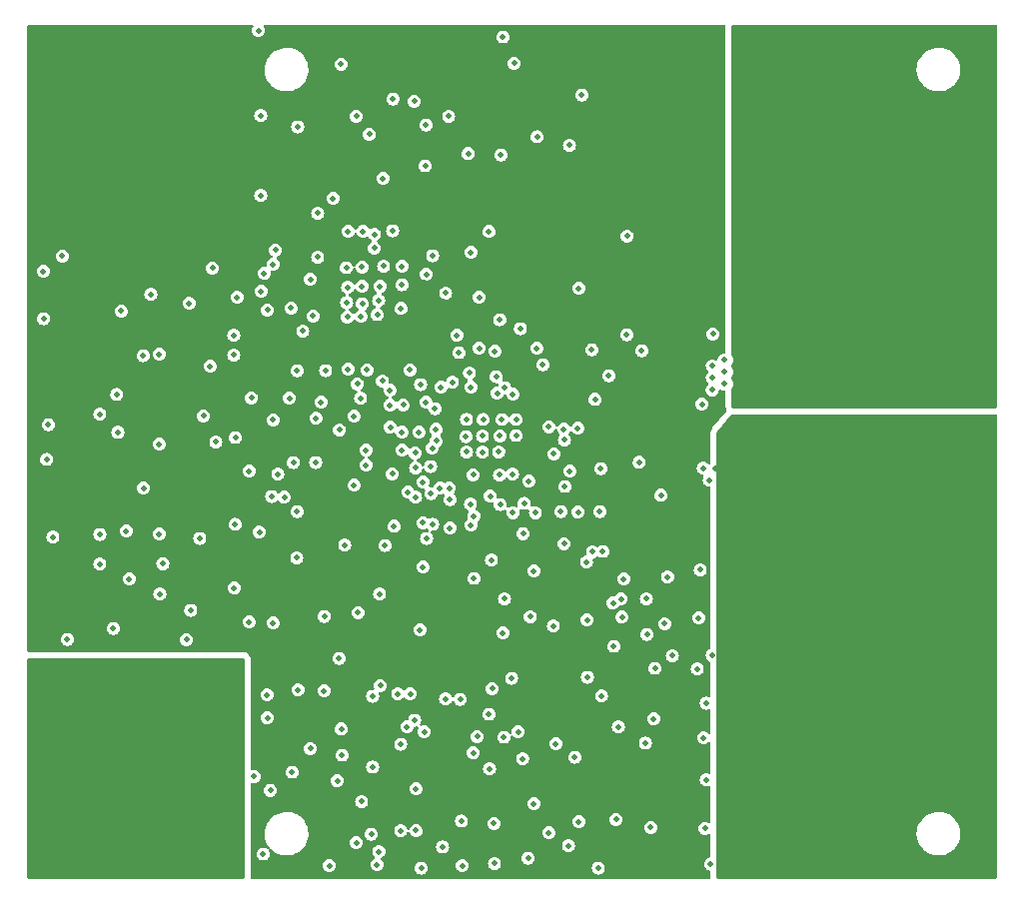
<source format=gbr>
%TF.GenerationSoftware,KiCad,Pcbnew,7.0.10-7.0.10~ubuntu22.04.1*%
%TF.CreationDate,2024-07-09T14:14:32-04:00*%
%TF.ProjectId,IcePSMNR55,49636550-534d-44e5-9235-352e6b696361,rev?*%
%TF.SameCoordinates,Original*%
%TF.FileFunction,Copper,L6,Inr*%
%TF.FilePolarity,Positive*%
%FSLAX46Y46*%
G04 Gerber Fmt 4.6, Leading zero omitted, Abs format (unit mm)*
G04 Created by KiCad (PCBNEW 7.0.10-7.0.10~ubuntu22.04.1) date 2024-07-09 14:14:32*
%MOMM*%
%LPD*%
G01*
G04 APERTURE LIST*
%TA.AperFunction,ComponentPad*%
%ADD10C,1.800000*%
%TD*%
%TA.AperFunction,ViaPad*%
%ADD11C,0.500000*%
%TD*%
G04 APERTURE END LIST*
D10*
%TO.N,/HighSw*%
%TO.C,M4*%
X101600000Y-45720000D03*
X104140000Y-45720000D03*
X106680000Y-45720000D03*
X109220000Y-45720000D03*
X111760000Y-45720000D03*
X114300000Y-45720000D03*
X114300000Y-48260000D03*
X111760000Y-48260000D03*
X109220000Y-48260000D03*
X106680000Y-48260000D03*
X104140000Y-48260000D03*
X101600000Y-48260000D03*
X101600000Y-50800000D03*
X104140000Y-50800000D03*
X106680000Y-50800000D03*
X109220000Y-50800000D03*
X111760000Y-50800000D03*
X114300000Y-50800000D03*
X114300000Y-53340000D03*
X111760000Y-53340000D03*
X109220000Y-53340000D03*
X106680000Y-53340000D03*
X104140000Y-53340000D03*
X101600000Y-53340000D03*
X101600000Y-55880000D03*
X104140000Y-55880000D03*
X106680000Y-55880000D03*
X109220000Y-55880000D03*
X111760000Y-55880000D03*
X114300000Y-55880000D03*
X114300000Y-58420000D03*
X111760000Y-58420000D03*
X109220000Y-58420000D03*
X106680000Y-58420000D03*
X104140000Y-58420000D03*
X101600000Y-58420000D03*
%TD*%
%TO.N,GND*%
%TO.C,M3*%
X101600000Y-82550000D03*
X104140000Y-82550000D03*
X106680000Y-82550000D03*
X109220000Y-82550000D03*
X111760000Y-82550000D03*
X114300000Y-82550000D03*
X114300000Y-85090000D03*
X111760000Y-85090000D03*
X109220000Y-85090000D03*
X106680000Y-85090000D03*
X104140000Y-85090000D03*
X101600000Y-85090000D03*
X101600000Y-87630000D03*
X104140000Y-87630000D03*
X106680000Y-87630000D03*
X109220000Y-87630000D03*
X111760000Y-87630000D03*
X114300000Y-87630000D03*
X114300000Y-90170000D03*
X111760000Y-90170000D03*
X109220000Y-90170000D03*
X106680000Y-90170000D03*
X104140000Y-90170000D03*
X101600000Y-90170000D03*
X101600000Y-92710000D03*
X104140000Y-92710000D03*
X106680000Y-92710000D03*
X109220000Y-92710000D03*
X111760000Y-92710000D03*
X114300000Y-92710000D03*
X114300000Y-95250000D03*
X111760000Y-95250000D03*
X109220000Y-95250000D03*
X106680000Y-95250000D03*
X104140000Y-95250000D03*
X101600000Y-95250000D03*
%TD*%
%TO.N,/VIN*%
%TO.C,M1*%
X39370000Y-38100000D03*
X41910000Y-38100000D03*
X44450000Y-38100000D03*
X46990000Y-38100000D03*
X49530000Y-38100000D03*
X52070000Y-38100000D03*
X52070000Y-40640000D03*
X49530000Y-40640000D03*
X46990000Y-40640000D03*
X44450000Y-40640000D03*
X41910000Y-40640000D03*
X39370000Y-40640000D03*
X39370000Y-43180000D03*
X41910000Y-43180000D03*
X44450000Y-43180000D03*
X46990000Y-43180000D03*
X49530000Y-43180000D03*
X52070000Y-43180000D03*
X52070000Y-45720000D03*
X49530000Y-45720000D03*
X46990000Y-45720000D03*
X44450000Y-45720000D03*
X41910000Y-45720000D03*
X39370000Y-45720000D03*
X39370000Y-48260000D03*
X41910000Y-48260000D03*
X44450000Y-48260000D03*
X46990000Y-48260000D03*
X49530000Y-48260000D03*
X52070000Y-48260000D03*
X52070000Y-50800000D03*
X49530000Y-50800000D03*
X46990000Y-50800000D03*
X44450000Y-50800000D03*
X41910000Y-50800000D03*
X39370000Y-50800000D03*
%TD*%
%TO.N,GND*%
%TO.C,M2*%
X39390000Y-90170000D03*
X41930000Y-90170000D03*
X44470000Y-90170000D03*
X47010000Y-90170000D03*
X49550000Y-90170000D03*
X52090000Y-90170000D03*
X52090000Y-92710000D03*
X49550000Y-92710000D03*
X47010000Y-92710000D03*
X44470000Y-92710000D03*
X41930000Y-92710000D03*
X39390000Y-92710000D03*
X39390000Y-95250000D03*
X41930000Y-95250000D03*
X44470000Y-95250000D03*
X47010000Y-95250000D03*
X49550000Y-95250000D03*
X52090000Y-95250000D03*
X52090000Y-97790000D03*
X49550000Y-97790000D03*
X47010000Y-97790000D03*
X44470000Y-97790000D03*
X41930000Y-97790000D03*
X39390000Y-97790000D03*
X39390000Y-100330000D03*
X41930000Y-100330000D03*
X44470000Y-100330000D03*
X47010000Y-100330000D03*
X49550000Y-100330000D03*
X52090000Y-100330000D03*
X52090000Y-102870000D03*
X49550000Y-102870000D03*
X47010000Y-102870000D03*
X44470000Y-102870000D03*
X41930000Y-102870000D03*
X39390000Y-102870000D03*
%TD*%
D11*
%TO.N,GND*%
X44450000Y-81280000D03*
X37973000Y-77724000D03*
X78994000Y-61722000D03*
X69596000Y-42799000D03*
X109347000Y-78613000D03*
X93345000Y-98298000D03*
X93345000Y-91821000D03*
X93853000Y-87757000D03*
X98171000Y-101981000D03*
X103632000Y-104521000D03*
X97409000Y-97790000D03*
X97028000Y-88773000D03*
X98298000Y-86614000D03*
X92583000Y-88900000D03*
X82200000Y-96400000D03*
X84479737Y-91209916D03*
X88200000Y-95200000D03*
X85704158Y-101681458D03*
X84200000Y-105800000D03*
X80000000Y-102800000D03*
X75400000Y-105400000D03*
X71000000Y-104000000D03*
X72600000Y-101800000D03*
X69201885Y-105793320D03*
X65600000Y-104400000D03*
X61400000Y-105600000D03*
X55800000Y-104600000D03*
X56400000Y-99200000D03*
%TO.N,/VIN*%
X60200000Y-51800000D03*
X72400000Y-51400000D03*
X82000000Y-37400000D03*
X82000000Y-42800000D03*
X76600000Y-41200000D03*
X70485000Y-40259000D03*
X67400000Y-45000000D03*
X67200000Y-42600000D03*
X61400000Y-42400000D03*
X64008000Y-46609000D03*
X57200000Y-47000000D03*
X55800000Y-45800000D03*
X57200000Y-44600000D03*
X55800000Y-43800000D03*
X56600000Y-40600000D03*
X57000000Y-35400000D03*
%TO.N,GND*%
X41600000Y-105600000D03*
%TO.N,/VIN*%
X44830000Y-35390000D03*
X50820000Y-34980000D03*
X39950000Y-34980000D03*
X36770000Y-37560000D03*
X36530000Y-45510000D03*
X36930000Y-53680000D03*
X42190000Y-54210000D03*
X46190000Y-54390000D03*
X48640000Y-54050000D03*
X44530000Y-60630000D03*
X54760000Y-63710000D03*
X63670000Y-49060000D03*
X69350000Y-52570000D03*
X70993000Y-55245000D03*
X71130000Y-57750000D03*
X69610000Y-57930000D03*
X52090000Y-57130000D03*
X69494446Y-56149807D03*
X61710000Y-47660000D03*
X57290000Y-48680000D03*
X55110000Y-51170000D03*
%TO.N,GND*%
X87670000Y-71400000D03*
%TO.N,/HighSw*%
X116850000Y-57200000D03*
X117200000Y-49320000D03*
X116820000Y-41280000D03*
X116890000Y-35410000D03*
X109500000Y-41810000D03*
X106470000Y-36430000D03*
X107720000Y-39390000D03*
X105180000Y-41430000D03*
X104610000Y-38710000D03*
X103060000Y-36240000D03*
%TO.N,/VIN*%
X88180000Y-72560000D03*
%TO.N,GND*%
X98840000Y-67660000D03*
X102470000Y-67900000D03*
X117020000Y-68350000D03*
X112470000Y-67980000D03*
X108550000Y-67980000D03*
X112340000Y-73660000D03*
X103390000Y-73610000D03*
X116810000Y-75110000D03*
X115970000Y-78640000D03*
X111600000Y-79510000D03*
X105840000Y-79320000D03*
X102440000Y-78980000D03*
X98520000Y-79810000D03*
X97570000Y-84100000D03*
X92710000Y-84582000D03*
X92837000Y-80500000D03*
X97150000Y-78550000D03*
X107040000Y-77600000D03*
X107600000Y-76000000D03*
X92990000Y-66470000D03*
%TO.N,/HighSw*%
X95940000Y-66130000D03*
%TO.N,GND*%
X87890000Y-61940000D03*
X93910000Y-60520000D03*
%TO.N,/HighSw*%
X95730000Y-60810000D03*
%TO.N,GND*%
X77597000Y-60071000D03*
X83650000Y-61860000D03*
X86650000Y-52230000D03*
X65960000Y-47340000D03*
X74940000Y-51840000D03*
X82810000Y-40260000D03*
X76120000Y-35340000D03*
X55400000Y-34800000D03*
X62410000Y-37650000D03*
X64800000Y-43600000D03*
X63700000Y-42070000D03*
X55600000Y-42000000D03*
X58730000Y-42970000D03*
X55600000Y-48790000D03*
X51490000Y-54940000D03*
X37200000Y-59230000D03*
X37170000Y-55210000D03*
X38780000Y-53920000D03*
%TO.N,/IOB_0A*%
X46280000Y-57150000D03*
%TO.N,GND*%
X43780000Y-58580000D03*
%TO.N,/IOB_4A*%
X45620000Y-62360000D03*
%TO.N,GND*%
X43490000Y-68860000D03*
X43390000Y-65650000D03*
X37600000Y-68210000D03*
X37460000Y-71150000D03*
X45670000Y-73580000D03*
X44196000Y-77216000D03*
X53410000Y-76650000D03*
X66120000Y-78440000D03*
X63830000Y-84130000D03*
X62230000Y-88011000D03*
X56650000Y-85020000D03*
X43100000Y-85470000D03*
X49310000Y-86420000D03*
X39200000Y-86400000D03*
X36730000Y-88920000D03*
X36600000Y-94500000D03*
X36440000Y-100310000D03*
X47810000Y-105580000D03*
X52280000Y-105630000D03*
X58250000Y-97650000D03*
X55040000Y-98020000D03*
X64960000Y-102920000D03*
X65440000Y-105500000D03*
X72680000Y-105580000D03*
X75360000Y-102000000D03*
X88650000Y-102360000D03*
X78250000Y-104940000D03*
X81680000Y-103890000D03*
X85910000Y-93810000D03*
X88890000Y-93150000D03*
X93120000Y-94760000D03*
X98180000Y-93580000D03*
X116990000Y-98840000D03*
X106250000Y-102890000D03*
X109910000Y-98600000D03*
X93250000Y-102420000D03*
X93730000Y-105440000D03*
X105310000Y-103920000D03*
X101540000Y-102970000D03*
X96960000Y-105470000D03*
X95360000Y-103390000D03*
X102934000Y-77220000D03*
X104458000Y-76204000D03*
X100394000Y-76204000D03*
X102426000Y-76204000D03*
X101918000Y-77220000D03*
X99886000Y-77220000D03*
X101410000Y-76204000D03*
X104966000Y-77220000D03*
X100902000Y-77220000D03*
X103950000Y-77220000D03*
X103442000Y-76204000D03*
X99378000Y-76204000D03*
X98870000Y-77220000D03*
%TO.N,/VIN*%
X88944000Y-61010000D03*
X88436000Y-59994000D03*
X89452000Y-59994000D03*
X90468000Y-59994000D03*
X91484000Y-59994000D03*
X89960000Y-61010000D03*
X90976000Y-61010000D03*
X85700000Y-41050000D03*
X86716000Y-40542000D03*
X86716000Y-41558000D03*
X86716000Y-42574000D03*
X86716000Y-43590000D03*
X85700000Y-42066000D03*
X85700000Y-43082000D03*
X82138000Y-50820000D03*
X81630000Y-49804000D03*
X82646000Y-49804000D03*
X83154000Y-50820000D03*
X84170000Y-50820000D03*
X81122000Y-50820000D03*
X83662000Y-49804000D03*
%TO.N,GND*%
X106936000Y-100476000D03*
X105920000Y-100476000D03*
X104904000Y-100476000D03*
X103380000Y-99460000D03*
X103888000Y-100476000D03*
X106428000Y-99460000D03*
X104396000Y-99460000D03*
X107444000Y-99460000D03*
X102364000Y-99460000D03*
X105412000Y-99460000D03*
X108460000Y-99460000D03*
X107952000Y-100476000D03*
X102872000Y-100476000D03*
X99356000Y-100476000D03*
X98340000Y-100476000D03*
X97324000Y-100476000D03*
X95800000Y-99460000D03*
X96308000Y-100476000D03*
X98848000Y-99460000D03*
X96816000Y-99460000D03*
X99864000Y-99460000D03*
X94784000Y-99460000D03*
X97832000Y-99460000D03*
X100880000Y-99460000D03*
X100372000Y-100476000D03*
X95292000Y-100476000D03*
X93860000Y-63218000D03*
X93860000Y-65250000D03*
X94876000Y-63726000D03*
X93860000Y-64234000D03*
X94876000Y-64742000D03*
X94876000Y-62710000D03*
X93598000Y-72910000D03*
X95630000Y-72910000D03*
X94106000Y-71894000D03*
X94614000Y-72910000D03*
X95122000Y-71894000D03*
X93090000Y-71894000D03*
X95956000Y-90246000D03*
X95956000Y-93294000D03*
X94940000Y-91770000D03*
X95956000Y-94310000D03*
X94940000Y-92786000D03*
X95956000Y-91262000D03*
X95956000Y-96342000D03*
X95956000Y-92278000D03*
X94940000Y-95834000D03*
X94940000Y-90754000D03*
X94940000Y-93802000D03*
X95956000Y-95326000D03*
X94940000Y-94818000D03*
X95956000Y-80886000D03*
X95956000Y-83934000D03*
X94940000Y-82410000D03*
X95956000Y-84950000D03*
X94940000Y-83426000D03*
X95956000Y-81902000D03*
X95956000Y-86982000D03*
X95956000Y-82918000D03*
X94940000Y-86474000D03*
X94940000Y-81394000D03*
X94940000Y-84442000D03*
X95956000Y-85966000D03*
X94940000Y-85458000D03*
X115334000Y-77216000D03*
X112286000Y-77216000D03*
X113810000Y-76200000D03*
X111270000Y-77216000D03*
X112794000Y-76200000D03*
X114318000Y-77216000D03*
X109238000Y-77216000D03*
X113302000Y-77216000D03*
X109746000Y-76200000D03*
X114826000Y-76200000D03*
X111778000Y-76200000D03*
X110254000Y-77216000D03*
X110762000Y-76200000D03*
%TO.N,Net-(U9-EN{slash}UVLO)*%
X71260000Y-91450000D03*
%TO.N,/FPGA_SI*%
X47300000Y-79980000D03*
%TO.N,+3V3*%
X85460000Y-83320000D03*
X69000000Y-68850000D03*
%TO.N,GND*%
X73590000Y-72460000D03*
X76940000Y-72390000D03*
X75820000Y-72450000D03*
X75760000Y-70520000D03*
X74380000Y-70530000D03*
X73040000Y-70520000D03*
X72970000Y-69220000D03*
X74380000Y-69160000D03*
X75870000Y-69150000D03*
X77240000Y-69120000D03*
X77230000Y-67760000D03*
X76030000Y-67760000D03*
X74450000Y-67760000D03*
X73030000Y-67760000D03*
X84410000Y-71930000D03*
X79020000Y-43800000D03*
X81760000Y-44510000D03*
X90068900Y-81117500D03*
X88280000Y-82950000D03*
X88320000Y-85980000D03*
X89820000Y-85070000D03*
X85520000Y-86990000D03*
X86220000Y-84520000D03*
X86130000Y-82980000D03*
X83710000Y-78990000D03*
X83250000Y-84750000D03*
%TO.N,/VIN*%
X82550000Y-87500000D03*
%TO.N,GND*%
X83280000Y-89620000D03*
%TO.N,/VIN*%
X82720000Y-83220000D03*
%TO.N,GND*%
X81360000Y-73440000D03*
X82490000Y-75620000D03*
X81310000Y-78290000D03*
X80390000Y-85270000D03*
X78440000Y-84480000D03*
X76120000Y-85860000D03*
X80600000Y-95270000D03*
X77830000Y-77440000D03*
X61722000Y-49022000D03*
X56840000Y-53400000D03*
X69530000Y-46260000D03*
X81780000Y-72150000D03*
X58170000Y-58330000D03*
X73280000Y-63810000D03*
X74940000Y-92740000D03*
X67480000Y-58360000D03*
X65590000Y-57680000D03*
X65460000Y-58880000D03*
X64090000Y-59030000D03*
X64210000Y-57950000D03*
X62940000Y-59090000D03*
X62870000Y-57860000D03*
X62960000Y-56580000D03*
X64180000Y-56490000D03*
X65700000Y-56480000D03*
X67560000Y-56350000D03*
X67560000Y-54790000D03*
X66000000Y-54760000D03*
X64180000Y-54850000D03*
X62860000Y-54900000D03*
X65230000Y-53250000D03*
X110236000Y-71374000D03*
X101092000Y-69342000D03*
X67665600Y-66522600D03*
X60018332Y-58988445D03*
X101600000Y-72390000D03*
X111760000Y-72390000D03*
X100076000Y-69342000D03*
X103632000Y-70358000D03*
X75438000Y-61976000D03*
X102616000Y-70358000D03*
X56515000Y-74295000D03*
X98552000Y-70358000D03*
X71272400Y-57048400D03*
X83921600Y-66065400D03*
X68707000Y-71856600D03*
X60706000Y-66294000D03*
X62712600Y-78409800D03*
X114808000Y-72390000D03*
X114300000Y-71374000D03*
X99568000Y-70358000D03*
X99060000Y-69342000D03*
X76200000Y-94691200D03*
X109220000Y-71374000D03*
X109220000Y-69342000D03*
X75946000Y-45339000D03*
X100584000Y-72390000D03*
X111252000Y-71374000D03*
X101092000Y-71374000D03*
X104140000Y-69342000D03*
X104140000Y-71374000D03*
X110744000Y-72390000D03*
X62433200Y-94005400D03*
X114808000Y-70358000D03*
X108712000Y-72390000D03*
X103632000Y-72390000D03*
X109728000Y-70358000D03*
X69088000Y-85598000D03*
X59791600Y-55880000D03*
X56159400Y-93065600D03*
X53340000Y-82042000D03*
X99060000Y-71374000D03*
X112268000Y-69342000D03*
X113284000Y-69342000D03*
X74980800Y-97383600D03*
X111760000Y-70358000D03*
X113792000Y-72390000D03*
X102616000Y-72390000D03*
X73660000Y-81229200D03*
X98552000Y-72390000D03*
X113284000Y-71374000D03*
X72490000Y-91480000D03*
X69138800Y-64820800D03*
X64516000Y-71628000D03*
X82473800Y-68503800D03*
X112776000Y-72390000D03*
X65659000Y-82550000D03*
X73928348Y-94643407D03*
X112776000Y-70358000D03*
X112268000Y-71374000D03*
X101600000Y-70358000D03*
X104648000Y-70358000D03*
X110236000Y-69342000D03*
X99568000Y-72390000D03*
X67995800Y-93827600D03*
X58674000Y-63627000D03*
X100076000Y-71374000D03*
X69342000Y-80264000D03*
X100584000Y-70358000D03*
X108712000Y-70358000D03*
X58648600Y-79476600D03*
X110744000Y-70358000D03*
X102108000Y-71374000D03*
X51793054Y-69659660D03*
X109728000Y-72390000D03*
X111252000Y-69342000D03*
X61087000Y-63627000D03*
X102108000Y-69342000D03*
X103124000Y-69342000D03*
X104648000Y-72390000D03*
X59791600Y-95656400D03*
X103124000Y-71374000D03*
X54813200Y-65938400D03*
X113792000Y-70358000D03*
X58674000Y-75565000D03*
X60256161Y-71423956D03*
X69455000Y-94240000D03*
X114300000Y-69342000D03*
%TO.N,+3V3*%
X76962000Y-75666000D03*
X62267974Y-68647000D03*
X60421470Y-50271730D03*
X75845000Y-59309000D03*
X58369200Y-71424800D03*
X74105000Y-57404000D03*
X67564000Y-68847000D03*
X72218513Y-60636487D03*
X66747913Y-72387087D03*
X84330000Y-75565000D03*
X63497060Y-73344633D03*
X56155000Y-58480000D03*
X79502000Y-63119000D03*
X57048400Y-72390000D03*
X86614000Y-60579000D03*
X69630600Y-55460000D03*
X59165000Y-60258000D03*
X53310000Y-62290000D03*
%TO.N,/+22V*%
X77790000Y-96520000D03*
X65074800Y-97231200D03*
X73609200Y-96012000D03*
X78740000Y-100330000D03*
%TO.N,+5V*%
X57605000Y-74355000D03*
X60960000Y-90780000D03*
X66774620Y-51771141D03*
X60985200Y-84454800D03*
%TO.N,+1V2*%
X70443511Y-68604923D03*
X75148133Y-79670000D03*
X69993000Y-71754601D03*
X80441800Y-70688200D03*
%TO.N,+2V5*%
X78867000Y-75666000D03*
X81030000Y-75565000D03*
%TO.N,/VIN*%
X91440000Y-43942000D03*
X89408000Y-39878000D03*
X91440000Y-44958000D03*
X91440000Y-54356000D03*
X90424000Y-53848000D03*
X91440000Y-42926000D03*
X91440000Y-40894000D03*
X62103000Y-72771000D03*
X90424000Y-55880000D03*
X91440000Y-38862000D03*
X89408000Y-41910000D03*
X90424000Y-41402000D03*
X92456000Y-41402000D03*
X91440000Y-56388000D03*
X89408000Y-55372000D03*
X92456000Y-53848000D03*
X92456000Y-42418000D03*
X92456000Y-40386000D03*
X89408000Y-44958000D03*
X89408000Y-53340000D03*
X90424000Y-56896000D03*
X91440000Y-51308000D03*
X92456000Y-54864000D03*
X89408000Y-40894000D03*
X92456000Y-39370000D03*
X89408000Y-54356000D03*
X51562000Y-78994000D03*
X90424000Y-54864000D03*
X49784000Y-69088000D03*
X92456000Y-55880000D03*
X90424000Y-40386000D03*
X90424000Y-44450000D03*
X92456000Y-52832000D03*
X65659000Y-80264000D03*
X67310000Y-84582000D03*
X89408000Y-38862000D03*
X90424000Y-42418000D03*
X89408000Y-52324000D03*
X89408000Y-56388000D03*
X92456000Y-56896000D03*
X90424000Y-39370000D03*
X92456000Y-44450000D03*
X64897000Y-68834000D03*
X90424000Y-43434000D03*
X77978000Y-90525600D03*
X90424000Y-52832000D03*
X91440000Y-41910000D03*
X82753200Y-93675200D03*
X89408000Y-51308000D03*
X72567800Y-56286400D03*
X92456000Y-43434000D03*
X89408000Y-57404000D03*
X89408000Y-43942000D03*
X60198000Y-61214000D03*
X89408000Y-42926000D03*
X91440000Y-57404000D03*
X91440000Y-39878000D03*
X91440000Y-53340000D03*
X91440000Y-55372000D03*
X91440000Y-52324000D03*
X63260000Y-90932000D03*
X57023000Y-77927200D03*
X90424000Y-51816000D03*
X92456000Y-51816000D03*
%TO.N,Net-(U8-GND{slash}ADJ)*%
X56120000Y-91100000D03*
X58743587Y-90696413D03*
%TO.N,Net-(C43-Pad1)*%
X77419200Y-94234000D03*
X82550000Y-101854000D03*
%TO.N,/LED_R*%
X90474800Y-87782400D03*
X75620000Y-65532000D03*
%TO.N,/LED_G*%
X76962000Y-65624800D03*
X84582000Y-78943200D03*
X81330800Y-69494400D03*
%TO.N,/LED_B*%
X89001600Y-88849200D03*
X76250800Y-65074800D03*
%TO.N,/CDONE*%
X70154800Y-76657200D03*
X83210400Y-79857600D03*
X70131751Y-70208481D03*
%TO.N,Net-(IC1-CA)*%
X73176400Y-45237400D03*
X77070000Y-37567200D03*
%TO.N,/USB_M*%
X55880000Y-55372000D03*
X54610000Y-84937600D03*
X68760000Y-102610000D03*
X68595000Y-40800000D03*
%TO.N,/USB_P*%
X67462026Y-95300800D03*
X68760000Y-99060000D03*
X67208400Y-91033600D03*
X55626000Y-56896000D03*
X53441600Y-69291200D03*
X55473600Y-77317600D03*
X66800000Y-40600000D03*
%TO.N,/IOT_36B*%
X50749200Y-67462400D03*
X66580000Y-68427600D03*
X78319999Y-73004078D03*
%TO.N,/VGS:LOAD-IOB_13B*%
X74117200Y-61722000D03*
X70459600Y-69590000D03*
X70358000Y-66852800D03*
X71526400Y-42062400D03*
X70166127Y-53896000D03*
%TO.N,/VGS:Fly-IOB_18A*%
X71628000Y-76962000D03*
X78740000Y-80619600D03*
X86360000Y-81280000D03*
X68716983Y-74355000D03*
X69342000Y-73085000D03*
%TO.N,/IOT_43A*%
X66548000Y-66548000D03*
X80006265Y-68385000D03*
X41950000Y-67310000D03*
%TO.N,/IOT_42B*%
X81280000Y-68580000D03*
X46990000Y-69850000D03*
X64516000Y-70358000D03*
X67568653Y-70362653D03*
%TO.N,/FPGA_SO*%
X71628000Y-74549000D03*
X68067347Y-73918653D03*
X66894389Y-76818811D03*
X62077600Y-98399600D03*
X62484000Y-96215200D03*
X65074800Y-91236800D03*
X46990000Y-77470000D03*
X70027987Y-74040813D03*
%TO.N,/FT_SSn*%
X65909774Y-64508148D03*
X73369000Y-74930000D03*
X41960800Y-77520800D03*
X85090000Y-64058800D03*
%TO.N,/FPGA_SI*%
X73660000Y-75946000D03*
X63690000Y-103639000D03*
X64135000Y-100140000D03*
%TO.N,/FLASH_MOSI*%
X62992000Y-63500000D03*
X41950000Y-80010000D03*
X65735200Y-90322400D03*
X73406000Y-53594000D03*
%TO.N,/FT_SCK*%
X68229418Y-63567000D03*
X47040800Y-82550000D03*
X64052676Y-65973000D03*
X69650079Y-77853000D03*
%TO.N,/FLASH_MISO*%
X49657000Y-83947000D03*
X50419000Y-77851000D03*
X63500000Y-67497000D03*
X82550000Y-56642000D03*
X64592200Y-63576200D03*
X54610000Y-72136000D03*
X56642000Y-67810000D03*
%TO.N,/HighSw*%
X100584000Y-66548000D03*
X115824000Y-61976000D03*
X114808000Y-65532000D03*
X113538000Y-63246000D03*
X101346000Y-63246000D03*
X100584000Y-65532000D03*
X102870000Y-41148000D03*
X106680000Y-61976000D03*
X108204000Y-61976000D03*
X97282000Y-44958000D03*
X110490000Y-63246000D03*
X101346000Y-40132000D03*
X108966000Y-63246000D03*
X98806000Y-55880000D03*
X104648000Y-66548000D03*
X102616000Y-66548000D03*
X98806000Y-60452000D03*
X101346000Y-37084000D03*
X100584000Y-61976000D03*
X101346000Y-38608000D03*
X98806000Y-49784000D03*
X112776000Y-61976000D03*
X96266000Y-44958000D03*
X102870000Y-42672000D03*
X103632000Y-61976000D03*
X104648000Y-65532000D03*
X97536000Y-61976000D03*
X97282000Y-53340000D03*
X98806000Y-40640000D03*
X96266000Y-55372000D03*
X98806000Y-45212000D03*
X97282000Y-57404000D03*
X100076000Y-42672000D03*
X98806000Y-54356000D03*
X99060000Y-61976000D03*
X114300000Y-61976000D03*
X114808000Y-66548000D03*
X98806000Y-38862000D03*
X102108000Y-61976000D03*
X98806000Y-58928000D03*
X98806000Y-48260000D03*
X100076000Y-39624000D03*
X98806000Y-46736000D03*
X96266000Y-57404000D03*
X100076000Y-38100000D03*
X101346000Y-41656000D03*
X104394000Y-63246000D03*
X96774000Y-63246000D03*
X112776000Y-66548000D03*
X111252000Y-61976000D03*
X96266000Y-53340000D03*
X102616000Y-65532000D03*
X110744000Y-65532000D03*
X98806000Y-57404000D03*
X99822000Y-63246000D03*
X97282000Y-42926000D03*
X102870000Y-63246000D03*
X105918000Y-63246000D03*
X110744000Y-66548000D03*
X102870000Y-38100000D03*
X96266000Y-40894000D03*
X98806000Y-52832000D03*
X109728000Y-61976000D03*
X97282000Y-55372000D03*
X102870000Y-39624000D03*
X115062000Y-63246000D03*
X98806000Y-43688000D03*
X112776000Y-65532000D03*
X97282000Y-40894000D03*
X107442000Y-63246000D03*
X100076000Y-41148000D03*
X98806000Y-51308000D03*
X116586000Y-63246000D03*
X112014000Y-63246000D03*
X98806000Y-42164000D03*
X96266000Y-42926000D03*
X105156000Y-61976000D03*
X98298000Y-63246000D03*
%TO.N,/CRESET_N*%
X69600000Y-66294001D03*
X68681600Y-70604601D03*
%TO.N,/EE_CS*%
X53310000Y-60640000D03*
X62992000Y-51816000D03*
X58013600Y-65973000D03*
%TO.N,/EE_CLK*%
X64262000Y-51816000D03*
X60267500Y-67660000D03*
%TO.N,/EE_DAT*%
X65235000Y-52070000D03*
X56642000Y-54610000D03*
X53594000Y-57404000D03*
%TO.N,Net-(U9-EN{slash}UVLO)*%
X76860400Y-89712800D03*
X75201866Y-90575000D03*
%TO.N,/IOB_22A*%
X89509648Y-74193352D03*
X70782797Y-73573857D03*
X77927200Y-74879200D03*
X73406000Y-76708000D03*
%TO.N,/IOB_23B*%
X68630800Y-93268800D03*
X75895200Y-74980800D03*
X76250800Y-82956400D03*
X68275200Y-91033600D03*
%TO.N,/IOB_24A*%
X69342000Y-76521000D03*
X71577200Y-73592627D03*
X67462400Y-102616000D03*
%TO.N,/CRYSTAL-IOB_25B_G3*%
X75031600Y-74254078D03*
X75559627Y-64139627D03*
%TO.N,/IOB_0A*%
X73406000Y-65024000D03*
X49530000Y-57912000D03*
%TO.N,/IOB_2A*%
X51308000Y-63246000D03*
X71839405Y-64620975D03*
%TO.N,/IOB_4A*%
X63777929Y-64746071D03*
X66548000Y-65278000D03*
X46990000Y-62230000D03*
X70866000Y-65024000D03*
%TO.N,/CLK_12M_FT*%
X72390000Y-62090000D03*
X60411834Y-54011034D03*
%TD*%
%TA.AperFunction,Conductor*%
%TO.N,/HighSw*%
G36*
X117925539Y-34310185D02*
G01*
X117971294Y-34362989D01*
X117982500Y-34414500D01*
X117982500Y-66680500D01*
X117962815Y-66747539D01*
X117910011Y-66793294D01*
X117858500Y-66804500D01*
X95628000Y-66804500D01*
X95560961Y-66784815D01*
X95515206Y-66732011D01*
X95504000Y-66680500D01*
X95504000Y-65188895D01*
X95523006Y-65122924D01*
X95556456Y-65069690D01*
X95612313Y-64910059D01*
X95631249Y-64742000D01*
X95631249Y-64741997D01*
X95612314Y-64573943D01*
X95598904Y-64535621D01*
X95556456Y-64414310D01*
X95550863Y-64405410D01*
X95523006Y-64361074D01*
X95504000Y-64295102D01*
X95504000Y-64172895D01*
X95523006Y-64106924D01*
X95556456Y-64053690D01*
X95612313Y-63894059D01*
X95631249Y-63726000D01*
X95631249Y-63725997D01*
X95612314Y-63557943D01*
X95598904Y-63519621D01*
X95556456Y-63398310D01*
X95550863Y-63389410D01*
X95523006Y-63345074D01*
X95504000Y-63279102D01*
X95504000Y-63156895D01*
X95523006Y-63090924D01*
X95556456Y-63037690D01*
X95612313Y-62878059D01*
X95631249Y-62710000D01*
X95631249Y-62709997D01*
X95612314Y-62541943D01*
X95598904Y-62503621D01*
X95556456Y-62382310D01*
X95550863Y-62373410D01*
X95523006Y-62329074D01*
X95504000Y-62263102D01*
X95504000Y-38167763D01*
X111175787Y-38167763D01*
X111205413Y-38437013D01*
X111205415Y-38437024D01*
X111273926Y-38699082D01*
X111273928Y-38699088D01*
X111379870Y-38948390D01*
X111451998Y-39066575D01*
X111520979Y-39179605D01*
X111520986Y-39179615D01*
X111694253Y-39387819D01*
X111694259Y-39387824D01*
X111895998Y-39568582D01*
X112121910Y-39718044D01*
X112367176Y-39833020D01*
X112367183Y-39833022D01*
X112367185Y-39833023D01*
X112626557Y-39911057D01*
X112626564Y-39911058D01*
X112626569Y-39911060D01*
X112894561Y-39950500D01*
X112894566Y-39950500D01*
X113097629Y-39950500D01*
X113097631Y-39950500D01*
X113097636Y-39950499D01*
X113097648Y-39950499D01*
X113135191Y-39947750D01*
X113300156Y-39935677D01*
X113412758Y-39910593D01*
X113564546Y-39876782D01*
X113564548Y-39876781D01*
X113564553Y-39876780D01*
X113817558Y-39780014D01*
X114053777Y-39647441D01*
X114268177Y-39481888D01*
X114456186Y-39286881D01*
X114613799Y-39066579D01*
X114687787Y-38922669D01*
X114737649Y-38825690D01*
X114737651Y-38825684D01*
X114737656Y-38825675D01*
X114825118Y-38569305D01*
X114874319Y-38302933D01*
X114884212Y-38032235D01*
X114854586Y-37762982D01*
X114786072Y-37500912D01*
X114680130Y-37251610D01*
X114539018Y-37020390D01*
X114449747Y-36913119D01*
X114365746Y-36812180D01*
X114365740Y-36812175D01*
X114164002Y-36631418D01*
X113938092Y-36481957D01*
X113938090Y-36481956D01*
X113692824Y-36366980D01*
X113692819Y-36366978D01*
X113692814Y-36366976D01*
X113433442Y-36288942D01*
X113433428Y-36288939D01*
X113317791Y-36271921D01*
X113165439Y-36249500D01*
X112962369Y-36249500D01*
X112962351Y-36249500D01*
X112759844Y-36264323D01*
X112759831Y-36264325D01*
X112495453Y-36323217D01*
X112495446Y-36323220D01*
X112242439Y-36419987D01*
X112006226Y-36552557D01*
X111791822Y-36718112D01*
X111603822Y-36913109D01*
X111603816Y-36913116D01*
X111446202Y-37133419D01*
X111446199Y-37133424D01*
X111322350Y-37374309D01*
X111322343Y-37374327D01*
X111234884Y-37630685D01*
X111234881Y-37630699D01*
X111185681Y-37897068D01*
X111185680Y-37897075D01*
X111175787Y-38167763D01*
X95504000Y-38167763D01*
X95504000Y-34414500D01*
X95523685Y-34347461D01*
X95576489Y-34301706D01*
X95628000Y-34290500D01*
X117858500Y-34290500D01*
X117925539Y-34310185D01*
G37*
%TD.AperFunction*%
%TD*%
%TA.AperFunction,Conductor*%
%TO.N,/VIN*%
G36*
X54912655Y-34310185D02*
G01*
X54958410Y-34362989D01*
X54968354Y-34432147D01*
X54943992Y-34489985D01*
X54929214Y-34509244D01*
X54919137Y-34522377D01*
X54863671Y-34656287D01*
X54863670Y-34656291D01*
X54844750Y-34799999D01*
X54844750Y-34800000D01*
X54863670Y-34943708D01*
X54863671Y-34943712D01*
X54919137Y-35077622D01*
X54919138Y-35077624D01*
X54919139Y-35077625D01*
X55007379Y-35192621D01*
X55122375Y-35280861D01*
X55256291Y-35336330D01*
X55383280Y-35353048D01*
X55399999Y-35355250D01*
X55400000Y-35355250D01*
X55400001Y-35355250D01*
X55414977Y-35353278D01*
X55515833Y-35340000D01*
X75564750Y-35340000D01*
X75583670Y-35483708D01*
X75583671Y-35483712D01*
X75639137Y-35617622D01*
X75639138Y-35617624D01*
X75639139Y-35617625D01*
X75727379Y-35732621D01*
X75842375Y-35820861D01*
X75976291Y-35876330D01*
X76103280Y-35893048D01*
X76119999Y-35895250D01*
X76120000Y-35895250D01*
X76120001Y-35895250D01*
X76134977Y-35893278D01*
X76263709Y-35876330D01*
X76397625Y-35820861D01*
X76512621Y-35732621D01*
X76600861Y-35617625D01*
X76656330Y-35483709D01*
X76675250Y-35340000D01*
X76656330Y-35196291D01*
X76607178Y-35077625D01*
X76600862Y-35062377D01*
X76600861Y-35062376D01*
X76600861Y-35062375D01*
X76512621Y-34947379D01*
X76397625Y-34859139D01*
X76397624Y-34859138D01*
X76397622Y-34859137D01*
X76263712Y-34803671D01*
X76263710Y-34803670D01*
X76263709Y-34803670D01*
X76191854Y-34794210D01*
X76120001Y-34784750D01*
X76119999Y-34784750D01*
X75976291Y-34803670D01*
X75976287Y-34803671D01*
X75842377Y-34859137D01*
X75727379Y-34947379D01*
X75639137Y-35062377D01*
X75583671Y-35196287D01*
X75583670Y-35196291D01*
X75564750Y-35339999D01*
X75564750Y-35340000D01*
X55515833Y-35340000D01*
X55543709Y-35336330D01*
X55677625Y-35280861D01*
X55792621Y-35192621D01*
X55880861Y-35077625D01*
X55936330Y-34943709D01*
X55955250Y-34800000D01*
X55936330Y-34656291D01*
X55880861Y-34522375D01*
X55856007Y-34489985D01*
X55830814Y-34424817D01*
X55844852Y-34356373D01*
X55893666Y-34306383D01*
X55954384Y-34290500D01*
X94874500Y-34290500D01*
X94941539Y-34310185D01*
X94987294Y-34362989D01*
X94998500Y-34414500D01*
X94998500Y-62030750D01*
X94978815Y-62097789D01*
X94926011Y-62143544D01*
X94883927Y-62152699D01*
X94884058Y-62153689D01*
X94732291Y-62173670D01*
X94732287Y-62173671D01*
X94598377Y-62229137D01*
X94483379Y-62317379D01*
X94395137Y-62432377D01*
X94339671Y-62566287D01*
X94339670Y-62566290D01*
X94339670Y-62566291D01*
X94337149Y-62585435D01*
X94328716Y-62649490D01*
X94300449Y-62713387D01*
X94242124Y-62751857D01*
X94172259Y-62752688D01*
X94143776Y-62740691D01*
X94137627Y-62737140D01*
X94137625Y-62737139D01*
X94137622Y-62737137D01*
X94137619Y-62737136D01*
X94003712Y-62681671D01*
X94003710Y-62681670D01*
X94003709Y-62681670D01*
X93931854Y-62672210D01*
X93860001Y-62662750D01*
X93859999Y-62662750D01*
X93716291Y-62681670D01*
X93716287Y-62681671D01*
X93582377Y-62737137D01*
X93467379Y-62825379D01*
X93379137Y-62940377D01*
X93323671Y-63074287D01*
X93323670Y-63074291D01*
X93304750Y-63218000D01*
X93322046Y-63349377D01*
X93323670Y-63361708D01*
X93323671Y-63361712D01*
X93379137Y-63495622D01*
X93379138Y-63495624D01*
X93379139Y-63495625D01*
X93467379Y-63610621D01*
X93467382Y-63610623D01*
X93489539Y-63627626D01*
X93530741Y-63684054D01*
X93534894Y-63753800D01*
X93500681Y-63814720D01*
X93489539Y-63824374D01*
X93467382Y-63841376D01*
X93467380Y-63841377D01*
X93467379Y-63841379D01*
X93418851Y-63904622D01*
X93379137Y-63956377D01*
X93323671Y-64090287D01*
X93323670Y-64090291D01*
X93305208Y-64230525D01*
X93304750Y-64234000D01*
X93321922Y-64364435D01*
X93323670Y-64377708D01*
X93323671Y-64377712D01*
X93379137Y-64511622D01*
X93379138Y-64511624D01*
X93379139Y-64511625D01*
X93467379Y-64626621D01*
X93467382Y-64626623D01*
X93489539Y-64643626D01*
X93530741Y-64700054D01*
X93534894Y-64769800D01*
X93500681Y-64830720D01*
X93489539Y-64840374D01*
X93467382Y-64857376D01*
X93467380Y-64857377D01*
X93467379Y-64857379D01*
X93434085Y-64900769D01*
X93379137Y-64972377D01*
X93323671Y-65106287D01*
X93323670Y-65106291D01*
X93304750Y-65250000D01*
X93309015Y-65282399D01*
X93323670Y-65393708D01*
X93323671Y-65393712D01*
X93379137Y-65527622D01*
X93379138Y-65527624D01*
X93379139Y-65527625D01*
X93467379Y-65642621D01*
X93582375Y-65730861D01*
X93716291Y-65786330D01*
X93843280Y-65803048D01*
X93859999Y-65805250D01*
X93860000Y-65805250D01*
X93860001Y-65805250D01*
X93874977Y-65803278D01*
X94003709Y-65786330D01*
X94137625Y-65730861D01*
X94252621Y-65642621D01*
X94340861Y-65527625D01*
X94396330Y-65393709D01*
X94407283Y-65310508D01*
X94435549Y-65246613D01*
X94493874Y-65208142D01*
X94563738Y-65207311D01*
X94592226Y-65219310D01*
X94598370Y-65222857D01*
X94598375Y-65222861D01*
X94732291Y-65278330D01*
X94876000Y-65297250D01*
X94884059Y-65298311D01*
X94883837Y-65299991D01*
X94941539Y-65316935D01*
X94987294Y-65369739D01*
X94998500Y-65421250D01*
X94998500Y-66680500D01*
X94998501Y-66680509D01*
X95010052Y-66787950D01*
X95010054Y-66787962D01*
X95021260Y-66839472D01*
X95055384Y-66941998D01*
X95056519Y-66944370D01*
X95056846Y-66946393D01*
X95057836Y-66949365D01*
X95057354Y-66949525D01*
X95067698Y-67013339D01*
X95039923Y-67077274D01*
X93874408Y-68475892D01*
X93855143Y-68500520D01*
X93846102Y-68512844D01*
X93828432Y-68538557D01*
X93768663Y-68669430D01*
X93748976Y-68736475D01*
X93728500Y-68878894D01*
X93728500Y-71439580D01*
X93708815Y-71506619D01*
X93702876Y-71515066D01*
X93696376Y-71523537D01*
X93639948Y-71564740D01*
X93570202Y-71568895D01*
X93509282Y-71534683D01*
X93499626Y-71523539D01*
X93482623Y-71501382D01*
X93482621Y-71501379D01*
X93367625Y-71413139D01*
X93367624Y-71413138D01*
X93367622Y-71413137D01*
X93233712Y-71357671D01*
X93233710Y-71357670D01*
X93233709Y-71357670D01*
X93098743Y-71339901D01*
X93090001Y-71338750D01*
X93089999Y-71338750D01*
X92946291Y-71357670D01*
X92946287Y-71357671D01*
X92812377Y-71413137D01*
X92697379Y-71501379D01*
X92609137Y-71616377D01*
X92553671Y-71750287D01*
X92553670Y-71750291D01*
X92540060Y-71853671D01*
X92534750Y-71894000D01*
X92547690Y-71992291D01*
X92553670Y-72037708D01*
X92553671Y-72037712D01*
X92609137Y-72171622D01*
X92609138Y-72171624D01*
X92609139Y-72171625D01*
X92697379Y-72286621D01*
X92812375Y-72374861D01*
X92812376Y-72374861D01*
X92812377Y-72374862D01*
X92848922Y-72389999D01*
X92946291Y-72430330D01*
X93029490Y-72441283D01*
X93093386Y-72469549D01*
X93131857Y-72527874D01*
X93132688Y-72597738D01*
X93120693Y-72626220D01*
X93117136Y-72632380D01*
X93061671Y-72766287D01*
X93061670Y-72766291D01*
X93042750Y-72910000D01*
X93060348Y-73043671D01*
X93061670Y-73053708D01*
X93061671Y-73053712D01*
X93117137Y-73187622D01*
X93117138Y-73187624D01*
X93117139Y-73187625D01*
X93205379Y-73302621D01*
X93320375Y-73390861D01*
X93454291Y-73446330D01*
X93581280Y-73463048D01*
X93597999Y-73465250D01*
X93604500Y-73465250D01*
X93671539Y-73484935D01*
X93717294Y-73537739D01*
X93728500Y-73589250D01*
X93728500Y-87129859D01*
X93708815Y-87196898D01*
X93656011Y-87242653D01*
X93651952Y-87244420D01*
X93575377Y-87276137D01*
X93460379Y-87364379D01*
X93372137Y-87479377D01*
X93316671Y-87613287D01*
X93316670Y-87613291D01*
X93297750Y-87756999D01*
X93297750Y-87757000D01*
X93316670Y-87900708D01*
X93316671Y-87900712D01*
X93372137Y-88034622D01*
X93372138Y-88034624D01*
X93372139Y-88034625D01*
X93460379Y-88149621D01*
X93575375Y-88237861D01*
X93575376Y-88237861D01*
X93575377Y-88237862D01*
X93651952Y-88269580D01*
X93706356Y-88313420D01*
X93728421Y-88379714D01*
X93728500Y-88384141D01*
X93728500Y-91198415D01*
X93708815Y-91265454D01*
X93656011Y-91311209D01*
X93586853Y-91321153D01*
X93557051Y-91312977D01*
X93488709Y-91284670D01*
X93488708Y-91284669D01*
X93488706Y-91284669D01*
X93345001Y-91265750D01*
X93344999Y-91265750D01*
X93201291Y-91284670D01*
X93201287Y-91284671D01*
X93067377Y-91340137D01*
X92952379Y-91428379D01*
X92864137Y-91543377D01*
X92808671Y-91677287D01*
X92808670Y-91677291D01*
X92796053Y-91773128D01*
X92789750Y-91821000D01*
X92808163Y-91960861D01*
X92808670Y-91964708D01*
X92808671Y-91964712D01*
X92864137Y-92098622D01*
X92864138Y-92098624D01*
X92864139Y-92098625D01*
X92952379Y-92213621D01*
X93067375Y-92301861D01*
X93201291Y-92357330D01*
X93328280Y-92374048D01*
X93344999Y-92376250D01*
X93345000Y-92376250D01*
X93345001Y-92376250D01*
X93359977Y-92374278D01*
X93488709Y-92357330D01*
X93557049Y-92329022D01*
X93626516Y-92321554D01*
X93688996Y-92352829D01*
X93724648Y-92412918D01*
X93728500Y-92443584D01*
X93728500Y-94283896D01*
X93708815Y-94350935D01*
X93656011Y-94396690D01*
X93586853Y-94406634D01*
X93523297Y-94377609D01*
X93516819Y-94371577D01*
X93512625Y-94367383D01*
X93512622Y-94367381D01*
X93512621Y-94367379D01*
X93397625Y-94279139D01*
X93397624Y-94279138D01*
X93397622Y-94279137D01*
X93263712Y-94223671D01*
X93263710Y-94223670D01*
X93263709Y-94223670D01*
X93162437Y-94210337D01*
X93120001Y-94204750D01*
X93119999Y-94204750D01*
X92976291Y-94223670D01*
X92976287Y-94223671D01*
X92842377Y-94279137D01*
X92727379Y-94367379D01*
X92639137Y-94482377D01*
X92583671Y-94616287D01*
X92583670Y-94616291D01*
X92570130Y-94719139D01*
X92564750Y-94760000D01*
X92565338Y-94764470D01*
X92583670Y-94903708D01*
X92583671Y-94903712D01*
X92639137Y-95037622D01*
X92639138Y-95037624D01*
X92639139Y-95037625D01*
X92727379Y-95152621D01*
X92842375Y-95240861D01*
X92976291Y-95296330D01*
X93103280Y-95313048D01*
X93119999Y-95315250D01*
X93120000Y-95315250D01*
X93120001Y-95315250D01*
X93134977Y-95313278D01*
X93263709Y-95296330D01*
X93397625Y-95240861D01*
X93512621Y-95152621D01*
X93512625Y-95152616D01*
X93516819Y-95148423D01*
X93578142Y-95114938D01*
X93647834Y-95119922D01*
X93703767Y-95161794D01*
X93728184Y-95227258D01*
X93728500Y-95236104D01*
X93728500Y-97675415D01*
X93708815Y-97742454D01*
X93656011Y-97788209D01*
X93586853Y-97798153D01*
X93557051Y-97789977D01*
X93488709Y-97761670D01*
X93488708Y-97761669D01*
X93488706Y-97761669D01*
X93345001Y-97742750D01*
X93344999Y-97742750D01*
X93201291Y-97761670D01*
X93201287Y-97761671D01*
X93067377Y-97817137D01*
X92952379Y-97905379D01*
X92864137Y-98020377D01*
X92808671Y-98154287D01*
X92808670Y-98154291D01*
X92789750Y-98298000D01*
X92804840Y-98412621D01*
X92808670Y-98441708D01*
X92808671Y-98441712D01*
X92864137Y-98575622D01*
X92864138Y-98575624D01*
X92864139Y-98575625D01*
X92952379Y-98690621D01*
X93067375Y-98778861D01*
X93067376Y-98778861D01*
X93067377Y-98778862D01*
X93099627Y-98792220D01*
X93201291Y-98834330D01*
X93328280Y-98851048D01*
X93344999Y-98853250D01*
X93345000Y-98853250D01*
X93345001Y-98853250D01*
X93359977Y-98851278D01*
X93488709Y-98834330D01*
X93557049Y-98806022D01*
X93626516Y-98798554D01*
X93688996Y-98829829D01*
X93724648Y-98889918D01*
X93728500Y-98920584D01*
X93728500Y-101841828D01*
X93708815Y-101908867D01*
X93656011Y-101954622D01*
X93586853Y-101964566D01*
X93534950Y-101942706D01*
X93534664Y-101943203D01*
X93530713Y-101940922D01*
X93529020Y-101940209D01*
X93527626Y-101939139D01*
X93527623Y-101939138D01*
X93393712Y-101883671D01*
X93393710Y-101883670D01*
X93393709Y-101883670D01*
X93321854Y-101874210D01*
X93250001Y-101864750D01*
X93249999Y-101864750D01*
X93106291Y-101883670D01*
X93106287Y-101883671D01*
X92972377Y-101939137D01*
X92857379Y-102027379D01*
X92769137Y-102142377D01*
X92713671Y-102276287D01*
X92713670Y-102276291D01*
X92696412Y-102407379D01*
X92694750Y-102420000D01*
X92710065Y-102536330D01*
X92713670Y-102563708D01*
X92713671Y-102563712D01*
X92769137Y-102697622D01*
X92769138Y-102697624D01*
X92769139Y-102697625D01*
X92857379Y-102812621D01*
X92972375Y-102900861D01*
X93106291Y-102956330D01*
X93233280Y-102973048D01*
X93249999Y-102975250D01*
X93250000Y-102975250D01*
X93250001Y-102975250D01*
X93264977Y-102973278D01*
X93393709Y-102956330D01*
X93527625Y-102900861D01*
X93529012Y-102899797D01*
X93530392Y-102899263D01*
X93534664Y-102896797D01*
X93535048Y-102897463D01*
X93594181Y-102874601D01*
X93662626Y-102888638D01*
X93712616Y-102937451D01*
X93728500Y-102998171D01*
X93728500Y-104776202D01*
X93708815Y-104843241D01*
X93656011Y-104888996D01*
X93620688Y-104899141D01*
X93586291Y-104903670D01*
X93586287Y-104903671D01*
X93452377Y-104959137D01*
X93337379Y-105047379D01*
X93249137Y-105162377D01*
X93193671Y-105296287D01*
X93193670Y-105296291D01*
X93174750Y-105439999D01*
X93174750Y-105440000D01*
X93193670Y-105583708D01*
X93193671Y-105583712D01*
X93249137Y-105717622D01*
X93249138Y-105717624D01*
X93249139Y-105717625D01*
X93337379Y-105832621D01*
X93452375Y-105920861D01*
X93586286Y-105976328D01*
X93586291Y-105976330D01*
X93620688Y-105980858D01*
X93684580Y-106009122D01*
X93723052Y-106067445D01*
X93728500Y-106103796D01*
X93728500Y-106555500D01*
X93708815Y-106622539D01*
X93656011Y-106668294D01*
X93604500Y-106679500D01*
X54834022Y-106679500D01*
X54766983Y-106659815D01*
X54721228Y-106607011D01*
X54710022Y-106555198D01*
X54712363Y-105600000D01*
X60844750Y-105600000D01*
X60852160Y-105656287D01*
X60863670Y-105743708D01*
X60863671Y-105743712D01*
X60919137Y-105877622D01*
X60919138Y-105877624D01*
X60919139Y-105877625D01*
X61007379Y-105992621D01*
X61122375Y-106080861D01*
X61256291Y-106136330D01*
X61383280Y-106153048D01*
X61399999Y-106155250D01*
X61400000Y-106155250D01*
X61400001Y-106155250D01*
X61414977Y-106153278D01*
X61543709Y-106136330D01*
X61677625Y-106080861D01*
X61792621Y-105992621D01*
X61880861Y-105877625D01*
X61936330Y-105743709D01*
X61955250Y-105600000D01*
X61942085Y-105500000D01*
X64884750Y-105500000D01*
X64897915Y-105600000D01*
X64903670Y-105643708D01*
X64903671Y-105643712D01*
X64959137Y-105777622D01*
X64959138Y-105777624D01*
X64959139Y-105777625D01*
X65047379Y-105892621D01*
X65162375Y-105980861D01*
X65162376Y-105980861D01*
X65162377Y-105980862D01*
X65196636Y-105995052D01*
X65296291Y-106036330D01*
X65423280Y-106053048D01*
X65439999Y-106055250D01*
X65440000Y-106055250D01*
X65440001Y-106055250D01*
X65454977Y-106053278D01*
X65583709Y-106036330D01*
X65717625Y-105980861D01*
X65832621Y-105892621D01*
X65908818Y-105793320D01*
X68646635Y-105793320D01*
X68663426Y-105920861D01*
X68665555Y-105937028D01*
X68665556Y-105937032D01*
X68721022Y-106070942D01*
X68721023Y-106070944D01*
X68721024Y-106070945D01*
X68809264Y-106185941D01*
X68924260Y-106274181D01*
X68924261Y-106274181D01*
X68924262Y-106274182D01*
X68968898Y-106292670D01*
X69058176Y-106329650D01*
X69185165Y-106346368D01*
X69201884Y-106348570D01*
X69201885Y-106348570D01*
X69201886Y-106348570D01*
X69216862Y-106346598D01*
X69345594Y-106329650D01*
X69479510Y-106274181D01*
X69594506Y-106185941D01*
X69682746Y-106070945D01*
X69738215Y-105937029D01*
X69757135Y-105793320D01*
X69738215Y-105649611D01*
X69709382Y-105580000D01*
X72124750Y-105580000D01*
X72137602Y-105677622D01*
X72143670Y-105723708D01*
X72143671Y-105723712D01*
X72199137Y-105857622D01*
X72199138Y-105857624D01*
X72199139Y-105857625D01*
X72287379Y-105972621D01*
X72402375Y-106060861D01*
X72536291Y-106116330D01*
X72663280Y-106133048D01*
X72679999Y-106135250D01*
X72680000Y-106135250D01*
X72680001Y-106135250D01*
X72694977Y-106133278D01*
X72823709Y-106116330D01*
X72957625Y-106060861D01*
X73072621Y-105972621D01*
X73160861Y-105857625D01*
X73216330Y-105723709D01*
X73235250Y-105580000D01*
X73216330Y-105436291D01*
X73201298Y-105400000D01*
X74844750Y-105400000D01*
X74857915Y-105500000D01*
X74863670Y-105543708D01*
X74863671Y-105543712D01*
X74919137Y-105677622D01*
X74919138Y-105677624D01*
X74919139Y-105677625D01*
X75007379Y-105792621D01*
X75122375Y-105880861D01*
X75122376Y-105880861D01*
X75122377Y-105880862D01*
X75167013Y-105899350D01*
X75256291Y-105936330D01*
X75383280Y-105953048D01*
X75399999Y-105955250D01*
X75400000Y-105955250D01*
X75400001Y-105955250D01*
X75414977Y-105953278D01*
X75543709Y-105936330D01*
X75677625Y-105880861D01*
X75783005Y-105800000D01*
X83644750Y-105800000D01*
X83662790Y-105937028D01*
X83663670Y-105943708D01*
X83663671Y-105943712D01*
X83719137Y-106077622D01*
X83719138Y-106077624D01*
X83719139Y-106077625D01*
X83807379Y-106192621D01*
X83922375Y-106280861D01*
X84056291Y-106336330D01*
X84183280Y-106353048D01*
X84199999Y-106355250D01*
X84200000Y-106355250D01*
X84200001Y-106355250D01*
X84214977Y-106353278D01*
X84343709Y-106336330D01*
X84477625Y-106280861D01*
X84592621Y-106192621D01*
X84680861Y-106077625D01*
X84736330Y-105943709D01*
X84755250Y-105800000D01*
X84736330Y-105656291D01*
X84680861Y-105522375D01*
X84592621Y-105407379D01*
X84477625Y-105319139D01*
X84477624Y-105319138D01*
X84477622Y-105319137D01*
X84343712Y-105263671D01*
X84343710Y-105263670D01*
X84343709Y-105263670D01*
X84271854Y-105254210D01*
X84200001Y-105244750D01*
X84199999Y-105244750D01*
X84056291Y-105263670D01*
X84056287Y-105263671D01*
X83922377Y-105319137D01*
X83807379Y-105407379D01*
X83719137Y-105522377D01*
X83663671Y-105656287D01*
X83663670Y-105656291D01*
X83645630Y-105793319D01*
X83644750Y-105800000D01*
X75783005Y-105800000D01*
X75792621Y-105792621D01*
X75880861Y-105677625D01*
X75936330Y-105543709D01*
X75955250Y-105400000D01*
X75936330Y-105256291D01*
X75886641Y-105136329D01*
X75880862Y-105122377D01*
X75880861Y-105122376D01*
X75880861Y-105122375D01*
X75792621Y-105007379D01*
X75704811Y-104940000D01*
X77694750Y-104940000D01*
X77700538Y-104983967D01*
X77713670Y-105083708D01*
X77713671Y-105083712D01*
X77769137Y-105217622D01*
X77769138Y-105217624D01*
X77769139Y-105217625D01*
X77857379Y-105332621D01*
X77972375Y-105420861D01*
X78106291Y-105476330D01*
X78233280Y-105493048D01*
X78249999Y-105495250D01*
X78250000Y-105495250D01*
X78250001Y-105495250D01*
X78264977Y-105493278D01*
X78393709Y-105476330D01*
X78527625Y-105420861D01*
X78642621Y-105332621D01*
X78730861Y-105217625D01*
X78786330Y-105083709D01*
X78805250Y-104940000D01*
X78786330Y-104796291D01*
X78748796Y-104705674D01*
X78730862Y-104662377D01*
X78730861Y-104662376D01*
X78730861Y-104662375D01*
X78642621Y-104547379D01*
X78527625Y-104459139D01*
X78527624Y-104459138D01*
X78527622Y-104459137D01*
X78393712Y-104403671D01*
X78393710Y-104403670D01*
X78393709Y-104403670D01*
X78309785Y-104392621D01*
X78250001Y-104384750D01*
X78249999Y-104384750D01*
X78106291Y-104403670D01*
X78106287Y-104403671D01*
X77972377Y-104459137D01*
X77857379Y-104547379D01*
X77769137Y-104662377D01*
X77713671Y-104796287D01*
X77713670Y-104796291D01*
X77694750Y-104940000D01*
X75704811Y-104940000D01*
X75677625Y-104919139D01*
X75677624Y-104919138D01*
X75677622Y-104919137D01*
X75543712Y-104863671D01*
X75543710Y-104863670D01*
X75543709Y-104863670D01*
X75471854Y-104854210D01*
X75400001Y-104844750D01*
X75399999Y-104844750D01*
X75256291Y-104863670D01*
X75256287Y-104863671D01*
X75122377Y-104919137D01*
X75007379Y-105007379D01*
X74919137Y-105122377D01*
X74863671Y-105256287D01*
X74863670Y-105256291D01*
X74850505Y-105356291D01*
X74844750Y-105400000D01*
X73201298Y-105400000D01*
X73160861Y-105302375D01*
X73072621Y-105187379D01*
X72957625Y-105099139D01*
X72957624Y-105099138D01*
X72957622Y-105099137D01*
X72823712Y-105043671D01*
X72823710Y-105043670D01*
X72823709Y-105043670D01*
X72751854Y-105034210D01*
X72680001Y-105024750D01*
X72679999Y-105024750D01*
X72536291Y-105043670D01*
X72536287Y-105043671D01*
X72402377Y-105099137D01*
X72287379Y-105187379D01*
X72199137Y-105302377D01*
X72143671Y-105436287D01*
X72143670Y-105436291D01*
X72135283Y-105499999D01*
X72124750Y-105580000D01*
X69709382Y-105580000D01*
X69682746Y-105515695D01*
X69594506Y-105400699D01*
X69479510Y-105312459D01*
X69479509Y-105312458D01*
X69479507Y-105312457D01*
X69345597Y-105256991D01*
X69345595Y-105256990D01*
X69345594Y-105256990D01*
X69252624Y-105244750D01*
X69201886Y-105238070D01*
X69201884Y-105238070D01*
X69058176Y-105256990D01*
X69058172Y-105256991D01*
X68924262Y-105312457D01*
X68809264Y-105400699D01*
X68721022Y-105515697D01*
X68665556Y-105649607D01*
X68665555Y-105649611D01*
X68653167Y-105743709D01*
X68646635Y-105793320D01*
X65908818Y-105793320D01*
X65920861Y-105777625D01*
X65976330Y-105643709D01*
X65995250Y-105500000D01*
X65976330Y-105356291D01*
X65920861Y-105222375D01*
X65832621Y-105107379D01*
X65827074Y-105103123D01*
X65785873Y-105046698D01*
X65781717Y-104976952D01*
X65815928Y-104916031D01*
X65855109Y-104890187D01*
X65877625Y-104880861D01*
X65992621Y-104792621D01*
X66080861Y-104677625D01*
X66136330Y-104543709D01*
X66155250Y-104400000D01*
X66136330Y-104256291D01*
X66080861Y-104122375D01*
X65992621Y-104007379D01*
X65983005Y-104000000D01*
X70444750Y-104000000D01*
X70460530Y-104119862D01*
X70463670Y-104143708D01*
X70463671Y-104143712D01*
X70519137Y-104277622D01*
X70519138Y-104277624D01*
X70519139Y-104277625D01*
X70607379Y-104392621D01*
X70722375Y-104480861D01*
X70722376Y-104480861D01*
X70722377Y-104480862D01*
X70767013Y-104499350D01*
X70856291Y-104536330D01*
X70983280Y-104553048D01*
X70999999Y-104555250D01*
X71000000Y-104555250D01*
X71000001Y-104555250D01*
X71014977Y-104553278D01*
X71143709Y-104536330D01*
X71277625Y-104480861D01*
X71392621Y-104392621D01*
X71480861Y-104277625D01*
X71536330Y-104143709D01*
X71555250Y-104000000D01*
X71540768Y-103890000D01*
X81124750Y-103890000D01*
X81143670Y-104033708D01*
X81143671Y-104033712D01*
X81199137Y-104167622D01*
X81199138Y-104167624D01*
X81199139Y-104167625D01*
X81287379Y-104282621D01*
X81402375Y-104370861D01*
X81402376Y-104370861D01*
X81402377Y-104370862D01*
X81447013Y-104389350D01*
X81536291Y-104426330D01*
X81663280Y-104443048D01*
X81679999Y-104445250D01*
X81680000Y-104445250D01*
X81680001Y-104445250D01*
X81694977Y-104443278D01*
X81823709Y-104426330D01*
X81957625Y-104370861D01*
X82072621Y-104282621D01*
X82160861Y-104167625D01*
X82216330Y-104033709D01*
X82235250Y-103890000D01*
X82216330Y-103746291D01*
X82160861Y-103612375D01*
X82072621Y-103497379D01*
X81957625Y-103409139D01*
X81957624Y-103409138D01*
X81957622Y-103409137D01*
X81823712Y-103353671D01*
X81823710Y-103353670D01*
X81823709Y-103353670D01*
X81751854Y-103344210D01*
X81680001Y-103334750D01*
X81679999Y-103334750D01*
X81536291Y-103353670D01*
X81536287Y-103353671D01*
X81402377Y-103409137D01*
X81287379Y-103497379D01*
X81199137Y-103612377D01*
X81143671Y-103746287D01*
X81143670Y-103746291D01*
X81124750Y-103889999D01*
X81124750Y-103890000D01*
X71540768Y-103890000D01*
X71536330Y-103856291D01*
X71480861Y-103722375D01*
X71392621Y-103607379D01*
X71277625Y-103519139D01*
X71277624Y-103519138D01*
X71277622Y-103519137D01*
X71143712Y-103463671D01*
X71143710Y-103463670D01*
X71143709Y-103463670D01*
X71071854Y-103454210D01*
X71000001Y-103444750D01*
X70999999Y-103444750D01*
X70856291Y-103463670D01*
X70856287Y-103463671D01*
X70722377Y-103519137D01*
X70607379Y-103607379D01*
X70519137Y-103722377D01*
X70463671Y-103856287D01*
X70463670Y-103856291D01*
X70444750Y-104000000D01*
X65983005Y-104000000D01*
X65877625Y-103919139D01*
X65877624Y-103919138D01*
X65877622Y-103919137D01*
X65743712Y-103863671D01*
X65743710Y-103863670D01*
X65743709Y-103863670D01*
X65671854Y-103854210D01*
X65600001Y-103844750D01*
X65599999Y-103844750D01*
X65456291Y-103863670D01*
X65456287Y-103863671D01*
X65322377Y-103919137D01*
X65207379Y-104007379D01*
X65119137Y-104122377D01*
X65063671Y-104256287D01*
X65063670Y-104256291D01*
X65045722Y-104392620D01*
X65044750Y-104400000D01*
X65062698Y-104536329D01*
X65063670Y-104543708D01*
X65063671Y-104543712D01*
X65119137Y-104677622D01*
X65119138Y-104677624D01*
X65119139Y-104677625D01*
X65207379Y-104792621D01*
X65212924Y-104796875D01*
X65254126Y-104853300D01*
X65258283Y-104923046D01*
X65224072Y-104983967D01*
X65184893Y-105009811D01*
X65162377Y-105019137D01*
X65047379Y-105107379D01*
X64959137Y-105222377D01*
X64903671Y-105356287D01*
X64903670Y-105356291D01*
X64887867Y-105476328D01*
X64884750Y-105500000D01*
X61942085Y-105500000D01*
X61936330Y-105456291D01*
X61880861Y-105322375D01*
X61792621Y-105207379D01*
X61677625Y-105119139D01*
X61677624Y-105119138D01*
X61677622Y-105119137D01*
X61543712Y-105063671D01*
X61543710Y-105063670D01*
X61543709Y-105063670D01*
X61471854Y-105054210D01*
X61400001Y-105044750D01*
X61399999Y-105044750D01*
X61256291Y-105063670D01*
X61256287Y-105063671D01*
X61122377Y-105119137D01*
X61007379Y-105207379D01*
X60919137Y-105322377D01*
X60863671Y-105456287D01*
X60863670Y-105456291D01*
X60844750Y-105600000D01*
X54712363Y-105600000D01*
X54714814Y-104600000D01*
X55244750Y-104600000D01*
X55260614Y-104720500D01*
X55263670Y-104743708D01*
X55263671Y-104743712D01*
X55319137Y-104877622D01*
X55319138Y-104877624D01*
X55319139Y-104877625D01*
X55407379Y-104992621D01*
X55522375Y-105080861D01*
X55522376Y-105080861D01*
X55522377Y-105080862D01*
X55529258Y-105083712D01*
X55656291Y-105136330D01*
X55783280Y-105153048D01*
X55799999Y-105155250D01*
X55800000Y-105155250D01*
X55800001Y-105155250D01*
X55814977Y-105153278D01*
X55943709Y-105136330D01*
X56077625Y-105080861D01*
X56192621Y-104992621D01*
X56280861Y-104877625D01*
X56336330Y-104743709D01*
X56355250Y-104600000D01*
X56336330Y-104456291D01*
X56281623Y-104324214D01*
X56274154Y-104254745D01*
X56305430Y-104192266D01*
X56365519Y-104156614D01*
X56435344Y-104159108D01*
X56478931Y-104184410D01*
X56588542Y-104282621D01*
X56650998Y-104338582D01*
X56876910Y-104488044D01*
X57122176Y-104603020D01*
X57122183Y-104603022D01*
X57122185Y-104603023D01*
X57381557Y-104681057D01*
X57381564Y-104681058D01*
X57381569Y-104681060D01*
X57649561Y-104720500D01*
X57649566Y-104720500D01*
X57852629Y-104720500D01*
X57852631Y-104720500D01*
X57852636Y-104720499D01*
X57852648Y-104720499D01*
X57890191Y-104717750D01*
X58055156Y-104705677D01*
X58167758Y-104680593D01*
X58319546Y-104646782D01*
X58319548Y-104646781D01*
X58319553Y-104646780D01*
X58572558Y-104550014D01*
X58808777Y-104417441D01*
X59023177Y-104251888D01*
X59211186Y-104056881D01*
X59368799Y-103836579D01*
X59442787Y-103692669D01*
X59470381Y-103639000D01*
X63134750Y-103639000D01*
X63153670Y-103782708D01*
X63153671Y-103782712D01*
X63209137Y-103916622D01*
X63209138Y-103916624D01*
X63209139Y-103916625D01*
X63297379Y-104031621D01*
X63412375Y-104119861D01*
X63546291Y-104175330D01*
X63673280Y-104192048D01*
X63689999Y-104194250D01*
X63690000Y-104194250D01*
X63690001Y-104194250D01*
X63705070Y-104192266D01*
X63833709Y-104175330D01*
X63967625Y-104119861D01*
X64082621Y-104031621D01*
X64170861Y-103916625D01*
X64226330Y-103782709D01*
X64245250Y-103639000D01*
X64226330Y-103495291D01*
X64170861Y-103361375D01*
X64082621Y-103246379D01*
X63967625Y-103158139D01*
X63967624Y-103158138D01*
X63967622Y-103158137D01*
X63833712Y-103102671D01*
X63833710Y-103102670D01*
X63833709Y-103102670D01*
X63744020Y-103090862D01*
X63690001Y-103083750D01*
X63689999Y-103083750D01*
X63546291Y-103102670D01*
X63546287Y-103102671D01*
X63412377Y-103158137D01*
X63297379Y-103246379D01*
X63209137Y-103361377D01*
X63153671Y-103495287D01*
X63153670Y-103495291D01*
X63134750Y-103638999D01*
X63134750Y-103639000D01*
X59470381Y-103639000D01*
X59492649Y-103595690D01*
X59492651Y-103595684D01*
X59492656Y-103595675D01*
X59580118Y-103339305D01*
X59629319Y-103072933D01*
X59634908Y-102920000D01*
X64404750Y-102920000D01*
X64415627Y-103002621D01*
X64423670Y-103063708D01*
X64423671Y-103063712D01*
X64479137Y-103197622D01*
X64479138Y-103197624D01*
X64479139Y-103197625D01*
X64567379Y-103312621D01*
X64682375Y-103400861D01*
X64816291Y-103456330D01*
X64943280Y-103473048D01*
X64959999Y-103475250D01*
X64960000Y-103475250D01*
X64960001Y-103475250D01*
X64974977Y-103473278D01*
X65103709Y-103456330D01*
X65237625Y-103400861D01*
X65352621Y-103312621D01*
X65440861Y-103197625D01*
X65496330Y-103063709D01*
X65515250Y-102920000D01*
X65496330Y-102776291D01*
X65446625Y-102656291D01*
X65440862Y-102642377D01*
X65440861Y-102642376D01*
X65440861Y-102642375D01*
X65420623Y-102616000D01*
X66907150Y-102616000D01*
X66925280Y-102753712D01*
X66926070Y-102759708D01*
X66926071Y-102759712D01*
X66981537Y-102893622D01*
X66981538Y-102893623D01*
X66981539Y-102893625D01*
X67069779Y-103008621D01*
X67184775Y-103096861D01*
X67318691Y-103152330D01*
X67445680Y-103169048D01*
X67462399Y-103171250D01*
X67462400Y-103171250D01*
X67462401Y-103171250D01*
X67477377Y-103169278D01*
X67606109Y-103152330D01*
X67740025Y-103096861D01*
X67855021Y-103008621D01*
X67943261Y-102893625D01*
X67997882Y-102761754D01*
X68041721Y-102707354D01*
X68108015Y-102685288D01*
X68175714Y-102702567D01*
X68223325Y-102753703D01*
X68227003Y-102761757D01*
X68259769Y-102840861D01*
X68279139Y-102887625D01*
X68367379Y-103002621D01*
X68482375Y-103090861D01*
X68616291Y-103146330D01*
X68743280Y-103163048D01*
X68759999Y-103165250D01*
X68760000Y-103165250D01*
X68760001Y-103165250D01*
X68774977Y-103163278D01*
X68903709Y-103146330D01*
X69037625Y-103090861D01*
X69152621Y-103002621D01*
X69240861Y-102887625D01*
X69277156Y-102800000D01*
X79444750Y-102800000D01*
X79462887Y-102937765D01*
X79463670Y-102943708D01*
X79463671Y-102943712D01*
X79519137Y-103077622D01*
X79519138Y-103077624D01*
X79519139Y-103077625D01*
X79607379Y-103192621D01*
X79722375Y-103280861D01*
X79856291Y-103336330D01*
X79983280Y-103353048D01*
X79999999Y-103355250D01*
X80000000Y-103355250D01*
X80000001Y-103355250D01*
X80014977Y-103353278D01*
X80143709Y-103336330D01*
X80277625Y-103280861D01*
X80392621Y-103192621D01*
X80480861Y-103077625D01*
X80536330Y-102943709D01*
X80555250Y-102800000D01*
X80536330Y-102656291D01*
X80486641Y-102536329D01*
X80480862Y-102522377D01*
X80480861Y-102522376D01*
X80480861Y-102522375D01*
X80392621Y-102407379D01*
X80277625Y-102319139D01*
X80277624Y-102319138D01*
X80277622Y-102319137D01*
X80143712Y-102263671D01*
X80143710Y-102263670D01*
X80143709Y-102263670D01*
X80071854Y-102254210D01*
X80000001Y-102244750D01*
X79999999Y-102244750D01*
X79856291Y-102263670D01*
X79856287Y-102263671D01*
X79722377Y-102319137D01*
X79607379Y-102407379D01*
X79519137Y-102522377D01*
X79463671Y-102656287D01*
X79463670Y-102656291D01*
X79450055Y-102759709D01*
X79444750Y-102800000D01*
X69277156Y-102800000D01*
X69296330Y-102753709D01*
X69296474Y-102752620D01*
X69315250Y-102610000D01*
X69315250Y-102609999D01*
X69309156Y-102563712D01*
X69296330Y-102466291D01*
X69254271Y-102364750D01*
X69240862Y-102332377D01*
X69240861Y-102332376D01*
X69240861Y-102332375D01*
X69152621Y-102217379D01*
X69037625Y-102129139D01*
X69037624Y-102129138D01*
X69037622Y-102129137D01*
X68903712Y-102073671D01*
X68903710Y-102073670D01*
X68903709Y-102073670D01*
X68805574Y-102060750D01*
X68760001Y-102054750D01*
X68759999Y-102054750D01*
X68616291Y-102073670D01*
X68616287Y-102073671D01*
X68482377Y-102129137D01*
X68439134Y-102162319D01*
X68367379Y-102217379D01*
X68289296Y-102319139D01*
X68279137Y-102332378D01*
X68224518Y-102464242D01*
X68180677Y-102518646D01*
X68114383Y-102540711D01*
X68046684Y-102523432D01*
X67999073Y-102472295D01*
X67995396Y-102464242D01*
X67943262Y-102338377D01*
X67943261Y-102338376D01*
X67943261Y-102338375D01*
X67855021Y-102223379D01*
X67740025Y-102135139D01*
X67740024Y-102135138D01*
X67740022Y-102135137D01*
X67606112Y-102079671D01*
X67606110Y-102079670D01*
X67606109Y-102079670D01*
X67534254Y-102070210D01*
X67462401Y-102060750D01*
X67462399Y-102060750D01*
X67318691Y-102079670D01*
X67318687Y-102079671D01*
X67184777Y-102135137D01*
X67069779Y-102223379D01*
X66981537Y-102338377D01*
X66926071Y-102472287D01*
X66926070Y-102472291D01*
X66914035Y-102563708D01*
X66907150Y-102616000D01*
X65420623Y-102616000D01*
X65352621Y-102527379D01*
X65237625Y-102439139D01*
X65237624Y-102439138D01*
X65237622Y-102439137D01*
X65103712Y-102383671D01*
X65103710Y-102383670D01*
X65103709Y-102383670D01*
X65031854Y-102374210D01*
X64960001Y-102364750D01*
X64959999Y-102364750D01*
X64816291Y-102383670D01*
X64816287Y-102383671D01*
X64682377Y-102439137D01*
X64567379Y-102527379D01*
X64479137Y-102642377D01*
X64423671Y-102776287D01*
X64423670Y-102776291D01*
X64407270Y-102900862D01*
X64404750Y-102920000D01*
X59634908Y-102920000D01*
X59639212Y-102802235D01*
X59609586Y-102532982D01*
X59541072Y-102270912D01*
X59435130Y-102021610D01*
X59299883Y-101800000D01*
X72044750Y-101800000D01*
X72063603Y-101943203D01*
X72063670Y-101943708D01*
X72063671Y-101943712D01*
X72119137Y-102077622D01*
X72119138Y-102077624D01*
X72119139Y-102077625D01*
X72207379Y-102192621D01*
X72322375Y-102280861D01*
X72456291Y-102336330D01*
X72583280Y-102353048D01*
X72599999Y-102355250D01*
X72600000Y-102355250D01*
X72600001Y-102355250D01*
X72614977Y-102353278D01*
X72743709Y-102336330D01*
X72877625Y-102280861D01*
X72992621Y-102192621D01*
X73080861Y-102077625D01*
X73113014Y-102000000D01*
X74804750Y-102000000D01*
X74823494Y-102142375D01*
X74823670Y-102143708D01*
X74823671Y-102143712D01*
X74879137Y-102277622D01*
X74879138Y-102277624D01*
X74879139Y-102277625D01*
X74967379Y-102392621D01*
X75082375Y-102480861D01*
X75216291Y-102536330D01*
X75343280Y-102553048D01*
X75359999Y-102555250D01*
X75360000Y-102555250D01*
X75360001Y-102555250D01*
X75374977Y-102553278D01*
X75503709Y-102536330D01*
X75637625Y-102480861D01*
X75752621Y-102392621D01*
X75840861Y-102277625D01*
X75896330Y-102143709D01*
X75915250Y-102000000D01*
X75896330Y-101856291D01*
X75895381Y-101854000D01*
X81994750Y-101854000D01*
X82013670Y-101997708D01*
X82013671Y-101997712D01*
X82069137Y-102131622D01*
X82069138Y-102131624D01*
X82069139Y-102131625D01*
X82157379Y-102246621D01*
X82272375Y-102334861D01*
X82272376Y-102334861D01*
X82272377Y-102334862D01*
X82317013Y-102353350D01*
X82406291Y-102390330D01*
X82533280Y-102407048D01*
X82549999Y-102409250D01*
X82550000Y-102409250D01*
X82550001Y-102409250D01*
X82564977Y-102407278D01*
X82693709Y-102390330D01*
X82766933Y-102360000D01*
X88094750Y-102360000D01*
X88113670Y-102503708D01*
X88113671Y-102503712D01*
X88169137Y-102637622D01*
X88169138Y-102637624D01*
X88169139Y-102637625D01*
X88257379Y-102752621D01*
X88372375Y-102840861D01*
X88506291Y-102896330D01*
X88633280Y-102913048D01*
X88649999Y-102915250D01*
X88650000Y-102915250D01*
X88650001Y-102915250D01*
X88664977Y-102913278D01*
X88793709Y-102896330D01*
X88927625Y-102840861D01*
X89042621Y-102752621D01*
X89130861Y-102637625D01*
X89186330Y-102503709D01*
X89205250Y-102360000D01*
X89186330Y-102216291D01*
X89130861Y-102082375D01*
X89042621Y-101967379D01*
X88927625Y-101879139D01*
X88927624Y-101879138D01*
X88927622Y-101879137D01*
X88793712Y-101823671D01*
X88793710Y-101823670D01*
X88793709Y-101823670D01*
X88721854Y-101814210D01*
X88650001Y-101804750D01*
X88649999Y-101804750D01*
X88506291Y-101823670D01*
X88506287Y-101823671D01*
X88372377Y-101879137D01*
X88257379Y-101967379D01*
X88169137Y-102082377D01*
X88113671Y-102216287D01*
X88113670Y-102216291D01*
X88094750Y-102359999D01*
X88094750Y-102360000D01*
X82766933Y-102360000D01*
X82827625Y-102334861D01*
X82942621Y-102246621D01*
X83030861Y-102131625D01*
X83086330Y-101997709D01*
X83105250Y-101854000D01*
X83103647Y-101841828D01*
X83098766Y-101804750D01*
X83086330Y-101710291D01*
X83074387Y-101681458D01*
X85148908Y-101681458D01*
X85163249Y-101790390D01*
X85167828Y-101825166D01*
X85167829Y-101825170D01*
X85223295Y-101959080D01*
X85223296Y-101959082D01*
X85223297Y-101959083D01*
X85311537Y-102074079D01*
X85426533Y-102162319D01*
X85560449Y-102217788D01*
X85687438Y-102234506D01*
X85704157Y-102236708D01*
X85704158Y-102236708D01*
X85704159Y-102236708D01*
X85719135Y-102234736D01*
X85847867Y-102217788D01*
X85981783Y-102162319D01*
X86096779Y-102074079D01*
X86185019Y-101959083D01*
X86240488Y-101825167D01*
X86259408Y-101681458D01*
X86240488Y-101537749D01*
X86185019Y-101403833D01*
X86096779Y-101288837D01*
X85981783Y-101200597D01*
X85981782Y-101200596D01*
X85981780Y-101200595D01*
X85847870Y-101145129D01*
X85847868Y-101145128D01*
X85847867Y-101145128D01*
X85776012Y-101135668D01*
X85704159Y-101126208D01*
X85704157Y-101126208D01*
X85560449Y-101145128D01*
X85560445Y-101145129D01*
X85426535Y-101200595D01*
X85311537Y-101288837D01*
X85223295Y-101403835D01*
X85167829Y-101537745D01*
X85167828Y-101537749D01*
X85148908Y-101681458D01*
X83074387Y-101681458D01*
X83043703Y-101607379D01*
X83030862Y-101576377D01*
X83030861Y-101576376D01*
X83030861Y-101576375D01*
X82942621Y-101461379D01*
X82827625Y-101373139D01*
X82827624Y-101373138D01*
X82827622Y-101373137D01*
X82693712Y-101317671D01*
X82693710Y-101317670D01*
X82693709Y-101317670D01*
X82621854Y-101308210D01*
X82550001Y-101298750D01*
X82549999Y-101298750D01*
X82406291Y-101317670D01*
X82406287Y-101317671D01*
X82272377Y-101373137D01*
X82157379Y-101461379D01*
X82069137Y-101576377D01*
X82013671Y-101710287D01*
X82013670Y-101710291D01*
X81994750Y-101853999D01*
X81994750Y-101854000D01*
X75895381Y-101854000D01*
X75840861Y-101722375D01*
X75752621Y-101607379D01*
X75637625Y-101519139D01*
X75637624Y-101519138D01*
X75637622Y-101519137D01*
X75503712Y-101463671D01*
X75503710Y-101463670D01*
X75503709Y-101463670D01*
X75431854Y-101454210D01*
X75360001Y-101444750D01*
X75359999Y-101444750D01*
X75216291Y-101463670D01*
X75216287Y-101463671D01*
X75082377Y-101519137D01*
X74967379Y-101607379D01*
X74879137Y-101722377D01*
X74823671Y-101856287D01*
X74823670Y-101856291D01*
X74805052Y-101997709D01*
X74804750Y-102000000D01*
X73113014Y-102000000D01*
X73136330Y-101943709D01*
X73155250Y-101800000D01*
X73136330Y-101656291D01*
X73080861Y-101522375D01*
X72992621Y-101407379D01*
X72877625Y-101319139D01*
X72877624Y-101319138D01*
X72877622Y-101319137D01*
X72743712Y-101263671D01*
X72743710Y-101263670D01*
X72743709Y-101263670D01*
X72654734Y-101251956D01*
X72600001Y-101244750D01*
X72599999Y-101244750D01*
X72456291Y-101263670D01*
X72456287Y-101263671D01*
X72322377Y-101319137D01*
X72207379Y-101407379D01*
X72119137Y-101522377D01*
X72063671Y-101656287D01*
X72063670Y-101656291D01*
X72044750Y-101800000D01*
X59299883Y-101800000D01*
X59294018Y-101790390D01*
X59292845Y-101788981D01*
X59120746Y-101582180D01*
X59120740Y-101582175D01*
X58919002Y-101401418D01*
X58693092Y-101251957D01*
X58583531Y-101200597D01*
X58447824Y-101136980D01*
X58447819Y-101136978D01*
X58447814Y-101136976D01*
X58188442Y-101058942D01*
X58188428Y-101058939D01*
X58072791Y-101041921D01*
X57920439Y-101019500D01*
X57717369Y-101019500D01*
X57717351Y-101019500D01*
X57514844Y-101034323D01*
X57514831Y-101034325D01*
X57250453Y-101093217D01*
X57250446Y-101093220D01*
X56997439Y-101189987D01*
X56761226Y-101322557D01*
X56546822Y-101488112D01*
X56358822Y-101683109D01*
X56358816Y-101683116D01*
X56201202Y-101903419D01*
X56201199Y-101903424D01*
X56077350Y-102144309D01*
X56077343Y-102144327D01*
X55989884Y-102400685D01*
X55989881Y-102400699D01*
X55964829Y-102536329D01*
X55942672Y-102656291D01*
X55940681Y-102667068D01*
X55940680Y-102667075D01*
X55930787Y-102937763D01*
X55960413Y-103207013D01*
X55960415Y-103207024D01*
X56028926Y-103469082D01*
X56028928Y-103469088D01*
X56134870Y-103718390D01*
X56257385Y-103919137D01*
X56275979Y-103949605D01*
X56275980Y-103949607D01*
X56305871Y-103985525D01*
X56333623Y-104049646D01*
X56322303Y-104118593D01*
X56275505Y-104170475D01*
X56208087Y-104188819D01*
X56141453Y-104167803D01*
X56135089Y-104163233D01*
X56077625Y-104119139D01*
X56077624Y-104119138D01*
X56077622Y-104119137D01*
X55943712Y-104063671D01*
X55943710Y-104063670D01*
X55943709Y-104063670D01*
X55871854Y-104054210D01*
X55800001Y-104044750D01*
X55799999Y-104044750D01*
X55656291Y-104063670D01*
X55656287Y-104063671D01*
X55522377Y-104119137D01*
X55407379Y-104207379D01*
X55319137Y-104322377D01*
X55263671Y-104456287D01*
X55263670Y-104456291D01*
X55250642Y-104555250D01*
X55244750Y-104600000D01*
X54714814Y-104600000D01*
X54725745Y-100140000D01*
X63579750Y-100140000D01*
X63598670Y-100283708D01*
X63598671Y-100283712D01*
X63654137Y-100417622D01*
X63654138Y-100417624D01*
X63654139Y-100417625D01*
X63742379Y-100532621D01*
X63857375Y-100620861D01*
X63991291Y-100676330D01*
X64118280Y-100693048D01*
X64134999Y-100695250D01*
X64135000Y-100695250D01*
X64135001Y-100695250D01*
X64149977Y-100693278D01*
X64278709Y-100676330D01*
X64412625Y-100620861D01*
X64527621Y-100532621D01*
X64615861Y-100417625D01*
X64652156Y-100330000D01*
X78184750Y-100330000D01*
X78203670Y-100473708D01*
X78203671Y-100473712D01*
X78259137Y-100607622D01*
X78259138Y-100607624D01*
X78259139Y-100607625D01*
X78347379Y-100722621D01*
X78462375Y-100810861D01*
X78596291Y-100866330D01*
X78723280Y-100883048D01*
X78739999Y-100885250D01*
X78740000Y-100885250D01*
X78740001Y-100885250D01*
X78754977Y-100883278D01*
X78883709Y-100866330D01*
X79017625Y-100810861D01*
X79132621Y-100722621D01*
X79220861Y-100607625D01*
X79276330Y-100473709D01*
X79295250Y-100330000D01*
X79276330Y-100186291D01*
X79220861Y-100052375D01*
X79132621Y-99937379D01*
X79017625Y-99849139D01*
X79017624Y-99849138D01*
X79017622Y-99849137D01*
X78883712Y-99793671D01*
X78883710Y-99793670D01*
X78883709Y-99793670D01*
X78811854Y-99784210D01*
X78740001Y-99774750D01*
X78739999Y-99774750D01*
X78596291Y-99793670D01*
X78596287Y-99793671D01*
X78462377Y-99849137D01*
X78347379Y-99937379D01*
X78259137Y-100052377D01*
X78203671Y-100186287D01*
X78203670Y-100186291D01*
X78184750Y-100329999D01*
X78184750Y-100330000D01*
X64652156Y-100330000D01*
X64671330Y-100283709D01*
X64690250Y-100140000D01*
X64671330Y-99996291D01*
X64615861Y-99862375D01*
X64527621Y-99747379D01*
X64412625Y-99659139D01*
X64412624Y-99659138D01*
X64412622Y-99659137D01*
X64278712Y-99603671D01*
X64278710Y-99603670D01*
X64278709Y-99603670D01*
X64194785Y-99592621D01*
X64135001Y-99584750D01*
X64134999Y-99584750D01*
X63991291Y-99603670D01*
X63991287Y-99603671D01*
X63857377Y-99659137D01*
X63742379Y-99747379D01*
X63654137Y-99862377D01*
X63598671Y-99996287D01*
X63598670Y-99996291D01*
X63579750Y-100139999D01*
X63579750Y-100140000D01*
X54725745Y-100140000D01*
X54728049Y-99200000D01*
X55844750Y-99200000D01*
X55863670Y-99343708D01*
X55863671Y-99343712D01*
X55919137Y-99477622D01*
X55919138Y-99477624D01*
X55919139Y-99477625D01*
X56007379Y-99592621D01*
X56122375Y-99680861D01*
X56256291Y-99736330D01*
X56383280Y-99753048D01*
X56399999Y-99755250D01*
X56400000Y-99755250D01*
X56400001Y-99755250D01*
X56414977Y-99753278D01*
X56543709Y-99736330D01*
X56677625Y-99680861D01*
X56792621Y-99592621D01*
X56880861Y-99477625D01*
X56936330Y-99343709D01*
X56955250Y-99200000D01*
X56936818Y-99060000D01*
X68204750Y-99060000D01*
X68223670Y-99203708D01*
X68223671Y-99203712D01*
X68279137Y-99337622D01*
X68279138Y-99337624D01*
X68279139Y-99337625D01*
X68367379Y-99452621D01*
X68482375Y-99540861D01*
X68616291Y-99596330D01*
X68743280Y-99613048D01*
X68759999Y-99615250D01*
X68760000Y-99615250D01*
X68760001Y-99615250D01*
X68774977Y-99613278D01*
X68903709Y-99596330D01*
X69037625Y-99540861D01*
X69152621Y-99452621D01*
X69240861Y-99337625D01*
X69296330Y-99203709D01*
X69315250Y-99060000D01*
X69296330Y-98916291D01*
X69250656Y-98806023D01*
X69240862Y-98782377D01*
X69240861Y-98782376D01*
X69240861Y-98782375D01*
X69152621Y-98667379D01*
X69037625Y-98579139D01*
X69037624Y-98579138D01*
X69037622Y-98579137D01*
X68903712Y-98523671D01*
X68903710Y-98523670D01*
X68903709Y-98523670D01*
X68831854Y-98514210D01*
X68760001Y-98504750D01*
X68759999Y-98504750D01*
X68616291Y-98523670D01*
X68616287Y-98523671D01*
X68482377Y-98579137D01*
X68367379Y-98667379D01*
X68279137Y-98782377D01*
X68223671Y-98916287D01*
X68223670Y-98916291D01*
X68204750Y-99059999D01*
X68204750Y-99060000D01*
X56936818Y-99060000D01*
X56936330Y-99056291D01*
X56880861Y-98922375D01*
X56792621Y-98807379D01*
X56677625Y-98719139D01*
X56677624Y-98719138D01*
X56677622Y-98719137D01*
X56543712Y-98663671D01*
X56543710Y-98663670D01*
X56543709Y-98663670D01*
X56471854Y-98654210D01*
X56400001Y-98644750D01*
X56399999Y-98644750D01*
X56256291Y-98663670D01*
X56256287Y-98663671D01*
X56122377Y-98719137D01*
X56007379Y-98807379D01*
X55919137Y-98922377D01*
X55863671Y-99056287D01*
X55863670Y-99056291D01*
X55844750Y-99199999D01*
X55844750Y-99200000D01*
X54728049Y-99200000D01*
X54729342Y-98672451D01*
X54749191Y-98605461D01*
X54802107Y-98559836D01*
X54871290Y-98550062D01*
X54888299Y-98554751D01*
X54888440Y-98554226D01*
X54896284Y-98556327D01*
X54896291Y-98556330D01*
X55023280Y-98573048D01*
X55039999Y-98575250D01*
X55040000Y-98575250D01*
X55040001Y-98575250D01*
X55054977Y-98573278D01*
X55183709Y-98556330D01*
X55317625Y-98500861D01*
X55432621Y-98412621D01*
X55442612Y-98399600D01*
X61522350Y-98399600D01*
X61538684Y-98523670D01*
X61541270Y-98543308D01*
X61541271Y-98543312D01*
X61596737Y-98677222D01*
X61596738Y-98677224D01*
X61596739Y-98677225D01*
X61684979Y-98792221D01*
X61799975Y-98880461D01*
X61799976Y-98880461D01*
X61799977Y-98880462D01*
X61844613Y-98898950D01*
X61933891Y-98935930D01*
X62060880Y-98952648D01*
X62077599Y-98954850D01*
X62077600Y-98954850D01*
X62077601Y-98954850D01*
X62092577Y-98952878D01*
X62221309Y-98935930D01*
X62355225Y-98880461D01*
X62470221Y-98792221D01*
X62558461Y-98677225D01*
X62613930Y-98543309D01*
X62632850Y-98399600D01*
X62613930Y-98255891D01*
X62558461Y-98121975D01*
X62470221Y-98006979D01*
X62355225Y-97918739D01*
X62355224Y-97918738D01*
X62355222Y-97918737D01*
X62221312Y-97863271D01*
X62221310Y-97863270D01*
X62221309Y-97863270D01*
X62149454Y-97853810D01*
X62077601Y-97844350D01*
X62077599Y-97844350D01*
X61933891Y-97863270D01*
X61933887Y-97863271D01*
X61799977Y-97918737D01*
X61684979Y-98006979D01*
X61596737Y-98121977D01*
X61541271Y-98255887D01*
X61541270Y-98255891D01*
X61535776Y-98297625D01*
X61522350Y-98399600D01*
X55442612Y-98399600D01*
X55520861Y-98297625D01*
X55576330Y-98163709D01*
X55595250Y-98020000D01*
X55576330Y-97876291D01*
X55520861Y-97742375D01*
X55449979Y-97650000D01*
X57694750Y-97650000D01*
X57711367Y-97776220D01*
X57713670Y-97793708D01*
X57713671Y-97793712D01*
X57769137Y-97927622D01*
X57769138Y-97927624D01*
X57769139Y-97927625D01*
X57857379Y-98042621D01*
X57972375Y-98130861D01*
X58106291Y-98186330D01*
X58233280Y-98203048D01*
X58249999Y-98205250D01*
X58250000Y-98205250D01*
X58250001Y-98205250D01*
X58264977Y-98203278D01*
X58393709Y-98186330D01*
X58527625Y-98130861D01*
X58642621Y-98042621D01*
X58730861Y-97927625D01*
X58786330Y-97793709D01*
X58805250Y-97650000D01*
X58786330Y-97506291D01*
X58749350Y-97417013D01*
X58730862Y-97372377D01*
X58730861Y-97372376D01*
X58730861Y-97372375D01*
X58642621Y-97257379D01*
X58608504Y-97231200D01*
X64519550Y-97231200D01*
X64538136Y-97372375D01*
X64538470Y-97374908D01*
X64538471Y-97374912D01*
X64593937Y-97508822D01*
X64593938Y-97508824D01*
X64593939Y-97508825D01*
X64682179Y-97623821D01*
X64797175Y-97712061D01*
X64931091Y-97767530D01*
X65058080Y-97784248D01*
X65074799Y-97786450D01*
X65074800Y-97786450D01*
X65074801Y-97786450D01*
X65089777Y-97784478D01*
X65218509Y-97767530D01*
X65352425Y-97712061D01*
X65467421Y-97623821D01*
X65555661Y-97508825D01*
X65607530Y-97383600D01*
X74425550Y-97383600D01*
X74442036Y-97508825D01*
X74444470Y-97527308D01*
X74444471Y-97527312D01*
X74499937Y-97661222D01*
X74499938Y-97661224D01*
X74499939Y-97661225D01*
X74588179Y-97776221D01*
X74703175Y-97864461D01*
X74703176Y-97864461D01*
X74703177Y-97864462D01*
X74747813Y-97882950D01*
X74837091Y-97919930D01*
X74964080Y-97936648D01*
X74980799Y-97938850D01*
X74980800Y-97938850D01*
X74980801Y-97938850D01*
X74995777Y-97936878D01*
X75124509Y-97919930D01*
X75258425Y-97864461D01*
X75373421Y-97776221D01*
X75461661Y-97661225D01*
X75517130Y-97527309D01*
X75536050Y-97383600D01*
X75517130Y-97239891D01*
X75461661Y-97105975D01*
X75373421Y-96990979D01*
X75258425Y-96902739D01*
X75258424Y-96902738D01*
X75258422Y-96902737D01*
X75124512Y-96847271D01*
X75124510Y-96847270D01*
X75124509Y-96847270D01*
X75052654Y-96837810D01*
X74980801Y-96828350D01*
X74980799Y-96828350D01*
X74837091Y-96847270D01*
X74837087Y-96847271D01*
X74703177Y-96902737D01*
X74588179Y-96990979D01*
X74499937Y-97105977D01*
X74444471Y-97239887D01*
X74444470Y-97239891D01*
X74427028Y-97372377D01*
X74425550Y-97383600D01*
X65607530Y-97383600D01*
X65611130Y-97374909D01*
X65630050Y-97231200D01*
X65611130Y-97087491D01*
X65555661Y-96953575D01*
X65467421Y-96838579D01*
X65352425Y-96750339D01*
X65352424Y-96750338D01*
X65352422Y-96750337D01*
X65218512Y-96694871D01*
X65218510Y-96694870D01*
X65218509Y-96694870D01*
X65087523Y-96677625D01*
X65074801Y-96675950D01*
X65074799Y-96675950D01*
X64931091Y-96694870D01*
X64931087Y-96694871D01*
X64797177Y-96750337D01*
X64682179Y-96838579D01*
X64593937Y-96953577D01*
X64538471Y-97087487D01*
X64538470Y-97087491D01*
X64519550Y-97231200D01*
X58608504Y-97231200D01*
X58527625Y-97169139D01*
X58527624Y-97169138D01*
X58527622Y-97169137D01*
X58393712Y-97113671D01*
X58393710Y-97113670D01*
X58393709Y-97113670D01*
X58321854Y-97104210D01*
X58250001Y-97094750D01*
X58249999Y-97094750D01*
X58106291Y-97113670D01*
X58106287Y-97113671D01*
X57972377Y-97169137D01*
X57857379Y-97257379D01*
X57769137Y-97372377D01*
X57713671Y-97506287D01*
X57713670Y-97506291D01*
X57698197Y-97623821D01*
X57694750Y-97650000D01*
X55449979Y-97650000D01*
X55432621Y-97627379D01*
X55317625Y-97539139D01*
X55317624Y-97539138D01*
X55317622Y-97539137D01*
X55183712Y-97483671D01*
X55183710Y-97483670D01*
X55183709Y-97483670D01*
X55111854Y-97474210D01*
X55040001Y-97464750D01*
X55039999Y-97464750D01*
X54896289Y-97483670D01*
X54888631Y-97485722D01*
X54818781Y-97484055D01*
X54760921Y-97444889D01*
X54733421Y-97380659D01*
X54732545Y-97365641D01*
X54735364Y-96215200D01*
X61928750Y-96215200D01*
X61947670Y-96358908D01*
X61947671Y-96358912D01*
X62003137Y-96492822D01*
X62003138Y-96492824D01*
X62003139Y-96492825D01*
X62091379Y-96607821D01*
X62206375Y-96696061D01*
X62340291Y-96751530D01*
X62467280Y-96768248D01*
X62483999Y-96770450D01*
X62484000Y-96770450D01*
X62484001Y-96770450D01*
X62498977Y-96768478D01*
X62627709Y-96751530D01*
X62761625Y-96696061D01*
X62876621Y-96607821D01*
X62964861Y-96492825D01*
X63020330Y-96358909D01*
X63039250Y-96215200D01*
X63020330Y-96071491D01*
X62995688Y-96012000D01*
X73053950Y-96012000D01*
X73068481Y-96122375D01*
X73072870Y-96155708D01*
X73072871Y-96155712D01*
X73128337Y-96289622D01*
X73128338Y-96289624D01*
X73128339Y-96289625D01*
X73216579Y-96404621D01*
X73331575Y-96492861D01*
X73465491Y-96548330D01*
X73592480Y-96565048D01*
X73609199Y-96567250D01*
X73609200Y-96567250D01*
X73609201Y-96567250D01*
X73624177Y-96565278D01*
X73752909Y-96548330D01*
X73821305Y-96520000D01*
X77234750Y-96520000D01*
X77253670Y-96663708D01*
X77253671Y-96663712D01*
X77309137Y-96797622D01*
X77309138Y-96797624D01*
X77309139Y-96797625D01*
X77397379Y-96912621D01*
X77512375Y-97000861D01*
X77646291Y-97056330D01*
X77773280Y-97073048D01*
X77789999Y-97075250D01*
X77790000Y-97075250D01*
X77790001Y-97075250D01*
X77804977Y-97073278D01*
X77933709Y-97056330D01*
X78067625Y-97000861D01*
X78182621Y-96912621D01*
X78270861Y-96797625D01*
X78326330Y-96663709D01*
X78345250Y-96520000D01*
X78329451Y-96400000D01*
X81644750Y-96400000D01*
X81660548Y-96519999D01*
X81663670Y-96543708D01*
X81663671Y-96543712D01*
X81719137Y-96677622D01*
X81719138Y-96677624D01*
X81719139Y-96677625D01*
X81807379Y-96792621D01*
X81922375Y-96880861D01*
X82056291Y-96936330D01*
X82183280Y-96953048D01*
X82199999Y-96955250D01*
X82200000Y-96955250D01*
X82200001Y-96955250D01*
X82214977Y-96953278D01*
X82343709Y-96936330D01*
X82477625Y-96880861D01*
X82592621Y-96792621D01*
X82680861Y-96677625D01*
X82736330Y-96543709D01*
X82755250Y-96400000D01*
X82736330Y-96256291D01*
X82680861Y-96122375D01*
X82592621Y-96007379D01*
X82477625Y-95919139D01*
X82477624Y-95919138D01*
X82477622Y-95919137D01*
X82343712Y-95863671D01*
X82343710Y-95863670D01*
X82343709Y-95863670D01*
X82271854Y-95854210D01*
X82200001Y-95844750D01*
X82199999Y-95844750D01*
X82056291Y-95863670D01*
X82056287Y-95863671D01*
X81922377Y-95919137D01*
X81807379Y-96007379D01*
X81719137Y-96122377D01*
X81663671Y-96256287D01*
X81663670Y-96256291D01*
X81644750Y-96400000D01*
X78329451Y-96400000D01*
X78326330Y-96376291D01*
X78276625Y-96256291D01*
X78270862Y-96242377D01*
X78270861Y-96242376D01*
X78270861Y-96242375D01*
X78182621Y-96127379D01*
X78067625Y-96039139D01*
X78067624Y-96039138D01*
X78067622Y-96039137D01*
X77933712Y-95983671D01*
X77933710Y-95983670D01*
X77933709Y-95983670D01*
X77861854Y-95974210D01*
X77790001Y-95964750D01*
X77789999Y-95964750D01*
X77646291Y-95983670D01*
X77646287Y-95983671D01*
X77512377Y-96039137D01*
X77397379Y-96127379D01*
X77309137Y-96242377D01*
X77253671Y-96376287D01*
X77253670Y-96376291D01*
X77234750Y-96519999D01*
X77234750Y-96520000D01*
X73821305Y-96520000D01*
X73886825Y-96492861D01*
X74001821Y-96404621D01*
X74090061Y-96289625D01*
X74145530Y-96155709D01*
X74164450Y-96012000D01*
X74145530Y-95868291D01*
X74090871Y-95736330D01*
X74090062Y-95734377D01*
X74090061Y-95734376D01*
X74090061Y-95734375D01*
X74001821Y-95619379D01*
X73886825Y-95531139D01*
X73886824Y-95531138D01*
X73886822Y-95531137D01*
X73752912Y-95475671D01*
X73752910Y-95475670D01*
X73752909Y-95475670D01*
X73681054Y-95466210D01*
X73609201Y-95456750D01*
X73609199Y-95456750D01*
X73465491Y-95475670D01*
X73465487Y-95475671D01*
X73331577Y-95531137D01*
X73216579Y-95619379D01*
X73128337Y-95734377D01*
X73072871Y-95868287D01*
X73072870Y-95868291D01*
X73053950Y-96012000D01*
X62995688Y-96012000D01*
X62964861Y-95937575D01*
X62876621Y-95822579D01*
X62761625Y-95734339D01*
X62761624Y-95734338D01*
X62761622Y-95734337D01*
X62627712Y-95678871D01*
X62627710Y-95678870D01*
X62627709Y-95678870D01*
X62555854Y-95669410D01*
X62484001Y-95659950D01*
X62483999Y-95659950D01*
X62340291Y-95678870D01*
X62340287Y-95678871D01*
X62206377Y-95734337D01*
X62091379Y-95822579D01*
X62003137Y-95937577D01*
X61947671Y-96071487D01*
X61947670Y-96071491D01*
X61928750Y-96215199D01*
X61928750Y-96215200D01*
X54735364Y-96215200D01*
X54736734Y-95656400D01*
X59236350Y-95656400D01*
X59255270Y-95800108D01*
X59255271Y-95800112D01*
X59310737Y-95934022D01*
X59310738Y-95934024D01*
X59310739Y-95934025D01*
X59398979Y-96049021D01*
X59513975Y-96137261D01*
X59647891Y-96192730D01*
X59774880Y-96209448D01*
X59791599Y-96211650D01*
X59791600Y-96211650D01*
X59791601Y-96211650D01*
X59806577Y-96209678D01*
X59935309Y-96192730D01*
X60069225Y-96137261D01*
X60184221Y-96049021D01*
X60272461Y-95934025D01*
X60327930Y-95800109D01*
X60346850Y-95656400D01*
X60327930Y-95512691D01*
X60272461Y-95378775D01*
X60212628Y-95300800D01*
X66906776Y-95300800D01*
X66921641Y-95413712D01*
X66925696Y-95444508D01*
X66925697Y-95444512D01*
X66981163Y-95578422D01*
X66981164Y-95578424D01*
X66981165Y-95578425D01*
X67069405Y-95693421D01*
X67184401Y-95781661D01*
X67318317Y-95837130D01*
X67445306Y-95853848D01*
X67462025Y-95856050D01*
X67462026Y-95856050D01*
X67462027Y-95856050D01*
X67477003Y-95854078D01*
X67605735Y-95837130D01*
X67739651Y-95781661D01*
X67854647Y-95693421D01*
X67942887Y-95578425D01*
X67998356Y-95444509D01*
X68017276Y-95300800D01*
X68013221Y-95270000D01*
X80044750Y-95270000D01*
X80063670Y-95413708D01*
X80063671Y-95413712D01*
X80119137Y-95547622D01*
X80119138Y-95547624D01*
X80119139Y-95547625D01*
X80207379Y-95662621D01*
X80322375Y-95750861D01*
X80456291Y-95806330D01*
X80579712Y-95822579D01*
X80599999Y-95825250D01*
X80600000Y-95825250D01*
X80600001Y-95825250D01*
X80620288Y-95822579D01*
X80743709Y-95806330D01*
X80877625Y-95750861D01*
X80992621Y-95662621D01*
X81080861Y-95547625D01*
X81136330Y-95413709D01*
X81155250Y-95270000D01*
X81146034Y-95200000D01*
X87644750Y-95200000D01*
X87663670Y-95343708D01*
X87663671Y-95343712D01*
X87719137Y-95477622D01*
X87719138Y-95477624D01*
X87719139Y-95477625D01*
X87807379Y-95592621D01*
X87922375Y-95680861D01*
X87922376Y-95680861D01*
X87922377Y-95680862D01*
X87952698Y-95693421D01*
X88056291Y-95736330D01*
X88183280Y-95753048D01*
X88199999Y-95755250D01*
X88200000Y-95755250D01*
X88200001Y-95755250D01*
X88214977Y-95753278D01*
X88343709Y-95736330D01*
X88477625Y-95680861D01*
X88592621Y-95592621D01*
X88680861Y-95477625D01*
X88736330Y-95343709D01*
X88755250Y-95200000D01*
X88736330Y-95056291D01*
X88680861Y-94922375D01*
X88592621Y-94807379D01*
X88477625Y-94719139D01*
X88477624Y-94719138D01*
X88477622Y-94719137D01*
X88343712Y-94663671D01*
X88343710Y-94663670D01*
X88343709Y-94663670D01*
X88271854Y-94654210D01*
X88200001Y-94644750D01*
X88199999Y-94644750D01*
X88056291Y-94663670D01*
X88056287Y-94663671D01*
X87922377Y-94719137D01*
X87807379Y-94807379D01*
X87719137Y-94922377D01*
X87663671Y-95056287D01*
X87663670Y-95056291D01*
X87644750Y-95199999D01*
X87644750Y-95200000D01*
X81146034Y-95200000D01*
X81136330Y-95126291D01*
X81080861Y-94992375D01*
X80992621Y-94877379D01*
X80877625Y-94789139D01*
X80877624Y-94789138D01*
X80877622Y-94789137D01*
X80743712Y-94733671D01*
X80743710Y-94733670D01*
X80743709Y-94733670D01*
X80671854Y-94724210D01*
X80600001Y-94714750D01*
X80599999Y-94714750D01*
X80456291Y-94733670D01*
X80456287Y-94733671D01*
X80322377Y-94789137D01*
X80207379Y-94877379D01*
X80119137Y-94992377D01*
X80063671Y-95126287D01*
X80063670Y-95126291D01*
X80044750Y-95269999D01*
X80044750Y-95270000D01*
X68013221Y-95270000D01*
X67998356Y-95157091D01*
X67948211Y-95036028D01*
X67942888Y-95023177D01*
X67942887Y-95023176D01*
X67942887Y-95023175D01*
X67854647Y-94908179D01*
X67739651Y-94819939D01*
X67739650Y-94819938D01*
X67739648Y-94819937D01*
X67605738Y-94764471D01*
X67605736Y-94764470D01*
X67605735Y-94764470D01*
X67533880Y-94755010D01*
X67462027Y-94745550D01*
X67462025Y-94745550D01*
X67318317Y-94764470D01*
X67318313Y-94764471D01*
X67184403Y-94819937D01*
X67069405Y-94908179D01*
X66981163Y-95023177D01*
X66925697Y-95157087D01*
X66925696Y-95157091D01*
X66915294Y-95236104D01*
X66906776Y-95300800D01*
X60212628Y-95300800D01*
X60184221Y-95263779D01*
X60069225Y-95175539D01*
X60069224Y-95175538D01*
X60069222Y-95175537D01*
X59935312Y-95120071D01*
X59935310Y-95120070D01*
X59935309Y-95120070D01*
X59863454Y-95110610D01*
X59791601Y-95101150D01*
X59791599Y-95101150D01*
X59647891Y-95120070D01*
X59647887Y-95120071D01*
X59513977Y-95175537D01*
X59398979Y-95263779D01*
X59310737Y-95378777D01*
X59255271Y-95512687D01*
X59255270Y-95512691D01*
X59236350Y-95656399D01*
X59236350Y-95656400D01*
X54736734Y-95656400D01*
X54740781Y-94005400D01*
X61877950Y-94005400D01*
X61891336Y-94107078D01*
X61896870Y-94149108D01*
X61896871Y-94149112D01*
X61952337Y-94283022D01*
X61952338Y-94283024D01*
X61952339Y-94283025D01*
X62040579Y-94398021D01*
X62155575Y-94486261D01*
X62155576Y-94486261D01*
X62155577Y-94486262D01*
X62188015Y-94499698D01*
X62289491Y-94541730D01*
X62416480Y-94558448D01*
X62433199Y-94560650D01*
X62433200Y-94560650D01*
X62433201Y-94560650D01*
X62448177Y-94558678D01*
X62576909Y-94541730D01*
X62710825Y-94486261D01*
X62825821Y-94398021D01*
X62914061Y-94283025D01*
X62969530Y-94149109D01*
X62988450Y-94005400D01*
X62969530Y-93861691D01*
X62955409Y-93827600D01*
X67440550Y-93827600D01*
X67459470Y-93971308D01*
X67459471Y-93971312D01*
X67514937Y-94105222D01*
X67514938Y-94105224D01*
X67514939Y-94105225D01*
X67603179Y-94220221D01*
X67718175Y-94308461D01*
X67852091Y-94363930D01*
X67979080Y-94380648D01*
X67995799Y-94382850D01*
X67995800Y-94382850D01*
X67995801Y-94382850D01*
X68010777Y-94380878D01*
X68139509Y-94363930D01*
X68273425Y-94308461D01*
X68388421Y-94220221D01*
X68476661Y-94105225D01*
X68532130Y-93971309D01*
X68537699Y-93929004D01*
X68565965Y-93865109D01*
X68624289Y-93826638D01*
X68644447Y-93822253D01*
X68774509Y-93805130D01*
X68818721Y-93786816D01*
X68888188Y-93779348D01*
X68950667Y-93810623D01*
X68986320Y-93870711D01*
X68983827Y-93940537D01*
X68975633Y-93958765D01*
X68918671Y-94096287D01*
X68918670Y-94096291D01*
X68900540Y-94234003D01*
X68899750Y-94240000D01*
X68917880Y-94377712D01*
X68918670Y-94383708D01*
X68918671Y-94383712D01*
X68974137Y-94517622D01*
X68974138Y-94517624D01*
X68974139Y-94517625D01*
X69062379Y-94632621D01*
X69177375Y-94720861D01*
X69177376Y-94720861D01*
X69177377Y-94720862D01*
X69222013Y-94739350D01*
X69311291Y-94776330D01*
X69438280Y-94793048D01*
X69454999Y-94795250D01*
X69455000Y-94795250D01*
X69455001Y-94795250D01*
X69469977Y-94793278D01*
X69598709Y-94776330D01*
X69732625Y-94720861D01*
X69833564Y-94643407D01*
X73373098Y-94643407D01*
X73383068Y-94719139D01*
X73392018Y-94787115D01*
X73392019Y-94787119D01*
X73447485Y-94921029D01*
X73447486Y-94921031D01*
X73447487Y-94921032D01*
X73535727Y-95036028D01*
X73650723Y-95124268D01*
X73784639Y-95179737D01*
X73911628Y-95196455D01*
X73928347Y-95198657D01*
X73928348Y-95198657D01*
X73928349Y-95198657D01*
X73943325Y-95196685D01*
X74072057Y-95179737D01*
X74205973Y-95124268D01*
X74320969Y-95036028D01*
X74409209Y-94921032D01*
X74464678Y-94787116D01*
X74477306Y-94691200D01*
X75644750Y-94691200D01*
X75654396Y-94764471D01*
X75663670Y-94834908D01*
X75663671Y-94834912D01*
X75719137Y-94968822D01*
X75719138Y-94968824D01*
X75719139Y-94968825D01*
X75807379Y-95083821D01*
X75922375Y-95172061D01*
X75922376Y-95172061D01*
X75922377Y-95172062D01*
X75940902Y-95179735D01*
X76056291Y-95227530D01*
X76183280Y-95244248D01*
X76199999Y-95246450D01*
X76200000Y-95246450D01*
X76200001Y-95246450D01*
X76214977Y-95244478D01*
X76343709Y-95227530D01*
X76477625Y-95172061D01*
X76592621Y-95083821D01*
X76680861Y-94968825D01*
X76736330Y-94834909D01*
X76755250Y-94691200D01*
X76749197Y-94645224D01*
X76759962Y-94576190D01*
X76806342Y-94523934D01*
X76873611Y-94505048D01*
X76940411Y-94525528D01*
X76970508Y-94553548D01*
X77026579Y-94626621D01*
X77141575Y-94714861D01*
X77275491Y-94770330D01*
X77402480Y-94787048D01*
X77419199Y-94789250D01*
X77419200Y-94789250D01*
X77419201Y-94789250D01*
X77435417Y-94787115D01*
X77562909Y-94770330D01*
X77696825Y-94714861D01*
X77811821Y-94626621D01*
X77900061Y-94511625D01*
X77955530Y-94377709D01*
X77974450Y-94234000D01*
X77955530Y-94090291D01*
X77900061Y-93956375D01*
X77811821Y-93841379D01*
X77770927Y-93810000D01*
X85354750Y-93810000D01*
X85373670Y-93953708D01*
X85373671Y-93953712D01*
X85429137Y-94087622D01*
X85429138Y-94087624D01*
X85429139Y-94087625D01*
X85517379Y-94202621D01*
X85632375Y-94290861D01*
X85632376Y-94290861D01*
X85632377Y-94290862D01*
X85674866Y-94308461D01*
X85766291Y-94346330D01*
X85893280Y-94363048D01*
X85909999Y-94365250D01*
X85910000Y-94365250D01*
X85910001Y-94365250D01*
X85924977Y-94363278D01*
X86053709Y-94346330D01*
X86187625Y-94290861D01*
X86302621Y-94202621D01*
X86390861Y-94087625D01*
X86446330Y-93953709D01*
X86465250Y-93810000D01*
X86446330Y-93666291D01*
X86390861Y-93532375D01*
X86302621Y-93417379D01*
X86187625Y-93329139D01*
X86187624Y-93329138D01*
X86187622Y-93329137D01*
X86053712Y-93273671D01*
X86053710Y-93273670D01*
X86053709Y-93273670D01*
X85981854Y-93264210D01*
X85910001Y-93254750D01*
X85909999Y-93254750D01*
X85766291Y-93273670D01*
X85766287Y-93273671D01*
X85632377Y-93329137D01*
X85517379Y-93417379D01*
X85429137Y-93532377D01*
X85373671Y-93666287D01*
X85373670Y-93666291D01*
X85354750Y-93809999D01*
X85354750Y-93810000D01*
X77770927Y-93810000D01*
X77696825Y-93753139D01*
X77696824Y-93753138D01*
X77696822Y-93753137D01*
X77562912Y-93697671D01*
X77562910Y-93697670D01*
X77562909Y-93697670D01*
X77464774Y-93684750D01*
X77419201Y-93678750D01*
X77419199Y-93678750D01*
X77275491Y-93697670D01*
X77275487Y-93697671D01*
X77141577Y-93753137D01*
X77026579Y-93841379D01*
X76938337Y-93956377D01*
X76882871Y-94090287D01*
X76882870Y-94090291D01*
X76863950Y-94233999D01*
X76863950Y-94234003D01*
X76870002Y-94279976D01*
X76859236Y-94349011D01*
X76812856Y-94401266D01*
X76745586Y-94420151D01*
X76678786Y-94399670D01*
X76648689Y-94371647D01*
X76592621Y-94298579D01*
X76477625Y-94210339D01*
X76477624Y-94210338D01*
X76477622Y-94210337D01*
X76343712Y-94154871D01*
X76343710Y-94154870D01*
X76343709Y-94154870D01*
X76271854Y-94145410D01*
X76200001Y-94135950D01*
X76199999Y-94135950D01*
X76056291Y-94154870D01*
X76056287Y-94154871D01*
X75922377Y-94210337D01*
X75807379Y-94298579D01*
X75719137Y-94413577D01*
X75663671Y-94547487D01*
X75663670Y-94547491D01*
X75644750Y-94691200D01*
X74477306Y-94691200D01*
X74483598Y-94643407D01*
X74464678Y-94499698D01*
X74416636Y-94383712D01*
X74409210Y-94365784D01*
X74409209Y-94365783D01*
X74409209Y-94365782D01*
X74320969Y-94250786D01*
X74205973Y-94162546D01*
X74205972Y-94162545D01*
X74205970Y-94162544D01*
X74072060Y-94107078D01*
X74072058Y-94107077D01*
X74072057Y-94107077D01*
X73990100Y-94096287D01*
X73928349Y-94088157D01*
X73928347Y-94088157D01*
X73784639Y-94107077D01*
X73784635Y-94107078D01*
X73650725Y-94162544D01*
X73535727Y-94250786D01*
X73447485Y-94365784D01*
X73392019Y-94499694D01*
X73392018Y-94499698D01*
X73373098Y-94643407D01*
X69833564Y-94643407D01*
X69847621Y-94632621D01*
X69935861Y-94517625D01*
X69991330Y-94383709D01*
X70010250Y-94240000D01*
X70009460Y-94234003D01*
X70005329Y-94202620D01*
X69991330Y-94096291D01*
X69935861Y-93962375D01*
X69847621Y-93847379D01*
X69732625Y-93759139D01*
X69732624Y-93759138D01*
X69732622Y-93759137D01*
X69598712Y-93703671D01*
X69598710Y-93703670D01*
X69598709Y-93703670D01*
X69526854Y-93694210D01*
X69455001Y-93684750D01*
X69454999Y-93684750D01*
X69311291Y-93703670D01*
X69311290Y-93703670D01*
X69267078Y-93721983D01*
X69197608Y-93729450D01*
X69135129Y-93698174D01*
X69099478Y-93638085D01*
X69101973Y-93568260D01*
X69110158Y-93550052D01*
X69111659Y-93546426D01*
X69111661Y-93546425D01*
X69167130Y-93412509D01*
X69186050Y-93268800D01*
X69167130Y-93125091D01*
X69111661Y-92991175D01*
X69023421Y-92876179D01*
X68908425Y-92787939D01*
X68908424Y-92787938D01*
X68908422Y-92787937D01*
X68792689Y-92740000D01*
X74384750Y-92740000D01*
X74403670Y-92883708D01*
X74403671Y-92883712D01*
X74459137Y-93017622D01*
X74459138Y-93017624D01*
X74459139Y-93017625D01*
X74547379Y-93132621D01*
X74662375Y-93220861D01*
X74796291Y-93276330D01*
X74923280Y-93293048D01*
X74939999Y-93295250D01*
X74940000Y-93295250D01*
X74940001Y-93295250D01*
X74954977Y-93293278D01*
X75083709Y-93276330D01*
X75217625Y-93220861D01*
X75309972Y-93150000D01*
X88334750Y-93150000D01*
X88350390Y-93268799D01*
X88353670Y-93293708D01*
X88353671Y-93293712D01*
X88409137Y-93427622D01*
X88409138Y-93427624D01*
X88409139Y-93427625D01*
X88497379Y-93542621D01*
X88612375Y-93630861D01*
X88612376Y-93630861D01*
X88612377Y-93630862D01*
X88657013Y-93649350D01*
X88746291Y-93686330D01*
X88873280Y-93703048D01*
X88889999Y-93705250D01*
X88890000Y-93705250D01*
X88890001Y-93705250D01*
X88904977Y-93703278D01*
X89033709Y-93686330D01*
X89167625Y-93630861D01*
X89282621Y-93542621D01*
X89370861Y-93427625D01*
X89426330Y-93293709D01*
X89445250Y-93150000D01*
X89426330Y-93006291D01*
X89370861Y-92872375D01*
X89282621Y-92757379D01*
X89167625Y-92669139D01*
X89167624Y-92669138D01*
X89167622Y-92669137D01*
X89033712Y-92613671D01*
X89033710Y-92613670D01*
X89033709Y-92613670D01*
X88961854Y-92604210D01*
X88890001Y-92594750D01*
X88889999Y-92594750D01*
X88746291Y-92613670D01*
X88746287Y-92613671D01*
X88612377Y-92669137D01*
X88497379Y-92757379D01*
X88409137Y-92872377D01*
X88353671Y-93006287D01*
X88353670Y-93006291D01*
X88338030Y-93125090D01*
X88334750Y-93150000D01*
X75309972Y-93150000D01*
X75332621Y-93132621D01*
X75420861Y-93017625D01*
X75476330Y-92883709D01*
X75495250Y-92740000D01*
X75476330Y-92596291D01*
X75420861Y-92462375D01*
X75332621Y-92347379D01*
X75217625Y-92259139D01*
X75217624Y-92259138D01*
X75217622Y-92259137D01*
X75083712Y-92203671D01*
X75083710Y-92203670D01*
X75083709Y-92203670D01*
X75011854Y-92194210D01*
X74940001Y-92184750D01*
X74939999Y-92184750D01*
X74796291Y-92203670D01*
X74796287Y-92203671D01*
X74662377Y-92259137D01*
X74547379Y-92347379D01*
X74459137Y-92462377D01*
X74403671Y-92596287D01*
X74403670Y-92596291D01*
X74384750Y-92739999D01*
X74384750Y-92740000D01*
X68792689Y-92740000D01*
X68774512Y-92732471D01*
X68774510Y-92732470D01*
X68774509Y-92732470D01*
X68702654Y-92723010D01*
X68630801Y-92713550D01*
X68630799Y-92713550D01*
X68487091Y-92732470D01*
X68487087Y-92732471D01*
X68353177Y-92787937D01*
X68238179Y-92876179D01*
X68149937Y-92991177D01*
X68094471Y-93125087D01*
X68094470Y-93125090D01*
X68088900Y-93167396D01*
X68060632Y-93231292D01*
X68002307Y-93269762D01*
X67982147Y-93274147D01*
X67879862Y-93287613D01*
X67852091Y-93291270D01*
X67852090Y-93291270D01*
X67852087Y-93291271D01*
X67718177Y-93346737D01*
X67603179Y-93434979D01*
X67514937Y-93549977D01*
X67459471Y-93683887D01*
X67459470Y-93683891D01*
X67440550Y-93827599D01*
X67440550Y-93827600D01*
X62955409Y-93827600D01*
X62914061Y-93727775D01*
X62825821Y-93612779D01*
X62710825Y-93524539D01*
X62710824Y-93524538D01*
X62710822Y-93524537D01*
X62576912Y-93469071D01*
X62576910Y-93469070D01*
X62576909Y-93469070D01*
X62494497Y-93458220D01*
X62433201Y-93450150D01*
X62433199Y-93450150D01*
X62289491Y-93469070D01*
X62289487Y-93469071D01*
X62155577Y-93524537D01*
X62040579Y-93612779D01*
X61952337Y-93727777D01*
X61896871Y-93861687D01*
X61896870Y-93861691D01*
X61882439Y-93971307D01*
X61877950Y-94005400D01*
X54740781Y-94005400D01*
X54743084Y-93065600D01*
X55604150Y-93065600D01*
X55623070Y-93209308D01*
X55623071Y-93209312D01*
X55678537Y-93343222D01*
X55678538Y-93343224D01*
X55678539Y-93343225D01*
X55766779Y-93458221D01*
X55881775Y-93546461D01*
X55881776Y-93546461D01*
X55881777Y-93546462D01*
X55926413Y-93564950D01*
X56015691Y-93601930D01*
X56142680Y-93618648D01*
X56159399Y-93620850D01*
X56159400Y-93620850D01*
X56159401Y-93620850D01*
X56174377Y-93618878D01*
X56303109Y-93601930D01*
X56437025Y-93546461D01*
X56552021Y-93458221D01*
X56640261Y-93343225D01*
X56695730Y-93209309D01*
X56714650Y-93065600D01*
X56695730Y-92921891D01*
X56640261Y-92787975D01*
X56552021Y-92672979D01*
X56437025Y-92584739D01*
X56437024Y-92584738D01*
X56437022Y-92584737D01*
X56303112Y-92529271D01*
X56303110Y-92529270D01*
X56303109Y-92529270D01*
X56231254Y-92519810D01*
X56159401Y-92510350D01*
X56159399Y-92510350D01*
X56015691Y-92529270D01*
X56015687Y-92529271D01*
X55881777Y-92584737D01*
X55766779Y-92672979D01*
X55678537Y-92787977D01*
X55623071Y-92921887D01*
X55623070Y-92921891D01*
X55604150Y-93065599D01*
X55604150Y-93065600D01*
X54743084Y-93065600D01*
X54747902Y-91100000D01*
X55564750Y-91100000D01*
X55582760Y-91236800D01*
X55583670Y-91243708D01*
X55583671Y-91243712D01*
X55639137Y-91377622D01*
X55639138Y-91377624D01*
X55639139Y-91377625D01*
X55727379Y-91492621D01*
X55842375Y-91580861D01*
X55842376Y-91580861D01*
X55842377Y-91580862D01*
X55887013Y-91599350D01*
X55976291Y-91636330D01*
X56103280Y-91653048D01*
X56119999Y-91655250D01*
X56120000Y-91655250D01*
X56120001Y-91655250D01*
X56134977Y-91653278D01*
X56263709Y-91636330D01*
X56397625Y-91580861D01*
X56512621Y-91492621D01*
X56600861Y-91377625D01*
X56656330Y-91243709D01*
X56675250Y-91100000D01*
X56656330Y-90956291D01*
X56600861Y-90822375D01*
X56512621Y-90707379D01*
X56498330Y-90696413D01*
X58188337Y-90696413D01*
X58192634Y-90729055D01*
X58207257Y-90840121D01*
X58207258Y-90840125D01*
X58262724Y-90974035D01*
X58262725Y-90974037D01*
X58262726Y-90974038D01*
X58350966Y-91089034D01*
X58465962Y-91177274D01*
X58465963Y-91177274D01*
X58465964Y-91177275D01*
X58483122Y-91184382D01*
X58599878Y-91232743D01*
X58726867Y-91249461D01*
X58743586Y-91251663D01*
X58743587Y-91251663D01*
X58743588Y-91251663D01*
X58758564Y-91249691D01*
X58887296Y-91232743D01*
X59021212Y-91177274D01*
X59136208Y-91089034D01*
X59224448Y-90974038D01*
X59279917Y-90840122D01*
X59287832Y-90780000D01*
X60404750Y-90780000D01*
X60422447Y-90914423D01*
X60423670Y-90923708D01*
X60423671Y-90923712D01*
X60479137Y-91057622D01*
X60479138Y-91057624D01*
X60479139Y-91057625D01*
X60567379Y-91172621D01*
X60682375Y-91260861D01*
X60682376Y-91260861D01*
X60682377Y-91260862D01*
X60694178Y-91265750D01*
X60816291Y-91316330D01*
X60943280Y-91333048D01*
X60959999Y-91335250D01*
X60960000Y-91335250D01*
X60960001Y-91335250D01*
X60974977Y-91333278D01*
X61103709Y-91316330D01*
X61237625Y-91260861D01*
X61268982Y-91236800D01*
X64519550Y-91236800D01*
X64535745Y-91359814D01*
X64538470Y-91380508D01*
X64538471Y-91380512D01*
X64593937Y-91514422D01*
X64593938Y-91514424D01*
X64593939Y-91514425D01*
X64682179Y-91629421D01*
X64797175Y-91717661D01*
X64797176Y-91717661D01*
X64797177Y-91717662D01*
X64841813Y-91736150D01*
X64931091Y-91773130D01*
X65058080Y-91789848D01*
X65074799Y-91792050D01*
X65074800Y-91792050D01*
X65074801Y-91792050D01*
X65089777Y-91790078D01*
X65218509Y-91773130D01*
X65352425Y-91717661D01*
X65467421Y-91629421D01*
X65555661Y-91514425D01*
X65611130Y-91380509D01*
X65630050Y-91236800D01*
X65611130Y-91093091D01*
X65601633Y-91070163D01*
X65591779Y-91046372D01*
X65590406Y-91033600D01*
X66653150Y-91033600D01*
X66672065Y-91177274D01*
X66672070Y-91177308D01*
X66672071Y-91177312D01*
X66727537Y-91311222D01*
X66727538Y-91311224D01*
X66727539Y-91311225D01*
X66815779Y-91426221D01*
X66930775Y-91514461D01*
X67064691Y-91569930D01*
X67191680Y-91586648D01*
X67208399Y-91588850D01*
X67208400Y-91588850D01*
X67208401Y-91588850D01*
X67223377Y-91586878D01*
X67352109Y-91569930D01*
X67486025Y-91514461D01*
X67601021Y-91426221D01*
X67643425Y-91370959D01*
X67699852Y-91329757D01*
X67769598Y-91325602D01*
X67830518Y-91359814D01*
X67840171Y-91370955D01*
X67882579Y-91426221D01*
X67997575Y-91514461D01*
X68131491Y-91569930D01*
X68258480Y-91586648D01*
X68275199Y-91588850D01*
X68275200Y-91588850D01*
X68275201Y-91588850D01*
X68290177Y-91586878D01*
X68418909Y-91569930D01*
X68552825Y-91514461D01*
X68636832Y-91450000D01*
X70704750Y-91450000D01*
X70721978Y-91580861D01*
X70723670Y-91593708D01*
X70723671Y-91593712D01*
X70779137Y-91727622D01*
X70779138Y-91727624D01*
X70779139Y-91727625D01*
X70867379Y-91842621D01*
X70982375Y-91930861D01*
X71116291Y-91986330D01*
X71243280Y-92003048D01*
X71259999Y-92005250D01*
X71260000Y-92005250D01*
X71260001Y-92005250D01*
X71274977Y-92003278D01*
X71403709Y-91986330D01*
X71537625Y-91930861D01*
X71652621Y-91842621D01*
X71740861Y-91727625D01*
X71754225Y-91695360D01*
X71798063Y-91640957D01*
X71864357Y-91618890D01*
X71932056Y-91636167D01*
X71979668Y-91687303D01*
X71983347Y-91695358D01*
X72009138Y-91757622D01*
X72009139Y-91757625D01*
X72097379Y-91872621D01*
X72212375Y-91960861D01*
X72212376Y-91960861D01*
X72212377Y-91960862D01*
X72221665Y-91964709D01*
X72346291Y-92016330D01*
X72473280Y-92033048D01*
X72489999Y-92035250D01*
X72490000Y-92035250D01*
X72490001Y-92035250D01*
X72504977Y-92033278D01*
X72633709Y-92016330D01*
X72767625Y-91960861D01*
X72882621Y-91872621D01*
X72970861Y-91757625D01*
X73026330Y-91623709D01*
X73045250Y-91480000D01*
X73026330Y-91336291D01*
X72973985Y-91209916D01*
X83924487Y-91209916D01*
X83938055Y-91312977D01*
X83943407Y-91353624D01*
X83943408Y-91353628D01*
X83998874Y-91487538D01*
X83998875Y-91487540D01*
X83998876Y-91487541D01*
X84087116Y-91602537D01*
X84202112Y-91690777D01*
X84202113Y-91690777D01*
X84202114Y-91690778D01*
X84213181Y-91695362D01*
X84336028Y-91746246D01*
X84463017Y-91762964D01*
X84479736Y-91765166D01*
X84479737Y-91765166D01*
X84479738Y-91765166D01*
X84494714Y-91763194D01*
X84623446Y-91746246D01*
X84757362Y-91690777D01*
X84872358Y-91602537D01*
X84960598Y-91487541D01*
X85016067Y-91353625D01*
X85034987Y-91209916D01*
X85033994Y-91202377D01*
X85031625Y-91184382D01*
X85016067Y-91066207D01*
X84960598Y-90932291D01*
X84872358Y-90817295D01*
X84757362Y-90729055D01*
X84757361Y-90729054D01*
X84757359Y-90729053D01*
X84623449Y-90673587D01*
X84623447Y-90673586D01*
X84623446Y-90673586D01*
X84551591Y-90664126D01*
X84479738Y-90654666D01*
X84479736Y-90654666D01*
X84336028Y-90673586D01*
X84336024Y-90673587D01*
X84202114Y-90729053D01*
X84087116Y-90817295D01*
X83998874Y-90932293D01*
X83943408Y-91066203D01*
X83943407Y-91066207D01*
X83925480Y-91202377D01*
X83924487Y-91209916D01*
X72973985Y-91209916D01*
X72970861Y-91202375D01*
X72882621Y-91087379D01*
X72767625Y-90999139D01*
X72767624Y-90999138D01*
X72767622Y-90999137D01*
X72633712Y-90943671D01*
X72633710Y-90943670D01*
X72633709Y-90943670D01*
X72547279Y-90932291D01*
X72490001Y-90924750D01*
X72489999Y-90924750D01*
X72346291Y-90943670D01*
X72346287Y-90943671D01*
X72212377Y-90999137D01*
X72097379Y-91087379D01*
X72009138Y-91202376D01*
X71995774Y-91234641D01*
X71951933Y-91289044D01*
X71885639Y-91311109D01*
X71817939Y-91293830D01*
X71770329Y-91242692D01*
X71766652Y-91234640D01*
X71740862Y-91172377D01*
X71740861Y-91172376D01*
X71740861Y-91172375D01*
X71652621Y-91057379D01*
X71537625Y-90969139D01*
X71537624Y-90969138D01*
X71537622Y-90969137D01*
X71403712Y-90913671D01*
X71403710Y-90913670D01*
X71403709Y-90913670D01*
X71331854Y-90904210D01*
X71260001Y-90894750D01*
X71259999Y-90894750D01*
X71116291Y-90913670D01*
X71116287Y-90913671D01*
X70982377Y-90969137D01*
X70867379Y-91057379D01*
X70779137Y-91172377D01*
X70723671Y-91306287D01*
X70723670Y-91306291D01*
X70707597Y-91428379D01*
X70704750Y-91450000D01*
X68636832Y-91450000D01*
X68667821Y-91426221D01*
X68756061Y-91311225D01*
X68811530Y-91177309D01*
X68830450Y-91033600D01*
X68811530Y-90889891D01*
X68756061Y-90755975D01*
X68667821Y-90640979D01*
X68581836Y-90575000D01*
X74646616Y-90575000D01*
X74665050Y-90715021D01*
X74665536Y-90718708D01*
X74665537Y-90718712D01*
X74721003Y-90852622D01*
X74721004Y-90852624D01*
X74721005Y-90852625D01*
X74809245Y-90967621D01*
X74924241Y-91055861D01*
X74924242Y-91055861D01*
X74924243Y-91055862D01*
X74949209Y-91066203D01*
X75058157Y-91111330D01*
X75185146Y-91128048D01*
X75201865Y-91130250D01*
X75201866Y-91130250D01*
X75201867Y-91130250D01*
X75216843Y-91128278D01*
X75345575Y-91111330D01*
X75479491Y-91055861D01*
X75594487Y-90967621D01*
X75682727Y-90852625D01*
X75738196Y-90718709D01*
X75757116Y-90575000D01*
X75755624Y-90563671D01*
X75753133Y-90544750D01*
X75738196Y-90431291D01*
X75682727Y-90297375D01*
X75594487Y-90182379D01*
X75479491Y-90094139D01*
X75479490Y-90094138D01*
X75479488Y-90094137D01*
X75345578Y-90038671D01*
X75345576Y-90038670D01*
X75345575Y-90038670D01*
X75273720Y-90029210D01*
X75201867Y-90019750D01*
X75201865Y-90019750D01*
X75058157Y-90038670D01*
X75058153Y-90038671D01*
X74924243Y-90094137D01*
X74809245Y-90182379D01*
X74721003Y-90297377D01*
X74665537Y-90431287D01*
X74665536Y-90431291D01*
X74648108Y-90563671D01*
X74646616Y-90575000D01*
X68581836Y-90575000D01*
X68552825Y-90552739D01*
X68552824Y-90552738D01*
X68552822Y-90552737D01*
X68418912Y-90497271D01*
X68418910Y-90497270D01*
X68418909Y-90497270D01*
X68347054Y-90487810D01*
X68275201Y-90478350D01*
X68275199Y-90478350D01*
X68131491Y-90497270D01*
X68131487Y-90497271D01*
X67997577Y-90552737D01*
X67983328Y-90563671D01*
X67882579Y-90640979D01*
X67882578Y-90640980D01*
X67882577Y-90640981D01*
X67840175Y-90696240D01*
X67783747Y-90737443D01*
X67714001Y-90741597D01*
X67653081Y-90707384D01*
X67643425Y-90696240D01*
X67611523Y-90654666D01*
X67601021Y-90640979D01*
X67486025Y-90552739D01*
X67486024Y-90552738D01*
X67486022Y-90552737D01*
X67352112Y-90497271D01*
X67352110Y-90497270D01*
X67352109Y-90497270D01*
X67280254Y-90487810D01*
X67208401Y-90478350D01*
X67208399Y-90478350D01*
X67064691Y-90497270D01*
X67064687Y-90497271D01*
X66930777Y-90552737D01*
X66815779Y-90640979D01*
X66727537Y-90755977D01*
X66672071Y-90889887D01*
X66672070Y-90889891D01*
X66660615Y-90976902D01*
X66653150Y-91033600D01*
X65590406Y-91033600D01*
X65584310Y-90976902D01*
X65615586Y-90914423D01*
X65675675Y-90878772D01*
X65722524Y-90875981D01*
X65735200Y-90877650D01*
X65878909Y-90858730D01*
X66012825Y-90803261D01*
X66127821Y-90715021D01*
X66216061Y-90600025D01*
X66271530Y-90466109D01*
X66290450Y-90322400D01*
X66271530Y-90178691D01*
X66216061Y-90044775D01*
X66127821Y-89929779D01*
X66012825Y-89841539D01*
X66012824Y-89841538D01*
X66012822Y-89841537D01*
X65878912Y-89786071D01*
X65878910Y-89786070D01*
X65878909Y-89786070D01*
X65807054Y-89776610D01*
X65735201Y-89767150D01*
X65735199Y-89767150D01*
X65591491Y-89786070D01*
X65591487Y-89786071D01*
X65457577Y-89841537D01*
X65342579Y-89929779D01*
X65254337Y-90044777D01*
X65198871Y-90178687D01*
X65198870Y-90178691D01*
X65179950Y-90322399D01*
X65179950Y-90322400D01*
X65198870Y-90466108D01*
X65198870Y-90466109D01*
X65218221Y-90512828D01*
X65225688Y-90582298D01*
X65194412Y-90644776D01*
X65134323Y-90680428D01*
X65087475Y-90683218D01*
X65074804Y-90681550D01*
X65074799Y-90681550D01*
X64931091Y-90700470D01*
X64931087Y-90700471D01*
X64797177Y-90755937D01*
X64682179Y-90844179D01*
X64593937Y-90959177D01*
X64538471Y-91093087D01*
X64538470Y-91093091D01*
X64523090Y-91209915D01*
X64519550Y-91236800D01*
X61268982Y-91236800D01*
X61352621Y-91172621D01*
X61440861Y-91057625D01*
X61496330Y-90923709D01*
X61515250Y-90780000D01*
X61496330Y-90636291D01*
X61440861Y-90502375D01*
X61352621Y-90387379D01*
X61237625Y-90299139D01*
X61237624Y-90299138D01*
X61237622Y-90299137D01*
X61103712Y-90243671D01*
X61103710Y-90243670D01*
X61103709Y-90243670D01*
X61031854Y-90234210D01*
X60960001Y-90224750D01*
X60959999Y-90224750D01*
X60816291Y-90243670D01*
X60816287Y-90243671D01*
X60682377Y-90299137D01*
X60567379Y-90387379D01*
X60479137Y-90502377D01*
X60423671Y-90636287D01*
X60423670Y-90636291D01*
X60415221Y-90700470D01*
X60404750Y-90780000D01*
X59287832Y-90780000D01*
X59298837Y-90696413D01*
X59296732Y-90680428D01*
X59293341Y-90654666D01*
X59279917Y-90552704D01*
X59224448Y-90418788D01*
X59136208Y-90303792D01*
X59021212Y-90215552D01*
X59021211Y-90215551D01*
X59021209Y-90215550D01*
X58887299Y-90160084D01*
X58887297Y-90160083D01*
X58887296Y-90160083D01*
X58815441Y-90150623D01*
X58743588Y-90141163D01*
X58743586Y-90141163D01*
X58599878Y-90160083D01*
X58599874Y-90160084D01*
X58465964Y-90215550D01*
X58350966Y-90303792D01*
X58262724Y-90418790D01*
X58207258Y-90552700D01*
X58207257Y-90552704D01*
X58190442Y-90680428D01*
X58188337Y-90696413D01*
X56498330Y-90696413D01*
X56397625Y-90619139D01*
X56397624Y-90619138D01*
X56397622Y-90619137D01*
X56263712Y-90563671D01*
X56263710Y-90563670D01*
X56263709Y-90563670D01*
X56191854Y-90554210D01*
X56120001Y-90544750D01*
X56119999Y-90544750D01*
X55976291Y-90563670D01*
X55976287Y-90563671D01*
X55842377Y-90619137D01*
X55727379Y-90707379D01*
X55639137Y-90822377D01*
X55583671Y-90956287D01*
X55583670Y-90956291D01*
X55565660Y-91093091D01*
X55564750Y-91100000D01*
X54747902Y-91100000D01*
X54751302Y-89712800D01*
X76305150Y-89712800D01*
X76314796Y-89786071D01*
X76324070Y-89856508D01*
X76324071Y-89856512D01*
X76379537Y-89990422D01*
X76379538Y-89990424D01*
X76379539Y-89990425D01*
X76467779Y-90105421D01*
X76582775Y-90193661D01*
X76716691Y-90249130D01*
X76843680Y-90265848D01*
X76860399Y-90268050D01*
X76860400Y-90268050D01*
X76860401Y-90268050D01*
X76875377Y-90266078D01*
X77004109Y-90249130D01*
X77138025Y-90193661D01*
X77253021Y-90105421D01*
X77341261Y-89990425D01*
X77396730Y-89856509D01*
X77415650Y-89712800D01*
X77403432Y-89620000D01*
X82724750Y-89620000D01*
X82736967Y-89712799D01*
X82743670Y-89763708D01*
X82743671Y-89763712D01*
X82799137Y-89897622D01*
X82799138Y-89897624D01*
X82799139Y-89897625D01*
X82887379Y-90012621D01*
X83002375Y-90100861D01*
X83002376Y-90100861D01*
X83002377Y-90100862D01*
X83013384Y-90105421D01*
X83136291Y-90156330D01*
X83263280Y-90173048D01*
X83279999Y-90175250D01*
X83280000Y-90175250D01*
X83280001Y-90175250D01*
X83294977Y-90173278D01*
X83423709Y-90156330D01*
X83557625Y-90100861D01*
X83672621Y-90012621D01*
X83760861Y-89897625D01*
X83816330Y-89763709D01*
X83835250Y-89620000D01*
X83816330Y-89476291D01*
X83760861Y-89342375D01*
X83672621Y-89227379D01*
X83557625Y-89139139D01*
X83557624Y-89139138D01*
X83557622Y-89139137D01*
X83423712Y-89083671D01*
X83423710Y-89083670D01*
X83423709Y-89083670D01*
X83351854Y-89074210D01*
X83280001Y-89064750D01*
X83279999Y-89064750D01*
X83136291Y-89083670D01*
X83136287Y-89083671D01*
X83002377Y-89139137D01*
X82887379Y-89227379D01*
X82799137Y-89342377D01*
X82743671Y-89476287D01*
X82743670Y-89476291D01*
X82724750Y-89620000D01*
X77403432Y-89620000D01*
X77396730Y-89569091D01*
X77349576Y-89455250D01*
X77341262Y-89435177D01*
X77341261Y-89435176D01*
X77341261Y-89435175D01*
X77253021Y-89320179D01*
X77138025Y-89231939D01*
X77138024Y-89231938D01*
X77138022Y-89231937D01*
X77004112Y-89176471D01*
X77004110Y-89176470D01*
X77004109Y-89176470D01*
X76932254Y-89167010D01*
X76860401Y-89157550D01*
X76860399Y-89157550D01*
X76716691Y-89176470D01*
X76716687Y-89176471D01*
X76582777Y-89231937D01*
X76467779Y-89320179D01*
X76379537Y-89435177D01*
X76324071Y-89569087D01*
X76324070Y-89569091D01*
X76305150Y-89712800D01*
X54751302Y-89712800D01*
X54753419Y-88849200D01*
X88446350Y-88849200D01*
X88465270Y-88992908D01*
X88465271Y-88992912D01*
X88520737Y-89126822D01*
X88520738Y-89126824D01*
X88520739Y-89126825D01*
X88608979Y-89241821D01*
X88723975Y-89330061D01*
X88857891Y-89385530D01*
X88984880Y-89402248D01*
X89001599Y-89404450D01*
X89001600Y-89404450D01*
X89001601Y-89404450D01*
X89016577Y-89402478D01*
X89145309Y-89385530D01*
X89279225Y-89330061D01*
X89394221Y-89241821D01*
X89482461Y-89126825D01*
X89537930Y-88992909D01*
X89550162Y-88900000D01*
X92027750Y-88900000D01*
X92046670Y-89043708D01*
X92046671Y-89043712D01*
X92102137Y-89177622D01*
X92102138Y-89177624D01*
X92102139Y-89177625D01*
X92190379Y-89292621D01*
X92305375Y-89380861D01*
X92305376Y-89380861D01*
X92305377Y-89380862D01*
X92316647Y-89385530D01*
X92439291Y-89436330D01*
X92566280Y-89453048D01*
X92582999Y-89455250D01*
X92583000Y-89455250D01*
X92583001Y-89455250D01*
X92597977Y-89453278D01*
X92726709Y-89436330D01*
X92860625Y-89380861D01*
X92975621Y-89292621D01*
X93063861Y-89177625D01*
X93119330Y-89043709D01*
X93138250Y-88900000D01*
X93119330Y-88756291D01*
X93063861Y-88622375D01*
X92975621Y-88507379D01*
X92860625Y-88419139D01*
X92860624Y-88419138D01*
X92860622Y-88419137D01*
X92726712Y-88363671D01*
X92726710Y-88363670D01*
X92726709Y-88363670D01*
X92654854Y-88354210D01*
X92583001Y-88344750D01*
X92582999Y-88344750D01*
X92439291Y-88363670D01*
X92439287Y-88363671D01*
X92305377Y-88419137D01*
X92190379Y-88507379D01*
X92102137Y-88622377D01*
X92046671Y-88756287D01*
X92046670Y-88756291D01*
X92027750Y-88899999D01*
X92027750Y-88900000D01*
X89550162Y-88900000D01*
X89556850Y-88849200D01*
X89537930Y-88705491D01*
X89482461Y-88571575D01*
X89394221Y-88456579D01*
X89279225Y-88368339D01*
X89279224Y-88368338D01*
X89279222Y-88368337D01*
X89145312Y-88312871D01*
X89145310Y-88312870D01*
X89145309Y-88312870D01*
X89073454Y-88303410D01*
X89001601Y-88293950D01*
X89001599Y-88293950D01*
X88857891Y-88312870D01*
X88857887Y-88312871D01*
X88723977Y-88368337D01*
X88608979Y-88456579D01*
X88520737Y-88571577D01*
X88465271Y-88705487D01*
X88465270Y-88705491D01*
X88446350Y-88849199D01*
X88446350Y-88849200D01*
X54753419Y-88849200D01*
X54755193Y-88125543D01*
X54743772Y-88017450D01*
X54742377Y-88011000D01*
X61674750Y-88011000D01*
X61693670Y-88154708D01*
X61693671Y-88154712D01*
X61749137Y-88288622D01*
X61749138Y-88288624D01*
X61749139Y-88288625D01*
X61837379Y-88403621D01*
X61952375Y-88491861D01*
X62086291Y-88547330D01*
X62213280Y-88564048D01*
X62229999Y-88566250D01*
X62230000Y-88566250D01*
X62230001Y-88566250D01*
X62244977Y-88564278D01*
X62373709Y-88547330D01*
X62507625Y-88491861D01*
X62622621Y-88403621D01*
X62710861Y-88288625D01*
X62766330Y-88154709D01*
X62785250Y-88011000D01*
X62766330Y-87867291D01*
X62731168Y-87782400D01*
X89919550Y-87782400D01*
X89938470Y-87926108D01*
X89938471Y-87926112D01*
X89993937Y-88060022D01*
X89993938Y-88060024D01*
X89993939Y-88060025D01*
X90082179Y-88175021D01*
X90197175Y-88263261D01*
X90197176Y-88263261D01*
X90197177Y-88263262D01*
X90241813Y-88281750D01*
X90331091Y-88318730D01*
X90458080Y-88335448D01*
X90474799Y-88337650D01*
X90474800Y-88337650D01*
X90474801Y-88337650D01*
X90489777Y-88335678D01*
X90618509Y-88318730D01*
X90752425Y-88263261D01*
X90867421Y-88175021D01*
X90955661Y-88060025D01*
X91011130Y-87926109D01*
X91030050Y-87782400D01*
X91011130Y-87638691D01*
X90964589Y-87526329D01*
X90955662Y-87504777D01*
X90955661Y-87504776D01*
X90955661Y-87504775D01*
X90867421Y-87389779D01*
X90752425Y-87301539D01*
X90752424Y-87301538D01*
X90752422Y-87301537D01*
X90618512Y-87246071D01*
X90618510Y-87246070D01*
X90618509Y-87246070D01*
X90546654Y-87236610D01*
X90474801Y-87227150D01*
X90474799Y-87227150D01*
X90331091Y-87246070D01*
X90331087Y-87246071D01*
X90197177Y-87301537D01*
X90082179Y-87389779D01*
X89993937Y-87504777D01*
X89938471Y-87638687D01*
X89938470Y-87638691D01*
X89919550Y-87782399D01*
X89919550Y-87782400D01*
X62731168Y-87782400D01*
X62710861Y-87733375D01*
X62622621Y-87618379D01*
X62507625Y-87530139D01*
X62507624Y-87530138D01*
X62507622Y-87530137D01*
X62373712Y-87474671D01*
X62373710Y-87474670D01*
X62373709Y-87474670D01*
X62301854Y-87465210D01*
X62230001Y-87455750D01*
X62229999Y-87455750D01*
X62086291Y-87474670D01*
X62086287Y-87474671D01*
X61952377Y-87530137D01*
X61837379Y-87618379D01*
X61749137Y-87733377D01*
X61693671Y-87867287D01*
X61693670Y-87867291D01*
X61674750Y-88010999D01*
X61674750Y-88011000D01*
X54742377Y-88011000D01*
X54732566Y-87965635D01*
X54732562Y-87965624D01*
X54732561Y-87965618D01*
X54709932Y-87897492D01*
X54698308Y-87862496D01*
X54620520Y-87741457D01*
X54613517Y-87733375D01*
X54574771Y-87688659D01*
X54574767Y-87688656D01*
X54574765Y-87688653D01*
X54466031Y-87594433D01*
X54466028Y-87594431D01*
X54466026Y-87594430D01*
X54335160Y-87534664D01*
X54335155Y-87534662D01*
X54335154Y-87534662D01*
X54268115Y-87514977D01*
X54268117Y-87514977D01*
X54268112Y-87514976D01*
X54197160Y-87504775D01*
X54125695Y-87494500D01*
X35938500Y-87494500D01*
X35871461Y-87474815D01*
X35825706Y-87422011D01*
X35814500Y-87370500D01*
X35814500Y-86990000D01*
X84964750Y-86990000D01*
X84983670Y-87133708D01*
X84983671Y-87133712D01*
X85039137Y-87267622D01*
X85039138Y-87267624D01*
X85039139Y-87267625D01*
X85127379Y-87382621D01*
X85242375Y-87470861D01*
X85376291Y-87526330D01*
X85503280Y-87543048D01*
X85519999Y-87545250D01*
X85520000Y-87545250D01*
X85520001Y-87545250D01*
X85534977Y-87543278D01*
X85663709Y-87526330D01*
X85797625Y-87470861D01*
X85912621Y-87382621D01*
X86000861Y-87267625D01*
X86056330Y-87133709D01*
X86075250Y-86990000D01*
X86056330Y-86846291D01*
X86000861Y-86712375D01*
X85912621Y-86597379D01*
X85797625Y-86509139D01*
X85797624Y-86509138D01*
X85797622Y-86509137D01*
X85663712Y-86453671D01*
X85663710Y-86453670D01*
X85663709Y-86453670D01*
X85591854Y-86444210D01*
X85520001Y-86434750D01*
X85519999Y-86434750D01*
X85376291Y-86453670D01*
X85376287Y-86453671D01*
X85242377Y-86509137D01*
X85127379Y-86597379D01*
X85039137Y-86712377D01*
X84983671Y-86846287D01*
X84983670Y-86846291D01*
X84964750Y-86989999D01*
X84964750Y-86990000D01*
X35814500Y-86990000D01*
X35814500Y-86400000D01*
X38644750Y-86400000D01*
X38660065Y-86516330D01*
X38663670Y-86543708D01*
X38663671Y-86543712D01*
X38719137Y-86677622D01*
X38719138Y-86677624D01*
X38719139Y-86677625D01*
X38807379Y-86792621D01*
X38922375Y-86880861D01*
X39056291Y-86936330D01*
X39183280Y-86953048D01*
X39199999Y-86955250D01*
X39200000Y-86955250D01*
X39200001Y-86955250D01*
X39214977Y-86953278D01*
X39343709Y-86936330D01*
X39477625Y-86880861D01*
X39592621Y-86792621D01*
X39680861Y-86677625D01*
X39736330Y-86543709D01*
X39752617Y-86420000D01*
X48754750Y-86420000D01*
X48773670Y-86563708D01*
X48773671Y-86563712D01*
X48829137Y-86697622D01*
X48829138Y-86697624D01*
X48829139Y-86697625D01*
X48917379Y-86812621D01*
X49032375Y-86900861D01*
X49166291Y-86956330D01*
X49293280Y-86973048D01*
X49309999Y-86975250D01*
X49310000Y-86975250D01*
X49310001Y-86975250D01*
X49324977Y-86973278D01*
X49453709Y-86956330D01*
X49587625Y-86900861D01*
X49702621Y-86812621D01*
X49790861Y-86697625D01*
X49846330Y-86563709D01*
X49865250Y-86420000D01*
X49846330Y-86276291D01*
X49790861Y-86142375D01*
X49702621Y-86027379D01*
X49587625Y-85939139D01*
X49587624Y-85939138D01*
X49587622Y-85939137D01*
X49453712Y-85883671D01*
X49453710Y-85883670D01*
X49453709Y-85883670D01*
X49381854Y-85874210D01*
X49310001Y-85864750D01*
X49309999Y-85864750D01*
X49166291Y-85883670D01*
X49166287Y-85883671D01*
X49032377Y-85939137D01*
X48917379Y-86027379D01*
X48829137Y-86142377D01*
X48773671Y-86276287D01*
X48773670Y-86276291D01*
X48754750Y-86419999D01*
X48754750Y-86420000D01*
X39752617Y-86420000D01*
X39755250Y-86400000D01*
X39736330Y-86256291D01*
X39687178Y-86137625D01*
X39680862Y-86122377D01*
X39680861Y-86122376D01*
X39680861Y-86122375D01*
X39592621Y-86007379D01*
X39477625Y-85919139D01*
X39477624Y-85919138D01*
X39477622Y-85919137D01*
X39343712Y-85863671D01*
X39343710Y-85863670D01*
X39343709Y-85863670D01*
X39271854Y-85854210D01*
X39200001Y-85844750D01*
X39199999Y-85844750D01*
X39056291Y-85863670D01*
X39056287Y-85863671D01*
X38922377Y-85919137D01*
X38807379Y-86007379D01*
X38719137Y-86122377D01*
X38663671Y-86256287D01*
X38663670Y-86256291D01*
X38648355Y-86372621D01*
X38644750Y-86400000D01*
X35814500Y-86400000D01*
X35814500Y-85470000D01*
X42544750Y-85470000D01*
X42562698Y-85606329D01*
X42563670Y-85613708D01*
X42563671Y-85613712D01*
X42619137Y-85747622D01*
X42619138Y-85747624D01*
X42619139Y-85747625D01*
X42707379Y-85862621D01*
X42822375Y-85950861D01*
X42956291Y-86006330D01*
X43083280Y-86023048D01*
X43099999Y-86025250D01*
X43100000Y-86025250D01*
X43100001Y-86025250D01*
X43114977Y-86023278D01*
X43243709Y-86006330D01*
X43377625Y-85950861D01*
X43492621Y-85862621D01*
X43580861Y-85747625D01*
X43636330Y-85613709D01*
X43638398Y-85598000D01*
X68532750Y-85598000D01*
X68546491Y-85702375D01*
X68551670Y-85741708D01*
X68551671Y-85741712D01*
X68607137Y-85875622D01*
X68607138Y-85875624D01*
X68607139Y-85875625D01*
X68695379Y-85990621D01*
X68810375Y-86078861D01*
X68944291Y-86134330D01*
X69071280Y-86151048D01*
X69087999Y-86153250D01*
X69088000Y-86153250D01*
X69088001Y-86153250D01*
X69102977Y-86151278D01*
X69231709Y-86134330D01*
X69365625Y-86078861D01*
X69480621Y-85990621D01*
X69568861Y-85875625D01*
X69575333Y-85860000D01*
X75564750Y-85860000D01*
X75580548Y-85979999D01*
X75583670Y-86003708D01*
X75583671Y-86003712D01*
X75639137Y-86137622D01*
X75639138Y-86137624D01*
X75639139Y-86137625D01*
X75727379Y-86252621D01*
X75842375Y-86340861D01*
X75976291Y-86396330D01*
X76103280Y-86413048D01*
X76119999Y-86415250D01*
X76120000Y-86415250D01*
X76120001Y-86415250D01*
X76134977Y-86413278D01*
X76263709Y-86396330D01*
X76397625Y-86340861D01*
X76512621Y-86252621D01*
X76600861Y-86137625D01*
X76656330Y-86003709D01*
X76659451Y-85980000D01*
X87764750Y-85980000D01*
X87783494Y-86122375D01*
X87783670Y-86123708D01*
X87783671Y-86123712D01*
X87839137Y-86257622D01*
X87839138Y-86257624D01*
X87839139Y-86257625D01*
X87927379Y-86372621D01*
X88042375Y-86460861D01*
X88176291Y-86516330D01*
X88303280Y-86533048D01*
X88319999Y-86535250D01*
X88320000Y-86535250D01*
X88320001Y-86535250D01*
X88334977Y-86533278D01*
X88463709Y-86516330D01*
X88597625Y-86460861D01*
X88712621Y-86372621D01*
X88800861Y-86257625D01*
X88856330Y-86123709D01*
X88875250Y-85980000D01*
X88856330Y-85836291D01*
X88806625Y-85716291D01*
X88800862Y-85702377D01*
X88800861Y-85702376D01*
X88800861Y-85702375D01*
X88712621Y-85587379D01*
X88597625Y-85499139D01*
X88597624Y-85499138D01*
X88597622Y-85499137D01*
X88463712Y-85443671D01*
X88463710Y-85443670D01*
X88463709Y-85443670D01*
X88391854Y-85434210D01*
X88320001Y-85424750D01*
X88319999Y-85424750D01*
X88176291Y-85443670D01*
X88176287Y-85443671D01*
X88042377Y-85499137D01*
X87927379Y-85587379D01*
X87839137Y-85702377D01*
X87783671Y-85836287D01*
X87783670Y-85836291D01*
X87770130Y-85939139D01*
X87764750Y-85980000D01*
X76659451Y-85980000D01*
X76675250Y-85860000D01*
X76656330Y-85716291D01*
X76600861Y-85582375D01*
X76512621Y-85467379D01*
X76397625Y-85379139D01*
X76397624Y-85379138D01*
X76397622Y-85379137D01*
X76263712Y-85323671D01*
X76263710Y-85323670D01*
X76263709Y-85323670D01*
X76191854Y-85314210D01*
X76120001Y-85304750D01*
X76119999Y-85304750D01*
X75976291Y-85323670D01*
X75976287Y-85323671D01*
X75842377Y-85379137D01*
X75727379Y-85467379D01*
X75639137Y-85582377D01*
X75583671Y-85716287D01*
X75583670Y-85716291D01*
X75564750Y-85860000D01*
X69575333Y-85860000D01*
X69624330Y-85741709D01*
X69643250Y-85598000D01*
X69624330Y-85454291D01*
X69572939Y-85330220D01*
X69568862Y-85320377D01*
X69568861Y-85320376D01*
X69568861Y-85320375D01*
X69530207Y-85270000D01*
X79834750Y-85270000D01*
X79849118Y-85379137D01*
X79853670Y-85413708D01*
X79853671Y-85413712D01*
X79909137Y-85547622D01*
X79909138Y-85547624D01*
X79909139Y-85547625D01*
X79997379Y-85662621D01*
X80112375Y-85750861D01*
X80246291Y-85806330D01*
X80373280Y-85823048D01*
X80389999Y-85825250D01*
X80390000Y-85825250D01*
X80390001Y-85825250D01*
X80404977Y-85823278D01*
X80533709Y-85806330D01*
X80667625Y-85750861D01*
X80782621Y-85662621D01*
X80870861Y-85547625D01*
X80926330Y-85413709D01*
X80945250Y-85270000D01*
X80926330Y-85126291D01*
X80885461Y-85027622D01*
X80870862Y-84992377D01*
X80870861Y-84992376D01*
X80870861Y-84992375D01*
X80782621Y-84877379D01*
X80667625Y-84789139D01*
X80667624Y-84789138D01*
X80667622Y-84789137D01*
X80573135Y-84750000D01*
X82694750Y-84750000D01*
X82700528Y-84793891D01*
X82713670Y-84893708D01*
X82713671Y-84893712D01*
X82769137Y-85027622D01*
X82769138Y-85027624D01*
X82769139Y-85027625D01*
X82857379Y-85142621D01*
X82972375Y-85230861D01*
X83106291Y-85286330D01*
X83233280Y-85303048D01*
X83249999Y-85305250D01*
X83250000Y-85305250D01*
X83250001Y-85305250D01*
X83264977Y-85303278D01*
X83393709Y-85286330D01*
X83527625Y-85230861D01*
X83642621Y-85142621D01*
X83730861Y-85027625D01*
X83786330Y-84893709D01*
X83805250Y-84750000D01*
X83786330Y-84606291D01*
X83750588Y-84520000D01*
X85664750Y-84520000D01*
X85683178Y-84659975D01*
X85683670Y-84663708D01*
X85683671Y-84663712D01*
X85739137Y-84797622D01*
X85739138Y-84797624D01*
X85739139Y-84797625D01*
X85827379Y-84912621D01*
X85942375Y-85000861D01*
X85942376Y-85000861D01*
X85942377Y-85000862D01*
X85979716Y-85016328D01*
X86076291Y-85056330D01*
X86203280Y-85073048D01*
X86219999Y-85075250D01*
X86220000Y-85075250D01*
X86220001Y-85075250D01*
X86234977Y-85073278D01*
X86259876Y-85070000D01*
X89264750Y-85070000D01*
X89272160Y-85126287D01*
X89283670Y-85213708D01*
X89283671Y-85213712D01*
X89339137Y-85347622D01*
X89339138Y-85347624D01*
X89339139Y-85347625D01*
X89427379Y-85462621D01*
X89542375Y-85550861D01*
X89542376Y-85550861D01*
X89542377Y-85550862D01*
X89587013Y-85569350D01*
X89676291Y-85606330D01*
X89803280Y-85623048D01*
X89819999Y-85625250D01*
X89820000Y-85625250D01*
X89820001Y-85625250D01*
X89834977Y-85623278D01*
X89963709Y-85606330D01*
X90097625Y-85550861D01*
X90212621Y-85462621D01*
X90300861Y-85347625D01*
X90356330Y-85213709D01*
X90375250Y-85070000D01*
X90374153Y-85061671D01*
X90367357Y-85010050D01*
X90356330Y-84926291D01*
X90300861Y-84792375D01*
X90212621Y-84677379D01*
X90097625Y-84589139D01*
X90097624Y-84589138D01*
X90097622Y-84589137D01*
X90080391Y-84582000D01*
X92154750Y-84582000D01*
X92165852Y-84666330D01*
X92173670Y-84725708D01*
X92173671Y-84725712D01*
X92229137Y-84859622D01*
X92229138Y-84859624D01*
X92229139Y-84859625D01*
X92317379Y-84974621D01*
X92432375Y-85062861D01*
X92566291Y-85118330D01*
X92693280Y-85135048D01*
X92709999Y-85137250D01*
X92710000Y-85137250D01*
X92710001Y-85137250D01*
X92724977Y-85135278D01*
X92853709Y-85118330D01*
X92987625Y-85062861D01*
X93102621Y-84974621D01*
X93190861Y-84859625D01*
X93246330Y-84725709D01*
X93265250Y-84582000D01*
X93246330Y-84438291D01*
X93190861Y-84304375D01*
X93102621Y-84189379D01*
X92987625Y-84101139D01*
X92987624Y-84101138D01*
X92987622Y-84101137D01*
X92853712Y-84045671D01*
X92853710Y-84045670D01*
X92853709Y-84045670D01*
X92781854Y-84036210D01*
X92710001Y-84026750D01*
X92709999Y-84026750D01*
X92566291Y-84045670D01*
X92566287Y-84045671D01*
X92432377Y-84101137D01*
X92317379Y-84189379D01*
X92229137Y-84304377D01*
X92173671Y-84438287D01*
X92173670Y-84438291D01*
X92162568Y-84522621D01*
X92154750Y-84582000D01*
X90080391Y-84582000D01*
X89963712Y-84533671D01*
X89963710Y-84533670D01*
X89963709Y-84533670D01*
X89879785Y-84522621D01*
X89820001Y-84514750D01*
X89819999Y-84514750D01*
X89676291Y-84533670D01*
X89676287Y-84533671D01*
X89542377Y-84589137D01*
X89427379Y-84677379D01*
X89339137Y-84792377D01*
X89283671Y-84926287D01*
X89283670Y-84926291D01*
X89265847Y-85061671D01*
X89264750Y-85070000D01*
X86259876Y-85070000D01*
X86363709Y-85056330D01*
X86497625Y-85000861D01*
X86612621Y-84912621D01*
X86700861Y-84797625D01*
X86756330Y-84663709D01*
X86775250Y-84520000D01*
X86756330Y-84376291D01*
X86700861Y-84242375D01*
X86612621Y-84127379D01*
X86497625Y-84039139D01*
X86497624Y-84039138D01*
X86497622Y-84039137D01*
X86363712Y-83983671D01*
X86363710Y-83983670D01*
X86363709Y-83983670D01*
X86289781Y-83973937D01*
X86220001Y-83964750D01*
X86219999Y-83964750D01*
X86076291Y-83983670D01*
X86076287Y-83983671D01*
X85942377Y-84039137D01*
X85827379Y-84127379D01*
X85739137Y-84242377D01*
X85683671Y-84376287D01*
X85683670Y-84376291D01*
X85664750Y-84520000D01*
X83750588Y-84520000D01*
X83748413Y-84514750D01*
X83730862Y-84472377D01*
X83730861Y-84472376D01*
X83730861Y-84472375D01*
X83642621Y-84357379D01*
X83527625Y-84269139D01*
X83527624Y-84269138D01*
X83527622Y-84269137D01*
X83393712Y-84213671D01*
X83393710Y-84213670D01*
X83393709Y-84213670D01*
X83307917Y-84202375D01*
X83250001Y-84194750D01*
X83249999Y-84194750D01*
X83106291Y-84213670D01*
X83106287Y-84213671D01*
X82972377Y-84269137D01*
X82857379Y-84357379D01*
X82769137Y-84472377D01*
X82713671Y-84606287D01*
X82713670Y-84606291D01*
X82695754Y-84742377D01*
X82694750Y-84750000D01*
X80573135Y-84750000D01*
X80533712Y-84733671D01*
X80533710Y-84733670D01*
X80533709Y-84733670D01*
X80461854Y-84724210D01*
X80390001Y-84714750D01*
X80389999Y-84714750D01*
X80246291Y-84733670D01*
X80246287Y-84733671D01*
X80112377Y-84789137D01*
X79997379Y-84877379D01*
X79909137Y-84992377D01*
X79853671Y-85126287D01*
X79853670Y-85126291D01*
X79834750Y-85270000D01*
X69530207Y-85270000D01*
X69480621Y-85205379D01*
X69365625Y-85117139D01*
X69365624Y-85117138D01*
X69365622Y-85117137D01*
X69231712Y-85061671D01*
X69231710Y-85061670D01*
X69231709Y-85061670D01*
X69159854Y-85052210D01*
X69088001Y-85042750D01*
X69087999Y-85042750D01*
X68944291Y-85061670D01*
X68944287Y-85061671D01*
X68810377Y-85117137D01*
X68695379Y-85205379D01*
X68607137Y-85320377D01*
X68551671Y-85454287D01*
X68551670Y-85454291D01*
X68539383Y-85547622D01*
X68532750Y-85598000D01*
X43638398Y-85598000D01*
X43655250Y-85470000D01*
X43636330Y-85326291D01*
X43580861Y-85192375D01*
X43492621Y-85077379D01*
X43377625Y-84989139D01*
X43377624Y-84989138D01*
X43377622Y-84989137D01*
X43253198Y-84937600D01*
X54054750Y-84937600D01*
X54071084Y-85061670D01*
X54073670Y-85081308D01*
X54073671Y-85081312D01*
X54129137Y-85215222D01*
X54129138Y-85215224D01*
X54129139Y-85215225D01*
X54217379Y-85330221D01*
X54332375Y-85418461D01*
X54466291Y-85473930D01*
X54593280Y-85490648D01*
X54609999Y-85492850D01*
X54610000Y-85492850D01*
X54610001Y-85492850D01*
X54624977Y-85490878D01*
X54753709Y-85473930D01*
X54887625Y-85418461D01*
X55002621Y-85330221D01*
X55090861Y-85215225D01*
X55146330Y-85081309D01*
X55154402Y-85020000D01*
X56094750Y-85020000D01*
X56107695Y-85118329D01*
X56113670Y-85163708D01*
X56113671Y-85163712D01*
X56169137Y-85297622D01*
X56169138Y-85297624D01*
X56169139Y-85297625D01*
X56257379Y-85412621D01*
X56372375Y-85500861D01*
X56506291Y-85556330D01*
X56633280Y-85573048D01*
X56649999Y-85575250D01*
X56650000Y-85575250D01*
X56650001Y-85575250D01*
X56664977Y-85573278D01*
X56793709Y-85556330D01*
X56927625Y-85500861D01*
X57042621Y-85412621D01*
X57130861Y-85297625D01*
X57186330Y-85163709D01*
X57205250Y-85020000D01*
X57186330Y-84876291D01*
X57137178Y-84757625D01*
X57130862Y-84742377D01*
X57130861Y-84742376D01*
X57130861Y-84742375D01*
X57042621Y-84627379D01*
X56927625Y-84539139D01*
X56927624Y-84539138D01*
X56927622Y-84539137D01*
X56793712Y-84483671D01*
X56793710Y-84483670D01*
X56793709Y-84483670D01*
X56707917Y-84472375D01*
X56650001Y-84464750D01*
X56649999Y-84464750D01*
X56506291Y-84483670D01*
X56506287Y-84483671D01*
X56372377Y-84539137D01*
X56257379Y-84627379D01*
X56169137Y-84742377D01*
X56113671Y-84876287D01*
X56113670Y-84876291D01*
X56097270Y-85000862D01*
X56094750Y-85020000D01*
X55154402Y-85020000D01*
X55165250Y-84937600D01*
X55146330Y-84793891D01*
X55093493Y-84666329D01*
X55090862Y-84659977D01*
X55090861Y-84659976D01*
X55090861Y-84659975D01*
X55002621Y-84544979D01*
X54887625Y-84456739D01*
X54887624Y-84456738D01*
X54887622Y-84456737D01*
X54882946Y-84454800D01*
X60429950Y-84454800D01*
X60447636Y-84589139D01*
X60448870Y-84598508D01*
X60448871Y-84598512D01*
X60504337Y-84732422D01*
X60504338Y-84732424D01*
X60504339Y-84732425D01*
X60592579Y-84847421D01*
X60707575Y-84935661D01*
X60707576Y-84935661D01*
X60707577Y-84935662D01*
X60712256Y-84937600D01*
X60841491Y-84991130D01*
X60968480Y-85007848D01*
X60985199Y-85010050D01*
X60985200Y-85010050D01*
X60985201Y-85010050D01*
X61000177Y-85008078D01*
X61128909Y-84991130D01*
X61262825Y-84935661D01*
X61377821Y-84847421D01*
X61466061Y-84732425D01*
X61521530Y-84598509D01*
X61540450Y-84454800D01*
X61521530Y-84311091D01*
X61481178Y-84213671D01*
X61466062Y-84177177D01*
X61466061Y-84177176D01*
X61466061Y-84177175D01*
X61429862Y-84130000D01*
X63274750Y-84130000D01*
X63287207Y-84224622D01*
X63293670Y-84273708D01*
X63293671Y-84273712D01*
X63349137Y-84407622D01*
X63349138Y-84407624D01*
X63349139Y-84407625D01*
X63437379Y-84522621D01*
X63552375Y-84610861D01*
X63552376Y-84610861D01*
X63552377Y-84610862D01*
X63592254Y-84627379D01*
X63686291Y-84666330D01*
X63813280Y-84683048D01*
X63829999Y-84685250D01*
X63830000Y-84685250D01*
X63830001Y-84685250D01*
X63844977Y-84683278D01*
X63973709Y-84666330D01*
X64107625Y-84610861D01*
X64222621Y-84522621D01*
X64255325Y-84480000D01*
X77884750Y-84480000D01*
X77901978Y-84610861D01*
X77903670Y-84623708D01*
X77903671Y-84623712D01*
X77959137Y-84757622D01*
X77959138Y-84757624D01*
X77959139Y-84757625D01*
X78047379Y-84872621D01*
X78162375Y-84960861D01*
X78296291Y-85016330D01*
X78423280Y-85033048D01*
X78439999Y-85035250D01*
X78440000Y-85035250D01*
X78440001Y-85035250D01*
X78454977Y-85033278D01*
X78583709Y-85016330D01*
X78717625Y-84960861D01*
X78832621Y-84872621D01*
X78920861Y-84757625D01*
X78976330Y-84623709D01*
X78995250Y-84480000D01*
X78976330Y-84336291D01*
X78925540Y-84213671D01*
X78920862Y-84202377D01*
X78920861Y-84202376D01*
X78920861Y-84202375D01*
X78832621Y-84087379D01*
X78717625Y-83999139D01*
X78717624Y-83999138D01*
X78717622Y-83999137D01*
X78583712Y-83943671D01*
X78583710Y-83943670D01*
X78583709Y-83943670D01*
X78511854Y-83934210D01*
X78440001Y-83924750D01*
X78439999Y-83924750D01*
X78296291Y-83943670D01*
X78296287Y-83943671D01*
X78162377Y-83999137D01*
X78047379Y-84087379D01*
X77959137Y-84202377D01*
X77903671Y-84336287D01*
X77903670Y-84336291D01*
X77885754Y-84472377D01*
X77884750Y-84480000D01*
X64255325Y-84480000D01*
X64310861Y-84407625D01*
X64366330Y-84273709D01*
X64385250Y-84130000D01*
X64366330Y-83986291D01*
X64312499Y-83856329D01*
X64310862Y-83852377D01*
X64310861Y-83852376D01*
X64310861Y-83852375D01*
X64222621Y-83737379D01*
X64107625Y-83649139D01*
X64107624Y-83649138D01*
X64107622Y-83649137D01*
X63973712Y-83593671D01*
X63973710Y-83593670D01*
X63973709Y-83593670D01*
X63901854Y-83584210D01*
X63830001Y-83574750D01*
X63829999Y-83574750D01*
X63686291Y-83593670D01*
X63686287Y-83593671D01*
X63552377Y-83649137D01*
X63437379Y-83737379D01*
X63349137Y-83852377D01*
X63293671Y-83986287D01*
X63293670Y-83986291D01*
X63274750Y-84130000D01*
X61429862Y-84130000D01*
X61377821Y-84062179D01*
X61262825Y-83973939D01*
X61262824Y-83973938D01*
X61262822Y-83973937D01*
X61128912Y-83918471D01*
X61128910Y-83918470D01*
X61128909Y-83918470D01*
X61057054Y-83909010D01*
X60985201Y-83899550D01*
X60985199Y-83899550D01*
X60841491Y-83918470D01*
X60841487Y-83918471D01*
X60707577Y-83973937D01*
X60592579Y-84062179D01*
X60504337Y-84177177D01*
X60448871Y-84311087D01*
X60448870Y-84311091D01*
X60433497Y-84427862D01*
X60429950Y-84454800D01*
X54882946Y-84454800D01*
X54753712Y-84401271D01*
X54753710Y-84401270D01*
X54753709Y-84401270D01*
X54681854Y-84391810D01*
X54610001Y-84382350D01*
X54609999Y-84382350D01*
X54466291Y-84401270D01*
X54466287Y-84401271D01*
X54332377Y-84456737D01*
X54217379Y-84544979D01*
X54129137Y-84659977D01*
X54073671Y-84793887D01*
X54073670Y-84793891D01*
X54066623Y-84847421D01*
X54054750Y-84937600D01*
X43253198Y-84937600D01*
X43243712Y-84933671D01*
X43243710Y-84933670D01*
X43243709Y-84933670D01*
X43171854Y-84924210D01*
X43100001Y-84914750D01*
X43099999Y-84914750D01*
X42956291Y-84933670D01*
X42956287Y-84933671D01*
X42822377Y-84989137D01*
X42707379Y-85077379D01*
X42619137Y-85192377D01*
X42563671Y-85326287D01*
X42563670Y-85326291D01*
X42545722Y-85462620D01*
X42544750Y-85470000D01*
X35814500Y-85470000D01*
X35814500Y-83947000D01*
X49101750Y-83947000D01*
X49112249Y-84026750D01*
X49120670Y-84090708D01*
X49120671Y-84090712D01*
X49176137Y-84224622D01*
X49176138Y-84224624D01*
X49176139Y-84224625D01*
X49264379Y-84339621D01*
X49379375Y-84427861D01*
X49379376Y-84427861D01*
X49379377Y-84427862D01*
X49424013Y-84446350D01*
X49513291Y-84483330D01*
X49640280Y-84500048D01*
X49656999Y-84502250D01*
X49657000Y-84502250D01*
X49657001Y-84502250D01*
X49671977Y-84500278D01*
X49800709Y-84483330D01*
X49934625Y-84427861D01*
X50049621Y-84339621D01*
X50137861Y-84224625D01*
X50193330Y-84090709D01*
X50212250Y-83947000D01*
X50193330Y-83803291D01*
X50137861Y-83669375D01*
X50049621Y-83554379D01*
X49934625Y-83466139D01*
X49934624Y-83466138D01*
X49934622Y-83466137D01*
X49800712Y-83410671D01*
X49800710Y-83410670D01*
X49800709Y-83410670D01*
X49728854Y-83401210D01*
X49657001Y-83391750D01*
X49656999Y-83391750D01*
X49513291Y-83410670D01*
X49513287Y-83410671D01*
X49379377Y-83466137D01*
X49264379Y-83554379D01*
X49176137Y-83669377D01*
X49120671Y-83803287D01*
X49120670Y-83803291D01*
X49101750Y-83947000D01*
X35814500Y-83947000D01*
X35814500Y-82550000D01*
X46485550Y-82550000D01*
X46504470Y-82693708D01*
X46504471Y-82693712D01*
X46559937Y-82827622D01*
X46559938Y-82827624D01*
X46559939Y-82827625D01*
X46648179Y-82942621D01*
X46763175Y-83030861D01*
X46897091Y-83086330D01*
X47024080Y-83103048D01*
X47040799Y-83105250D01*
X47040800Y-83105250D01*
X47040801Y-83105250D01*
X47055777Y-83103278D01*
X47184509Y-83086330D01*
X47318425Y-83030861D01*
X47433421Y-82942621D01*
X47521661Y-82827625D01*
X47577130Y-82693709D01*
X47596050Y-82550000D01*
X47577130Y-82406291D01*
X47521661Y-82272375D01*
X47433421Y-82157379D01*
X47318425Y-82069139D01*
X47318424Y-82069138D01*
X47318422Y-82069137D01*
X47252906Y-82042000D01*
X52784750Y-82042000D01*
X52803670Y-82185708D01*
X52803671Y-82185712D01*
X52859137Y-82319622D01*
X52859138Y-82319624D01*
X52859139Y-82319625D01*
X52947379Y-82434621D01*
X53062375Y-82522861D01*
X53196291Y-82578330D01*
X53323280Y-82595048D01*
X53339999Y-82597250D01*
X53340000Y-82597250D01*
X53340001Y-82597250D01*
X53354977Y-82595278D01*
X53483709Y-82578330D01*
X53552105Y-82550000D01*
X65103750Y-82550000D01*
X65122670Y-82693708D01*
X65122671Y-82693712D01*
X65178137Y-82827622D01*
X65178138Y-82827624D01*
X65178139Y-82827625D01*
X65266379Y-82942621D01*
X65381375Y-83030861D01*
X65515291Y-83086330D01*
X65642280Y-83103048D01*
X65658999Y-83105250D01*
X65659000Y-83105250D01*
X65659001Y-83105250D01*
X65673977Y-83103278D01*
X65802709Y-83086330D01*
X65936625Y-83030861D01*
X66033664Y-82956400D01*
X75695550Y-82956400D01*
X75713627Y-83093709D01*
X75714470Y-83100108D01*
X75714471Y-83100112D01*
X75769937Y-83234022D01*
X75769938Y-83234024D01*
X75769939Y-83234025D01*
X75858179Y-83349021D01*
X75973175Y-83437261D01*
X76107091Y-83492730D01*
X76234080Y-83509448D01*
X76250799Y-83511650D01*
X76250800Y-83511650D01*
X76250801Y-83511650D01*
X76265777Y-83509678D01*
X76394509Y-83492730D01*
X76528425Y-83437261D01*
X76643421Y-83349021D01*
X76665690Y-83320000D01*
X84904750Y-83320000D01*
X84919345Y-83430861D01*
X84923670Y-83463708D01*
X84923671Y-83463712D01*
X84979137Y-83597622D01*
X84979138Y-83597624D01*
X84979139Y-83597625D01*
X85067379Y-83712621D01*
X85182375Y-83800861D01*
X85182376Y-83800861D01*
X85182377Y-83800862D01*
X85227013Y-83819350D01*
X85316291Y-83856330D01*
X85443280Y-83873048D01*
X85459999Y-83875250D01*
X85460000Y-83875250D01*
X85460001Y-83875250D01*
X85474977Y-83873278D01*
X85603709Y-83856330D01*
X85737625Y-83800861D01*
X85852621Y-83712621D01*
X85940861Y-83597625D01*
X85940864Y-83597617D01*
X85944922Y-83590590D01*
X85947397Y-83592018D01*
X85982548Y-83548380D01*
X86048838Y-83526300D01*
X86069466Y-83527280D01*
X86130000Y-83535250D01*
X86273709Y-83516330D01*
X86407625Y-83460861D01*
X86522621Y-83372621D01*
X86610861Y-83257625D01*
X86666330Y-83123709D01*
X86685250Y-82980000D01*
X86681300Y-82950000D01*
X87724750Y-82950000D01*
X87742698Y-83086329D01*
X87743670Y-83093708D01*
X87743671Y-83093712D01*
X87799137Y-83227622D01*
X87799138Y-83227624D01*
X87799139Y-83227625D01*
X87887379Y-83342621D01*
X88002375Y-83430861D01*
X88002376Y-83430861D01*
X88002377Y-83430862D01*
X88047013Y-83449350D01*
X88136291Y-83486330D01*
X88263280Y-83503048D01*
X88279999Y-83505250D01*
X88280000Y-83505250D01*
X88280001Y-83505250D01*
X88294977Y-83503278D01*
X88423709Y-83486330D01*
X88557625Y-83430861D01*
X88672621Y-83342621D01*
X88760861Y-83227625D01*
X88816330Y-83093709D01*
X88835250Y-82950000D01*
X88816330Y-82806291D01*
X88775614Y-82707992D01*
X88760862Y-82672377D01*
X88760861Y-82672376D01*
X88760861Y-82672375D01*
X88672621Y-82557379D01*
X88557625Y-82469139D01*
X88557624Y-82469138D01*
X88557622Y-82469137D01*
X88423712Y-82413671D01*
X88423710Y-82413670D01*
X88423709Y-82413670D01*
X88328612Y-82401150D01*
X88280001Y-82394750D01*
X88279999Y-82394750D01*
X88136291Y-82413670D01*
X88136287Y-82413671D01*
X88002377Y-82469137D01*
X87887379Y-82557379D01*
X87799137Y-82672377D01*
X87743671Y-82806287D01*
X87743670Y-82806291D01*
X87725722Y-82942620D01*
X87724750Y-82950000D01*
X86681300Y-82950000D01*
X86666330Y-82836291D01*
X86610861Y-82702375D01*
X86522621Y-82587379D01*
X86407625Y-82499139D01*
X86407624Y-82499138D01*
X86407622Y-82499137D01*
X86273712Y-82443671D01*
X86273710Y-82443670D01*
X86273709Y-82443670D01*
X86201854Y-82434210D01*
X86130001Y-82424750D01*
X86129999Y-82424750D01*
X85986291Y-82443670D01*
X85986287Y-82443671D01*
X85852377Y-82499137D01*
X85737379Y-82587379D01*
X85649136Y-82702378D01*
X85645073Y-82709417D01*
X85642605Y-82707992D01*
X85607391Y-82751660D01*
X85541089Y-82773702D01*
X85520522Y-82772718D01*
X85492798Y-82769068D01*
X85460001Y-82764750D01*
X85459999Y-82764750D01*
X85316291Y-82783670D01*
X85316287Y-82783671D01*
X85182377Y-82839137D01*
X85067379Y-82927379D01*
X84979137Y-83042377D01*
X84923671Y-83176287D01*
X84923670Y-83176291D01*
X84904750Y-83320000D01*
X76665690Y-83320000D01*
X76731661Y-83234025D01*
X76787130Y-83100109D01*
X76806050Y-82956400D01*
X76787130Y-82812691D01*
X76731661Y-82678775D01*
X76643421Y-82563779D01*
X76528425Y-82475539D01*
X76528424Y-82475538D01*
X76528422Y-82475537D01*
X76394512Y-82420071D01*
X76394510Y-82420070D01*
X76394509Y-82420070D01*
X76322654Y-82410610D01*
X76250801Y-82401150D01*
X76250799Y-82401150D01*
X76107091Y-82420070D01*
X76107087Y-82420071D01*
X75973177Y-82475537D01*
X75858179Y-82563779D01*
X75769937Y-82678777D01*
X75714471Y-82812687D01*
X75714470Y-82812691D01*
X75696393Y-82950000D01*
X75695550Y-82956400D01*
X66033664Y-82956400D01*
X66051621Y-82942621D01*
X66139861Y-82827625D01*
X66195330Y-82693709D01*
X66214250Y-82550000D01*
X66195330Y-82406291D01*
X66139861Y-82272375D01*
X66051621Y-82157379D01*
X65936625Y-82069139D01*
X65936624Y-82069138D01*
X65936622Y-82069137D01*
X65802712Y-82013671D01*
X65802710Y-82013670D01*
X65802709Y-82013670D01*
X65730854Y-82004210D01*
X65659001Y-81994750D01*
X65658999Y-81994750D01*
X65515291Y-82013670D01*
X65515287Y-82013671D01*
X65381377Y-82069137D01*
X65266379Y-82157379D01*
X65178137Y-82272377D01*
X65122671Y-82406287D01*
X65122670Y-82406291D01*
X65103750Y-82549999D01*
X65103750Y-82550000D01*
X53552105Y-82550000D01*
X53617625Y-82522861D01*
X53732621Y-82434621D01*
X53820861Y-82319625D01*
X53876330Y-82185709D01*
X53895250Y-82042000D01*
X53876330Y-81898291D01*
X53829176Y-81784450D01*
X53820862Y-81764377D01*
X53820861Y-81764376D01*
X53820861Y-81764375D01*
X53732621Y-81649379D01*
X53617625Y-81561139D01*
X53617624Y-81561138D01*
X53617622Y-81561137D01*
X53483712Y-81505671D01*
X53483710Y-81505670D01*
X53483709Y-81505670D01*
X53411854Y-81496210D01*
X53340001Y-81486750D01*
X53339999Y-81486750D01*
X53196291Y-81505670D01*
X53196287Y-81505671D01*
X53062377Y-81561137D01*
X52947379Y-81649379D01*
X52859137Y-81764377D01*
X52803671Y-81898287D01*
X52803670Y-81898291D01*
X52784750Y-82041999D01*
X52784750Y-82042000D01*
X47252906Y-82042000D01*
X47184512Y-82013671D01*
X47184510Y-82013670D01*
X47184509Y-82013670D01*
X47112654Y-82004210D01*
X47040801Y-81994750D01*
X47040799Y-81994750D01*
X46897091Y-82013670D01*
X46897087Y-82013671D01*
X46763177Y-82069137D01*
X46648179Y-82157379D01*
X46559937Y-82272377D01*
X46504471Y-82406287D01*
X46504470Y-82406291D01*
X46485550Y-82549999D01*
X46485550Y-82550000D01*
X35814500Y-82550000D01*
X35814500Y-81280000D01*
X43894750Y-81280000D01*
X43913670Y-81423708D01*
X43913671Y-81423712D01*
X43969137Y-81557622D01*
X43969138Y-81557624D01*
X43969139Y-81557625D01*
X44057379Y-81672621D01*
X44172375Y-81760861D01*
X44172376Y-81760861D01*
X44172377Y-81760862D01*
X44183647Y-81765530D01*
X44306291Y-81816330D01*
X44433280Y-81833048D01*
X44449999Y-81835250D01*
X44450000Y-81835250D01*
X44450001Y-81835250D01*
X44464977Y-81833278D01*
X44593709Y-81816330D01*
X44727625Y-81760861D01*
X44842621Y-81672621D01*
X44930861Y-81557625D01*
X44986330Y-81423709D01*
X45005250Y-81280000D01*
X44998562Y-81229200D01*
X73104750Y-81229200D01*
X73123670Y-81372908D01*
X73123671Y-81372912D01*
X73179137Y-81506822D01*
X73179138Y-81506824D01*
X73179139Y-81506825D01*
X73267379Y-81621821D01*
X73382375Y-81710061D01*
X73516291Y-81765530D01*
X73643280Y-81782248D01*
X73659999Y-81784450D01*
X73660000Y-81784450D01*
X73660001Y-81784450D01*
X73674977Y-81782478D01*
X73803709Y-81765530D01*
X73937625Y-81710061D01*
X74052621Y-81621821D01*
X74140861Y-81506825D01*
X74196330Y-81372909D01*
X74208562Y-81280000D01*
X85804750Y-81280000D01*
X85823670Y-81423708D01*
X85823671Y-81423712D01*
X85879137Y-81557622D01*
X85879138Y-81557624D01*
X85879139Y-81557625D01*
X85967379Y-81672621D01*
X86082375Y-81760861D01*
X86082376Y-81760861D01*
X86082377Y-81760862D01*
X86093647Y-81765530D01*
X86216291Y-81816330D01*
X86343280Y-81833048D01*
X86359999Y-81835250D01*
X86360000Y-81835250D01*
X86360001Y-81835250D01*
X86374977Y-81833278D01*
X86503709Y-81816330D01*
X86637625Y-81760861D01*
X86752621Y-81672621D01*
X86840861Y-81557625D01*
X86896330Y-81423709D01*
X86915250Y-81280000D01*
X86896330Y-81136291D01*
X86888547Y-81117500D01*
X89513650Y-81117500D01*
X89518709Y-81155930D01*
X89532570Y-81261208D01*
X89532571Y-81261212D01*
X89588037Y-81395122D01*
X89588038Y-81395124D01*
X89588039Y-81395125D01*
X89676279Y-81510121D01*
X89791275Y-81598361D01*
X89925191Y-81653830D01*
X90052180Y-81670548D01*
X90068899Y-81672750D01*
X90068900Y-81672750D01*
X90068901Y-81672750D01*
X90083877Y-81670778D01*
X90212609Y-81653830D01*
X90346525Y-81598361D01*
X90461521Y-81510121D01*
X90549761Y-81395125D01*
X90605230Y-81261209D01*
X90624150Y-81117500D01*
X90605230Y-80973791D01*
X90549761Y-80839875D01*
X90461521Y-80724879D01*
X90346525Y-80636639D01*
X90346524Y-80636638D01*
X90346522Y-80636637D01*
X90212612Y-80581171D01*
X90212610Y-80581170D01*
X90212609Y-80581170D01*
X90140754Y-80571710D01*
X90068901Y-80562250D01*
X90068899Y-80562250D01*
X89925191Y-80581170D01*
X89925187Y-80581171D01*
X89791277Y-80636637D01*
X89676279Y-80724879D01*
X89588037Y-80839877D01*
X89532571Y-80973787D01*
X89532570Y-80973791D01*
X89521846Y-81055250D01*
X89513650Y-81117500D01*
X86888547Y-81117500D01*
X86840861Y-81002375D01*
X86752621Y-80887379D01*
X86637625Y-80799139D01*
X86637624Y-80799138D01*
X86637622Y-80799137D01*
X86503712Y-80743671D01*
X86503710Y-80743670D01*
X86503709Y-80743670D01*
X86431854Y-80734210D01*
X86360001Y-80724750D01*
X86359999Y-80724750D01*
X86216291Y-80743670D01*
X86216287Y-80743671D01*
X86082377Y-80799137D01*
X85967379Y-80887379D01*
X85879137Y-81002377D01*
X85823671Y-81136287D01*
X85823670Y-81136291D01*
X85804750Y-81279999D01*
X85804750Y-81280000D01*
X74208562Y-81280000D01*
X74215250Y-81229200D01*
X74196330Y-81085491D01*
X74152992Y-80980862D01*
X74140862Y-80951577D01*
X74140861Y-80951576D01*
X74140861Y-80951575D01*
X74052621Y-80836579D01*
X73937625Y-80748339D01*
X73937624Y-80748338D01*
X73937622Y-80748337D01*
X73803712Y-80692871D01*
X73803710Y-80692870D01*
X73803709Y-80692870D01*
X73731854Y-80683410D01*
X73660001Y-80673950D01*
X73659999Y-80673950D01*
X73516291Y-80692870D01*
X73516287Y-80692871D01*
X73382377Y-80748337D01*
X73267379Y-80836579D01*
X73179137Y-80951577D01*
X73123671Y-81085487D01*
X73123670Y-81085491D01*
X73104750Y-81229199D01*
X73104750Y-81229200D01*
X44998562Y-81229200D01*
X44986330Y-81136291D01*
X44930861Y-81002375D01*
X44842621Y-80887379D01*
X44727625Y-80799139D01*
X44727624Y-80799138D01*
X44727622Y-80799137D01*
X44593712Y-80743671D01*
X44593710Y-80743670D01*
X44593709Y-80743670D01*
X44521854Y-80734210D01*
X44450001Y-80724750D01*
X44449999Y-80724750D01*
X44306291Y-80743670D01*
X44306287Y-80743671D01*
X44172377Y-80799137D01*
X44057379Y-80887379D01*
X43969137Y-81002377D01*
X43913671Y-81136287D01*
X43913670Y-81136291D01*
X43894750Y-81279999D01*
X43894750Y-81280000D01*
X35814500Y-81280000D01*
X35814500Y-80010000D01*
X41394750Y-80010000D01*
X41411236Y-80135225D01*
X41413670Y-80153708D01*
X41413671Y-80153712D01*
X41469137Y-80287622D01*
X41469138Y-80287624D01*
X41469139Y-80287625D01*
X41557379Y-80402621D01*
X41672375Y-80490861D01*
X41806291Y-80546330D01*
X41933280Y-80563048D01*
X41949999Y-80565250D01*
X41950000Y-80565250D01*
X41950001Y-80565250D01*
X41964977Y-80563278D01*
X42093709Y-80546330D01*
X42227625Y-80490861D01*
X42342621Y-80402621D01*
X42430861Y-80287625D01*
X42486330Y-80153709D01*
X42505250Y-80010000D01*
X42501300Y-79980000D01*
X46744750Y-79980000D01*
X46763219Y-80120287D01*
X46763670Y-80123708D01*
X46763671Y-80123712D01*
X46819137Y-80257622D01*
X46819138Y-80257624D01*
X46819139Y-80257625D01*
X46907379Y-80372621D01*
X47022375Y-80460861D01*
X47022376Y-80460861D01*
X47022377Y-80460862D01*
X47058661Y-80475891D01*
X47156291Y-80516330D01*
X47283280Y-80533048D01*
X47299999Y-80535250D01*
X47300000Y-80535250D01*
X47300001Y-80535250D01*
X47314977Y-80533278D01*
X47443709Y-80516330D01*
X47577625Y-80460861D01*
X47692621Y-80372621D01*
X47775969Y-80264000D01*
X68786750Y-80264000D01*
X68801050Y-80372621D01*
X68805670Y-80407708D01*
X68805671Y-80407712D01*
X68861137Y-80541622D01*
X68861138Y-80541624D01*
X68861139Y-80541625D01*
X68949379Y-80656621D01*
X69064375Y-80744861D01*
X69064376Y-80744861D01*
X69064377Y-80744862D01*
X69108911Y-80763308D01*
X69198291Y-80800330D01*
X69325280Y-80817048D01*
X69341999Y-80819250D01*
X69342000Y-80819250D01*
X69342001Y-80819250D01*
X69356977Y-80817278D01*
X69485709Y-80800330D01*
X69619625Y-80744861D01*
X69734621Y-80656621D01*
X69763028Y-80619600D01*
X78184750Y-80619600D01*
X78201084Y-80743670D01*
X78203670Y-80763308D01*
X78203671Y-80763312D01*
X78259137Y-80897222D01*
X78259138Y-80897224D01*
X78259139Y-80897225D01*
X78347379Y-81012221D01*
X78462375Y-81100461D01*
X78596291Y-81155930D01*
X78723280Y-81172648D01*
X78739999Y-81174850D01*
X78740000Y-81174850D01*
X78740001Y-81174850D01*
X78754977Y-81172878D01*
X78883709Y-81155930D01*
X79017625Y-81100461D01*
X79132621Y-81012221D01*
X79220861Y-80897225D01*
X79276330Y-80763309D01*
X79295250Y-80619600D01*
X79279504Y-80500000D01*
X92281750Y-80500000D01*
X92292436Y-80581170D01*
X92300670Y-80643708D01*
X92300671Y-80643712D01*
X92356137Y-80777622D01*
X92356138Y-80777624D01*
X92356139Y-80777625D01*
X92444379Y-80892621D01*
X92559375Y-80980861D01*
X92693291Y-81036330D01*
X92820280Y-81053048D01*
X92836999Y-81055250D01*
X92837000Y-81055250D01*
X92837001Y-81055250D01*
X92851977Y-81053278D01*
X92980709Y-81036330D01*
X93114625Y-80980861D01*
X93229621Y-80892621D01*
X93317861Y-80777625D01*
X93373330Y-80643709D01*
X93392250Y-80500000D01*
X93373330Y-80356291D01*
X93317861Y-80222375D01*
X93229621Y-80107379D01*
X93114625Y-80019139D01*
X93114624Y-80019138D01*
X93114622Y-80019137D01*
X92980712Y-79963671D01*
X92980710Y-79963670D01*
X92980709Y-79963670D01*
X92908854Y-79954210D01*
X92837001Y-79944750D01*
X92836999Y-79944750D01*
X92693291Y-79963670D01*
X92693287Y-79963671D01*
X92559377Y-80019137D01*
X92444379Y-80107379D01*
X92356137Y-80222377D01*
X92300671Y-80356287D01*
X92300670Y-80356291D01*
X92284925Y-80475887D01*
X92281750Y-80500000D01*
X79279504Y-80500000D01*
X79276330Y-80475891D01*
X79220861Y-80341975D01*
X79132621Y-80226979D01*
X79017625Y-80138739D01*
X79017624Y-80138738D01*
X79017622Y-80138737D01*
X78883712Y-80083271D01*
X78883710Y-80083270D01*
X78883709Y-80083270D01*
X78811854Y-80073810D01*
X78740001Y-80064350D01*
X78739999Y-80064350D01*
X78596291Y-80083270D01*
X78596287Y-80083271D01*
X78462377Y-80138737D01*
X78347379Y-80226979D01*
X78259137Y-80341977D01*
X78203671Y-80475887D01*
X78203670Y-80475891D01*
X78184750Y-80619600D01*
X69763028Y-80619600D01*
X69822861Y-80541625D01*
X69878330Y-80407709D01*
X69897250Y-80264000D01*
X69878330Y-80120291D01*
X69833860Y-80012929D01*
X69822862Y-79986377D01*
X69822861Y-79986376D01*
X69822861Y-79986375D01*
X69734621Y-79871379D01*
X69619625Y-79783139D01*
X69619624Y-79783138D01*
X69619622Y-79783137D01*
X69485712Y-79727671D01*
X69485710Y-79727670D01*
X69485709Y-79727670D01*
X69413854Y-79718210D01*
X69342001Y-79708750D01*
X69341999Y-79708750D01*
X69198291Y-79727670D01*
X69198287Y-79727671D01*
X69064377Y-79783137D01*
X68949379Y-79871379D01*
X68861137Y-79986377D01*
X68805671Y-80120287D01*
X68805670Y-80120291D01*
X68794343Y-80206330D01*
X68786750Y-80264000D01*
X47775969Y-80264000D01*
X47780861Y-80257625D01*
X47836330Y-80123709D01*
X47855250Y-79980000D01*
X47836330Y-79836291D01*
X47780861Y-79702375D01*
X47692621Y-79587379D01*
X47577625Y-79499139D01*
X47577624Y-79499138D01*
X47577622Y-79499137D01*
X47523212Y-79476600D01*
X58093350Y-79476600D01*
X58112270Y-79620308D01*
X58112271Y-79620312D01*
X58167737Y-79754222D01*
X58167738Y-79754224D01*
X58167739Y-79754225D01*
X58255979Y-79869221D01*
X58370975Y-79957461D01*
X58504891Y-80012930D01*
X58631880Y-80029648D01*
X58648599Y-80031850D01*
X58648600Y-80031850D01*
X58648601Y-80031850D01*
X58663577Y-80029878D01*
X58792309Y-80012930D01*
X58926225Y-79957461D01*
X59041221Y-79869221D01*
X59129461Y-79754225D01*
X59164348Y-79670000D01*
X74592883Y-79670000D01*
X74598661Y-79713891D01*
X74611803Y-79813708D01*
X74611804Y-79813712D01*
X74667270Y-79947622D01*
X74667271Y-79947624D01*
X74667272Y-79947625D01*
X74755512Y-80062621D01*
X74870508Y-80150861D01*
X74870509Y-80150861D01*
X74870510Y-80150862D01*
X74877391Y-80153712D01*
X75004424Y-80206330D01*
X75126296Y-80222375D01*
X75148132Y-80225250D01*
X75148133Y-80225250D01*
X75148134Y-80225250D01*
X75169970Y-80222375D01*
X75291842Y-80206330D01*
X75425758Y-80150861D01*
X75540754Y-80062621D01*
X75628994Y-79947625D01*
X75666283Y-79857600D01*
X82655150Y-79857600D01*
X82671264Y-79979999D01*
X82674070Y-80001308D01*
X82674071Y-80001312D01*
X82729537Y-80135222D01*
X82729538Y-80135224D01*
X82729539Y-80135225D01*
X82817779Y-80250221D01*
X82932775Y-80338461D01*
X82932776Y-80338461D01*
X82932777Y-80338462D01*
X82975811Y-80356287D01*
X83066691Y-80393930D01*
X83193680Y-80410648D01*
X83210399Y-80412850D01*
X83210400Y-80412850D01*
X83210401Y-80412850D01*
X83225377Y-80410878D01*
X83354109Y-80393930D01*
X83488025Y-80338461D01*
X83603021Y-80250221D01*
X83691261Y-80135225D01*
X83746730Y-80001309D01*
X83765650Y-79857600D01*
X83746730Y-79713891D01*
X83740429Y-79698680D01*
X83732961Y-79629215D01*
X83764235Y-79566735D01*
X83824324Y-79531082D01*
X83838785Y-79528294D01*
X83853709Y-79526330D01*
X83987625Y-79470861D01*
X84101009Y-79383857D01*
X84166177Y-79358663D01*
X84234622Y-79372701D01*
X84251982Y-79383858D01*
X84304373Y-79424060D01*
X84304374Y-79424060D01*
X84304375Y-79424061D01*
X84438291Y-79479530D01*
X84565280Y-79496248D01*
X84581999Y-79498450D01*
X84582000Y-79498450D01*
X84582001Y-79498450D01*
X84596977Y-79496478D01*
X84725709Y-79479530D01*
X84859625Y-79424061D01*
X84974621Y-79335821D01*
X85062861Y-79220825D01*
X85118330Y-79086909D01*
X85137250Y-78943200D01*
X85118330Y-78799491D01*
X85081350Y-78710213D01*
X85062862Y-78665577D01*
X85062861Y-78665576D01*
X85062861Y-78665575D01*
X84974621Y-78550579D01*
X84859625Y-78462339D01*
X84859624Y-78462338D01*
X84859622Y-78462337D01*
X84725712Y-78406871D01*
X84725710Y-78406870D01*
X84725709Y-78406870D01*
X84653854Y-78397410D01*
X84582001Y-78387950D01*
X84581999Y-78387950D01*
X84438291Y-78406870D01*
X84438287Y-78406871D01*
X84304377Y-78462337D01*
X84259292Y-78496932D01*
X84190990Y-78549342D01*
X84125823Y-78574536D01*
X84057378Y-78560498D01*
X84040019Y-78549342D01*
X83987625Y-78509139D01*
X83987623Y-78509138D01*
X83853712Y-78453671D01*
X83853710Y-78453670D01*
X83853709Y-78453670D01*
X83749877Y-78440000D01*
X83710001Y-78434750D01*
X83709999Y-78434750D01*
X83566291Y-78453670D01*
X83566287Y-78453671D01*
X83432377Y-78509137D01*
X83317379Y-78597379D01*
X83229137Y-78712377D01*
X83173671Y-78846287D01*
X83173670Y-78846291D01*
X83154750Y-78989999D01*
X83154750Y-78990000D01*
X83173669Y-79133706D01*
X83173669Y-79133708D01*
X83173670Y-79133709D01*
X83179970Y-79148919D01*
X83187438Y-79218387D01*
X83156162Y-79280866D01*
X83096073Y-79316518D01*
X83081598Y-79319307D01*
X83066691Y-79321270D01*
X83066687Y-79321271D01*
X82932777Y-79376737D01*
X82817779Y-79464979D01*
X82729537Y-79579977D01*
X82674071Y-79713887D01*
X82674070Y-79713891D01*
X82655150Y-79857600D01*
X75666283Y-79857600D01*
X75684463Y-79813709D01*
X75703383Y-79670000D01*
X75684463Y-79526291D01*
X75628994Y-79392375D01*
X75540754Y-79277379D01*
X75425758Y-79189139D01*
X75425757Y-79189138D01*
X75425755Y-79189137D01*
X75291845Y-79133671D01*
X75291843Y-79133670D01*
X75291842Y-79133670D01*
X75219987Y-79124210D01*
X75148134Y-79114750D01*
X75148132Y-79114750D01*
X75004424Y-79133670D01*
X75004420Y-79133671D01*
X74870510Y-79189137D01*
X74755512Y-79277379D01*
X74667270Y-79392377D01*
X74611804Y-79526287D01*
X74611803Y-79526291D01*
X74598253Y-79629215D01*
X74592883Y-79670000D01*
X59164348Y-79670000D01*
X59184930Y-79620309D01*
X59203850Y-79476600D01*
X59203094Y-79470861D01*
X59199515Y-79443671D01*
X59184930Y-79332891D01*
X59147950Y-79243613D01*
X59129462Y-79198977D01*
X59129461Y-79198976D01*
X59129461Y-79198975D01*
X59041221Y-79083979D01*
X58926225Y-78995739D01*
X58926224Y-78995738D01*
X58926222Y-78995737D01*
X58792312Y-78940271D01*
X58792310Y-78940270D01*
X58792309Y-78940270D01*
X58720454Y-78930810D01*
X58648601Y-78921350D01*
X58648599Y-78921350D01*
X58504891Y-78940270D01*
X58504887Y-78940271D01*
X58370977Y-78995737D01*
X58255979Y-79083979D01*
X58167737Y-79198977D01*
X58112271Y-79332887D01*
X58112270Y-79332891D01*
X58093350Y-79476599D01*
X58093350Y-79476600D01*
X47523212Y-79476600D01*
X47443712Y-79443671D01*
X47443710Y-79443670D01*
X47443709Y-79443670D01*
X47371854Y-79434210D01*
X47300001Y-79424750D01*
X47299999Y-79424750D01*
X47156291Y-79443670D01*
X47156287Y-79443671D01*
X47022377Y-79499137D01*
X46907379Y-79587379D01*
X46819137Y-79702377D01*
X46763671Y-79836287D01*
X46763670Y-79836291D01*
X46744750Y-79980000D01*
X42501300Y-79980000D01*
X42486330Y-79866291D01*
X42449350Y-79777013D01*
X42430862Y-79732377D01*
X42430861Y-79732376D01*
X42430861Y-79732375D01*
X42342621Y-79617379D01*
X42227625Y-79529139D01*
X42227624Y-79529138D01*
X42227622Y-79529137D01*
X42093712Y-79473671D01*
X42093710Y-79473670D01*
X42093709Y-79473670D01*
X42021854Y-79464210D01*
X41950001Y-79454750D01*
X41949999Y-79454750D01*
X41806291Y-79473670D01*
X41806287Y-79473671D01*
X41672377Y-79529137D01*
X41557379Y-79617379D01*
X41469137Y-79732377D01*
X41413671Y-79866287D01*
X41413670Y-79866291D01*
X41400850Y-79963670D01*
X41394750Y-80010000D01*
X35814500Y-80010000D01*
X35814500Y-78409800D01*
X62157350Y-78409800D01*
X62175721Y-78549342D01*
X62176270Y-78553508D01*
X62176271Y-78553512D01*
X62231737Y-78687422D01*
X62231738Y-78687424D01*
X62231739Y-78687425D01*
X62319979Y-78802421D01*
X62434975Y-78890661D01*
X62568891Y-78946130D01*
X62695880Y-78962848D01*
X62712599Y-78965050D01*
X62712600Y-78965050D01*
X62712601Y-78965050D01*
X62727577Y-78963078D01*
X62856309Y-78946130D01*
X62990225Y-78890661D01*
X63105221Y-78802421D01*
X63193461Y-78687425D01*
X63248930Y-78553509D01*
X63263874Y-78440000D01*
X65564750Y-78440000D01*
X65581552Y-78567625D01*
X65583670Y-78583708D01*
X65583671Y-78583712D01*
X65639137Y-78717622D01*
X65639138Y-78717624D01*
X65639139Y-78717625D01*
X65727379Y-78832621D01*
X65842375Y-78920861D01*
X65842376Y-78920861D01*
X65842377Y-78920862D01*
X65887013Y-78939350D01*
X65976291Y-78976330D01*
X66103280Y-78993048D01*
X66119999Y-78995250D01*
X66120000Y-78995250D01*
X66120001Y-78995250D01*
X66134977Y-78993278D01*
X66263709Y-78976330D01*
X66397625Y-78920861D01*
X66512621Y-78832621D01*
X66600861Y-78717625D01*
X66656330Y-78583709D01*
X66675250Y-78440000D01*
X66656330Y-78296291D01*
X66600861Y-78162375D01*
X66512621Y-78047379D01*
X66397625Y-77959139D01*
X66397624Y-77959138D01*
X66397622Y-77959137D01*
X66263712Y-77903671D01*
X66263710Y-77903670D01*
X66263709Y-77903670D01*
X66191854Y-77894210D01*
X66120001Y-77884750D01*
X66119999Y-77884750D01*
X65976291Y-77903670D01*
X65976287Y-77903671D01*
X65842377Y-77959137D01*
X65727379Y-78047379D01*
X65639137Y-78162377D01*
X65583671Y-78296287D01*
X65583670Y-78296291D01*
X65569112Y-78406871D01*
X65564750Y-78440000D01*
X63263874Y-78440000D01*
X63267850Y-78409800D01*
X63248930Y-78266091D01*
X63193461Y-78132175D01*
X63105221Y-78017179D01*
X62990225Y-77928939D01*
X62990224Y-77928938D01*
X62990222Y-77928937D01*
X62856312Y-77873471D01*
X62856310Y-77873470D01*
X62856309Y-77873470D01*
X62773897Y-77862620D01*
X62712601Y-77854550D01*
X62712599Y-77854550D01*
X62568891Y-77873470D01*
X62568887Y-77873471D01*
X62434977Y-77928937D01*
X62319979Y-78017179D01*
X62231737Y-78132177D01*
X62176271Y-78266087D01*
X62176270Y-78266091D01*
X62157736Y-78406871D01*
X62157350Y-78409800D01*
X35814500Y-78409800D01*
X35814500Y-77724000D01*
X37417750Y-77724000D01*
X37434733Y-77853000D01*
X37436670Y-77867708D01*
X37436671Y-77867712D01*
X37492137Y-78001622D01*
X37492138Y-78001624D01*
X37492139Y-78001625D01*
X37580379Y-78116621D01*
X37695375Y-78204861D01*
X37829291Y-78260330D01*
X37956280Y-78277048D01*
X37972999Y-78279250D01*
X37973000Y-78279250D01*
X37973001Y-78279250D01*
X37987977Y-78277278D01*
X38116709Y-78260330D01*
X38250625Y-78204861D01*
X38365621Y-78116621D01*
X38453861Y-78001625D01*
X38509330Y-77867709D01*
X38528250Y-77724000D01*
X38526313Y-77709291D01*
X38520418Y-77664512D01*
X38509330Y-77580291D01*
X38484688Y-77520800D01*
X41405550Y-77520800D01*
X41424470Y-77664508D01*
X41424471Y-77664512D01*
X41479937Y-77798422D01*
X41479938Y-77798424D01*
X41479939Y-77798425D01*
X41568179Y-77913421D01*
X41683175Y-78001661D01*
X41683176Y-78001661D01*
X41683177Y-78001662D01*
X41694447Y-78006330D01*
X41817091Y-78057130D01*
X41944080Y-78073848D01*
X41960799Y-78076050D01*
X41960800Y-78076050D01*
X41960801Y-78076050D01*
X41975777Y-78074078D01*
X42104509Y-78057130D01*
X42238425Y-78001661D01*
X42353421Y-77913421D01*
X42441661Y-77798425D01*
X42497130Y-77664509D01*
X42516050Y-77520800D01*
X42497130Y-77377091D01*
X42449976Y-77263250D01*
X42441662Y-77243177D01*
X42441661Y-77243176D01*
X42441661Y-77243175D01*
X42420809Y-77216000D01*
X43640750Y-77216000D01*
X43659068Y-77355140D01*
X43659670Y-77359708D01*
X43659671Y-77359712D01*
X43715137Y-77493622D01*
X43715138Y-77493624D01*
X43715139Y-77493625D01*
X43803379Y-77608621D01*
X43918375Y-77696861D01*
X43918376Y-77696861D01*
X43918377Y-77696862D01*
X43948374Y-77709287D01*
X44052291Y-77752330D01*
X44179280Y-77769048D01*
X44195999Y-77771250D01*
X44196000Y-77771250D01*
X44196001Y-77771250D01*
X44210977Y-77769278D01*
X44339709Y-77752330D01*
X44473625Y-77696861D01*
X44588621Y-77608621D01*
X44676861Y-77493625D01*
X44686647Y-77470000D01*
X46434750Y-77470000D01*
X46451236Y-77595225D01*
X46453670Y-77613708D01*
X46453671Y-77613712D01*
X46509137Y-77747622D01*
X46509138Y-77747624D01*
X46509139Y-77747625D01*
X46597379Y-77862621D01*
X46712375Y-77950861D01*
X46846291Y-78006330D01*
X46973280Y-78023048D01*
X46989999Y-78025250D01*
X46990000Y-78025250D01*
X46990001Y-78025250D01*
X47004977Y-78023278D01*
X47133709Y-78006330D01*
X47267625Y-77950861D01*
X47382621Y-77862621D01*
X47391538Y-77851000D01*
X49863750Y-77851000D01*
X49882670Y-77994708D01*
X49882671Y-77994712D01*
X49938137Y-78128622D01*
X49938138Y-78128624D01*
X49938139Y-78128625D01*
X50026379Y-78243621D01*
X50141375Y-78331861D01*
X50275291Y-78387330D01*
X50402280Y-78404048D01*
X50418999Y-78406250D01*
X50419000Y-78406250D01*
X50419001Y-78406250D01*
X50433977Y-78404278D01*
X50562709Y-78387330D01*
X50696625Y-78331861D01*
X50811621Y-78243621D01*
X50899861Y-78128625D01*
X50955330Y-77994709D01*
X50974250Y-77851000D01*
X50955330Y-77707291D01*
X50914460Y-77608620D01*
X50899862Y-77573377D01*
X50899861Y-77573376D01*
X50899861Y-77573375D01*
X50811621Y-77458379D01*
X50696625Y-77370139D01*
X50696624Y-77370138D01*
X50696622Y-77370137D01*
X50569783Y-77317600D01*
X54918350Y-77317600D01*
X54934464Y-77439999D01*
X54937270Y-77461308D01*
X54937271Y-77461312D01*
X54992737Y-77595222D01*
X54992738Y-77595224D01*
X54992739Y-77595225D01*
X55080979Y-77710221D01*
X55195975Y-77798461D01*
X55195976Y-77798461D01*
X55195977Y-77798462D01*
X55221754Y-77809139D01*
X55329891Y-77853930D01*
X55456880Y-77870648D01*
X55473599Y-77872850D01*
X55473600Y-77872850D01*
X55473601Y-77872850D01*
X55488577Y-77870878D01*
X55617309Y-77853930D01*
X55751225Y-77798461D01*
X55866221Y-77710221D01*
X55954461Y-77595225D01*
X56009930Y-77461309D01*
X56028850Y-77317600D01*
X56009930Y-77173891D01*
X55954461Y-77039975D01*
X55866221Y-76924979D01*
X55751225Y-76836739D01*
X55751224Y-76836738D01*
X55751222Y-76836737D01*
X55707944Y-76818811D01*
X66339139Y-76818811D01*
X66357990Y-76961999D01*
X66358059Y-76962519D01*
X66358060Y-76962523D01*
X66413526Y-77096433D01*
X66413527Y-77096435D01*
X66413528Y-77096436D01*
X66501768Y-77211432D01*
X66616764Y-77299672D01*
X66616765Y-77299672D01*
X66616766Y-77299673D01*
X66633268Y-77306508D01*
X66750680Y-77355141D01*
X66877669Y-77371859D01*
X66894388Y-77374061D01*
X66894389Y-77374061D01*
X66894390Y-77374061D01*
X66909366Y-77372089D01*
X67038098Y-77355141D01*
X67172014Y-77299672D01*
X67287010Y-77211432D01*
X67375250Y-77096436D01*
X67430719Y-76962520D01*
X67449639Y-76818811D01*
X67430719Y-76675102D01*
X67384819Y-76564287D01*
X67375251Y-76541188D01*
X67375250Y-76541187D01*
X67375250Y-76541186D01*
X67359761Y-76521000D01*
X68786750Y-76521000D01*
X68804682Y-76657200D01*
X68805670Y-76664708D01*
X68805671Y-76664712D01*
X68861137Y-76798622D01*
X68861138Y-76798624D01*
X68861139Y-76798625D01*
X68949379Y-76913621D01*
X69064375Y-77001861D01*
X69198291Y-77057330D01*
X69325280Y-77074048D01*
X69341999Y-77076250D01*
X69342000Y-77076250D01*
X69342001Y-77076250D01*
X69356977Y-77074278D01*
X69485709Y-77057330D01*
X69611967Y-77005032D01*
X69681435Y-76997564D01*
X69743914Y-77028839D01*
X69757791Y-77044104D01*
X69762176Y-77049818D01*
X69762177Y-77049819D01*
X69762179Y-77049821D01*
X69808277Y-77085193D01*
X69849480Y-77141621D01*
X69853635Y-77211367D01*
X69819423Y-77272287D01*
X69757705Y-77305040D01*
X69716606Y-77306508D01*
X69650081Y-77297750D01*
X69650078Y-77297750D01*
X69506370Y-77316670D01*
X69506366Y-77316671D01*
X69372456Y-77372137D01*
X69257458Y-77460379D01*
X69169216Y-77575377D01*
X69113750Y-77709287D01*
X69113749Y-77709291D01*
X69100604Y-77809139D01*
X69094829Y-77853000D01*
X69108802Y-77959137D01*
X69113749Y-77996708D01*
X69113750Y-77996712D01*
X69169216Y-78130622D01*
X69169217Y-78130624D01*
X69169218Y-78130625D01*
X69257458Y-78245621D01*
X69372454Y-78333861D01*
X69506370Y-78389330D01*
X69633359Y-78406048D01*
X69650078Y-78408250D01*
X69650079Y-78408250D01*
X69650080Y-78408250D01*
X69665270Y-78406250D01*
X69793788Y-78389330D01*
X69927704Y-78333861D01*
X69984864Y-78290000D01*
X80754750Y-78290000D01*
X80773670Y-78433708D01*
X80773671Y-78433712D01*
X80829137Y-78567622D01*
X80829138Y-78567624D01*
X80829139Y-78567625D01*
X80917379Y-78682621D01*
X81032375Y-78770861D01*
X81166291Y-78826330D01*
X81293280Y-78843048D01*
X81309999Y-78845250D01*
X81310000Y-78845250D01*
X81310001Y-78845250D01*
X81324977Y-78843278D01*
X81453709Y-78826330D01*
X81587625Y-78770861D01*
X81702621Y-78682621D01*
X81790861Y-78567625D01*
X81846330Y-78433709D01*
X81865250Y-78290000D01*
X81846330Y-78146291D01*
X81790861Y-78012375D01*
X81702621Y-77897379D01*
X81587625Y-77809139D01*
X81587624Y-77809138D01*
X81587622Y-77809137D01*
X81453712Y-77753671D01*
X81453710Y-77753670D01*
X81453709Y-77753670D01*
X81381854Y-77744210D01*
X81310001Y-77734750D01*
X81309999Y-77734750D01*
X81166291Y-77753670D01*
X81166287Y-77753671D01*
X81032377Y-77809137D01*
X80917379Y-77897379D01*
X80829137Y-78012377D01*
X80773671Y-78146287D01*
X80773670Y-78146291D01*
X80754750Y-78289999D01*
X80754750Y-78290000D01*
X69984864Y-78290000D01*
X70042700Y-78245621D01*
X70130940Y-78130625D01*
X70186409Y-77996709D01*
X70205329Y-77853000D01*
X70186409Y-77709291D01*
X70130940Y-77575375D01*
X70042700Y-77460379D01*
X69996598Y-77425003D01*
X69955398Y-77368578D01*
X69951243Y-77298832D01*
X69985456Y-77237911D01*
X70047173Y-77205159D01*
X70088270Y-77203691D01*
X70138063Y-77210246D01*
X70154799Y-77212450D01*
X70154800Y-77212450D01*
X70154801Y-77212450D01*
X70169777Y-77210478D01*
X70298509Y-77193530D01*
X70432425Y-77138061D01*
X70547421Y-77049821D01*
X70614809Y-76962000D01*
X71072750Y-76962000D01*
X71091670Y-77105708D01*
X71091671Y-77105712D01*
X71147137Y-77239622D01*
X71147138Y-77239624D01*
X71147139Y-77239625D01*
X71235379Y-77354621D01*
X71350375Y-77442861D01*
X71350376Y-77442861D01*
X71350377Y-77442862D01*
X71387839Y-77458379D01*
X71484291Y-77498330D01*
X71611280Y-77515048D01*
X71627999Y-77517250D01*
X71628000Y-77517250D01*
X71628001Y-77517250D01*
X71642977Y-77515278D01*
X71771709Y-77498330D01*
X71905625Y-77442861D01*
X71909354Y-77440000D01*
X77274750Y-77440000D01*
X77293219Y-77580287D01*
X77293670Y-77583708D01*
X77293671Y-77583712D01*
X77349137Y-77717622D01*
X77349138Y-77717624D01*
X77349139Y-77717625D01*
X77437379Y-77832621D01*
X77552375Y-77920861D01*
X77686291Y-77976330D01*
X77813280Y-77993048D01*
X77829999Y-77995250D01*
X77830000Y-77995250D01*
X77830001Y-77995250D01*
X77844977Y-77993278D01*
X77973709Y-77976330D01*
X78107625Y-77920861D01*
X78222621Y-77832621D01*
X78310861Y-77717625D01*
X78366330Y-77583709D01*
X78385250Y-77440000D01*
X78366330Y-77296291D01*
X78310861Y-77162375D01*
X78222621Y-77047379D01*
X78107625Y-76959139D01*
X78107624Y-76959138D01*
X78107622Y-76959137D01*
X77973712Y-76903671D01*
X77973710Y-76903670D01*
X77973709Y-76903670D01*
X77901854Y-76894210D01*
X77830001Y-76884750D01*
X77829999Y-76884750D01*
X77686291Y-76903670D01*
X77686287Y-76903671D01*
X77552377Y-76959137D01*
X77437379Y-77047379D01*
X77349137Y-77162377D01*
X77293671Y-77296287D01*
X77293670Y-77296291D01*
X77283948Y-77370139D01*
X77274750Y-77440000D01*
X71909354Y-77440000D01*
X72020621Y-77354621D01*
X72108861Y-77239625D01*
X72164330Y-77105709D01*
X72183250Y-76962000D01*
X72164330Y-76818291D01*
X72108861Y-76684375D01*
X72020621Y-76569379D01*
X71905625Y-76481139D01*
X71905624Y-76481138D01*
X71905622Y-76481137D01*
X71771712Y-76425671D01*
X71771710Y-76425670D01*
X71771709Y-76425670D01*
X71677174Y-76413224D01*
X71628001Y-76406750D01*
X71627999Y-76406750D01*
X71484291Y-76425670D01*
X71484287Y-76425671D01*
X71350377Y-76481137D01*
X71235379Y-76569379D01*
X71147137Y-76684377D01*
X71091671Y-76818287D01*
X71091670Y-76818291D01*
X71072750Y-76961999D01*
X71072750Y-76962000D01*
X70614809Y-76962000D01*
X70635661Y-76934825D01*
X70691130Y-76800909D01*
X70710050Y-76657200D01*
X70691130Y-76513491D01*
X70635661Y-76379575D01*
X70547421Y-76264579D01*
X70432425Y-76176339D01*
X70432424Y-76176338D01*
X70432422Y-76176337D01*
X70298512Y-76120871D01*
X70298510Y-76120870D01*
X70298509Y-76120870D01*
X70207043Y-76108828D01*
X70154801Y-76101950D01*
X70154799Y-76101950D01*
X70011091Y-76120870D01*
X69884831Y-76173167D01*
X69815362Y-76180634D01*
X69752883Y-76149359D01*
X69739008Y-76134096D01*
X69734621Y-76128379D01*
X69619625Y-76040139D01*
X69619624Y-76040138D01*
X69619622Y-76040137D01*
X69485712Y-75984671D01*
X69485710Y-75984670D01*
X69485709Y-75984670D01*
X69413854Y-75975210D01*
X69342001Y-75965750D01*
X69341999Y-75965750D01*
X69198291Y-75984670D01*
X69198287Y-75984671D01*
X69064377Y-76040137D01*
X68949379Y-76128379D01*
X68861137Y-76243377D01*
X68805671Y-76377287D01*
X68805670Y-76377291D01*
X68787739Y-76513491D01*
X68786750Y-76521000D01*
X67359761Y-76521000D01*
X67287010Y-76426190D01*
X67172014Y-76337950D01*
X67172013Y-76337949D01*
X67172011Y-76337948D01*
X67038101Y-76282482D01*
X67038099Y-76282481D01*
X67038098Y-76282481D01*
X66966243Y-76273021D01*
X66894390Y-76263561D01*
X66894388Y-76263561D01*
X66750680Y-76282481D01*
X66750676Y-76282482D01*
X66616766Y-76337948D01*
X66501768Y-76426190D01*
X66413526Y-76541188D01*
X66358060Y-76675098D01*
X66358059Y-76675102D01*
X66341797Y-76798625D01*
X66339139Y-76818811D01*
X55707944Y-76818811D01*
X55617312Y-76781271D01*
X55617310Y-76781270D01*
X55617309Y-76781270D01*
X55545454Y-76771810D01*
X55473601Y-76762350D01*
X55473599Y-76762350D01*
X55329891Y-76781270D01*
X55329887Y-76781271D01*
X55195977Y-76836737D01*
X55080979Y-76924979D01*
X54992737Y-77039977D01*
X54937271Y-77173887D01*
X54937270Y-77173891D01*
X54918736Y-77314671D01*
X54918350Y-77317600D01*
X50569783Y-77317600D01*
X50562712Y-77314671D01*
X50562710Y-77314670D01*
X50562709Y-77314670D01*
X50448798Y-77299673D01*
X50419001Y-77295750D01*
X50418999Y-77295750D01*
X50275291Y-77314670D01*
X50275287Y-77314671D01*
X50141377Y-77370137D01*
X50026379Y-77458379D01*
X49938137Y-77573377D01*
X49882671Y-77707287D01*
X49882670Y-77707291D01*
X49863750Y-77850999D01*
X49863750Y-77851000D01*
X47391538Y-77851000D01*
X47470861Y-77747625D01*
X47526330Y-77613709D01*
X47545250Y-77470000D01*
X47526330Y-77326291D01*
X47475548Y-77203691D01*
X47470862Y-77192377D01*
X47470861Y-77192376D01*
X47470861Y-77192375D01*
X47382621Y-77077379D01*
X47267625Y-76989139D01*
X47267624Y-76989138D01*
X47267622Y-76989137D01*
X47133712Y-76933671D01*
X47133710Y-76933670D01*
X47133709Y-76933670D01*
X47061854Y-76924210D01*
X46990001Y-76914750D01*
X46989999Y-76914750D01*
X46846291Y-76933670D01*
X46846287Y-76933671D01*
X46712377Y-76989137D01*
X46597379Y-77077379D01*
X46509137Y-77192377D01*
X46453671Y-77326287D01*
X46453670Y-77326291D01*
X46434750Y-77470000D01*
X44686647Y-77470000D01*
X44732330Y-77359709D01*
X44751250Y-77216000D01*
X44750648Y-77211431D01*
X44747344Y-77186329D01*
X44732330Y-77072291D01*
X44676861Y-76938375D01*
X44588621Y-76823379D01*
X44473625Y-76735139D01*
X44473624Y-76735138D01*
X44473622Y-76735137D01*
X44339712Y-76679671D01*
X44339710Y-76679670D01*
X44339709Y-76679670D01*
X44226094Y-76664712D01*
X44196001Y-76660750D01*
X44195999Y-76660750D01*
X44052291Y-76679670D01*
X44052287Y-76679671D01*
X43918377Y-76735137D01*
X43803379Y-76823379D01*
X43715137Y-76938377D01*
X43659671Y-77072287D01*
X43659670Y-77072291D01*
X43641352Y-77211431D01*
X43640750Y-77216000D01*
X42420809Y-77216000D01*
X42353421Y-77128179D01*
X42238425Y-77039939D01*
X42238424Y-77039938D01*
X42238422Y-77039937D01*
X42104512Y-76984471D01*
X42104510Y-76984470D01*
X42104509Y-76984470D01*
X42032654Y-76975010D01*
X41960801Y-76965550D01*
X41960799Y-76965550D01*
X41817091Y-76984470D01*
X41817087Y-76984471D01*
X41683177Y-77039937D01*
X41568179Y-77128179D01*
X41479937Y-77243177D01*
X41424471Y-77377087D01*
X41424470Y-77377091D01*
X41405550Y-77520799D01*
X41405550Y-77520800D01*
X38484688Y-77520800D01*
X38453861Y-77446375D01*
X38365621Y-77331379D01*
X38250625Y-77243139D01*
X38250624Y-77243138D01*
X38250622Y-77243137D01*
X38116712Y-77187671D01*
X38116710Y-77187670D01*
X38116709Y-77187670D01*
X38044854Y-77178210D01*
X37973001Y-77168750D01*
X37972999Y-77168750D01*
X37829291Y-77187670D01*
X37829287Y-77187671D01*
X37695377Y-77243137D01*
X37580379Y-77331379D01*
X37492137Y-77446377D01*
X37436671Y-77580287D01*
X37436670Y-77580291D01*
X37419687Y-77709291D01*
X37417750Y-77724000D01*
X35814500Y-77724000D01*
X35814500Y-76650000D01*
X52854750Y-76650000D01*
X52872032Y-76781271D01*
X52873670Y-76793708D01*
X52873671Y-76793712D01*
X52929137Y-76927622D01*
X52929138Y-76927624D01*
X52929139Y-76927625D01*
X53017379Y-77042621D01*
X53132375Y-77130861D01*
X53132376Y-77130861D01*
X53132377Y-77130862D01*
X53149760Y-77138062D01*
X53266291Y-77186330D01*
X53393280Y-77203048D01*
X53409999Y-77205250D01*
X53410000Y-77205250D01*
X53410001Y-77205250D01*
X53424977Y-77203278D01*
X53553709Y-77186330D01*
X53687625Y-77130861D01*
X53802621Y-77042621D01*
X53890861Y-76927625D01*
X53946330Y-76793709D01*
X53965250Y-76650000D01*
X53946330Y-76506291D01*
X53890861Y-76372375D01*
X53802621Y-76257379D01*
X53687625Y-76169139D01*
X53687624Y-76169138D01*
X53687622Y-76169137D01*
X53553712Y-76113671D01*
X53553710Y-76113670D01*
X53553709Y-76113670D01*
X53481854Y-76104210D01*
X53410001Y-76094750D01*
X53409999Y-76094750D01*
X53266291Y-76113670D01*
X53266287Y-76113671D01*
X53132377Y-76169137D01*
X53017379Y-76257379D01*
X52929137Y-76372377D01*
X52873671Y-76506287D01*
X52873670Y-76506291D01*
X52866035Y-76564287D01*
X52854750Y-76650000D01*
X35814500Y-76650000D01*
X35814500Y-75565000D01*
X58118750Y-75565000D01*
X58137670Y-75708708D01*
X58137671Y-75708712D01*
X58193137Y-75842622D01*
X58193138Y-75842624D01*
X58193139Y-75842625D01*
X58281379Y-75957621D01*
X58396375Y-76045861D01*
X58530291Y-76101330D01*
X58657280Y-76118048D01*
X58673999Y-76120250D01*
X58674000Y-76120250D01*
X58674001Y-76120250D01*
X58688977Y-76118278D01*
X58817709Y-76101330D01*
X58951625Y-76045861D01*
X59066621Y-75957621D01*
X59154861Y-75842625D01*
X59210330Y-75708709D01*
X59229250Y-75565000D01*
X59210330Y-75421291D01*
X59154861Y-75287375D01*
X59066621Y-75172379D01*
X58951625Y-75084139D01*
X58951624Y-75084138D01*
X58951622Y-75084137D01*
X58817712Y-75028671D01*
X58817710Y-75028670D01*
X58817709Y-75028670D01*
X58745854Y-75019210D01*
X58674001Y-75009750D01*
X58673999Y-75009750D01*
X58530291Y-75028670D01*
X58530287Y-75028671D01*
X58396377Y-75084137D01*
X58281379Y-75172379D01*
X58193137Y-75287377D01*
X58137671Y-75421287D01*
X58137670Y-75421291D01*
X58118750Y-75564999D01*
X58118750Y-75565000D01*
X35814500Y-75565000D01*
X35814500Y-74295000D01*
X55959750Y-74295000D01*
X55977975Y-74433433D01*
X55978670Y-74438708D01*
X55978671Y-74438712D01*
X56034137Y-74572622D01*
X56034138Y-74572624D01*
X56034139Y-74572625D01*
X56122379Y-74687621D01*
X56237375Y-74775861D01*
X56237376Y-74775861D01*
X56237377Y-74775862D01*
X56268772Y-74788866D01*
X56371291Y-74831330D01*
X56498280Y-74848048D01*
X56514999Y-74850250D01*
X56515000Y-74850250D01*
X56515001Y-74850250D01*
X56529977Y-74848278D01*
X56658709Y-74831330D01*
X56792625Y-74775861D01*
X56907621Y-74687621D01*
X56938606Y-74647240D01*
X56995032Y-74606040D01*
X57064778Y-74601885D01*
X57125699Y-74636098D01*
X57135347Y-74647232D01*
X57212379Y-74747621D01*
X57327375Y-74835861D01*
X57327376Y-74835861D01*
X57327377Y-74835862D01*
X57362114Y-74850250D01*
X57461291Y-74891330D01*
X57588280Y-74908048D01*
X57604999Y-74910250D01*
X57605000Y-74910250D01*
X57605001Y-74910250D01*
X57619977Y-74908278D01*
X57748709Y-74891330D01*
X57882625Y-74835861D01*
X57997621Y-74747621D01*
X58085861Y-74632625D01*
X58141330Y-74498709D01*
X58160250Y-74355000D01*
X58141330Y-74211291D01*
X58090047Y-74087481D01*
X58085862Y-74077377D01*
X58085861Y-74077376D01*
X58085861Y-74077375D01*
X57997621Y-73962379D01*
X57940636Y-73918653D01*
X67512097Y-73918653D01*
X67530819Y-74060861D01*
X67531017Y-74062361D01*
X67531018Y-74062365D01*
X67586484Y-74196275D01*
X67586485Y-74196277D01*
X67586486Y-74196278D01*
X67674726Y-74311274D01*
X67789722Y-74399514D01*
X67923638Y-74454983D01*
X68067347Y-74473903D01*
X68070708Y-74473460D01*
X68073548Y-74473903D01*
X68075475Y-74473903D01*
X68075475Y-74474203D01*
X68139742Y-74484221D01*
X68192001Y-74530597D01*
X68201461Y-74548946D01*
X68223389Y-74601885D01*
X68236122Y-74632625D01*
X68324362Y-74747621D01*
X68439358Y-74835861D01*
X68439359Y-74835861D01*
X68439360Y-74835862D01*
X68474097Y-74850250D01*
X68573274Y-74891330D01*
X68700263Y-74908048D01*
X68716982Y-74910250D01*
X68716983Y-74910250D01*
X68716984Y-74910250D01*
X68731960Y-74908278D01*
X68860692Y-74891330D01*
X68994608Y-74835861D01*
X69109604Y-74747621D01*
X69197844Y-74632625D01*
X69253313Y-74498709D01*
X69272233Y-74355000D01*
X69260035Y-74262350D01*
X69266488Y-74220964D01*
X69248596Y-74199812D01*
X69247434Y-74197098D01*
X69247094Y-74196278D01*
X69214305Y-74117115D01*
X69197845Y-74077377D01*
X69197844Y-74077376D01*
X69197844Y-74077375D01*
X69109604Y-73962379D01*
X68994608Y-73874139D01*
X68994607Y-73874138D01*
X68994605Y-73874137D01*
X68860695Y-73818671D01*
X68860693Y-73818670D01*
X68860692Y-73818670D01*
X68788837Y-73809210D01*
X68716984Y-73799750D01*
X68716983Y-73799750D01*
X68713610Y-73800194D01*
X68710763Y-73799750D01*
X68708856Y-73799750D01*
X68708856Y-73799452D01*
X68644575Y-73789426D01*
X68592321Y-73743044D01*
X68582868Y-73724706D01*
X68577808Y-73712491D01*
X68554833Y-73657022D01*
X68548209Y-73641030D01*
X68548208Y-73641029D01*
X68548208Y-73641028D01*
X68459968Y-73526032D01*
X68344972Y-73437792D01*
X68344971Y-73437791D01*
X68344969Y-73437790D01*
X68211059Y-73382324D01*
X68211057Y-73382323D01*
X68211056Y-73382323D01*
X68108105Y-73368769D01*
X68067348Y-73363403D01*
X68067346Y-73363403D01*
X67923638Y-73382323D01*
X67923634Y-73382324D01*
X67789724Y-73437790D01*
X67674726Y-73526032D01*
X67586484Y-73641030D01*
X67531018Y-73774940D01*
X67531017Y-73774944D01*
X67514240Y-73902379D01*
X67512097Y-73918653D01*
X57940636Y-73918653D01*
X57882625Y-73874139D01*
X57882624Y-73874138D01*
X57882622Y-73874137D01*
X57748712Y-73818671D01*
X57748710Y-73818670D01*
X57748709Y-73818670D01*
X57676854Y-73809210D01*
X57605001Y-73799750D01*
X57604999Y-73799750D01*
X57461291Y-73818670D01*
X57461287Y-73818671D01*
X57327377Y-73874137D01*
X57212377Y-73962380D01*
X57181393Y-74002759D01*
X57124964Y-74043960D01*
X57055218Y-74048113D01*
X56994298Y-74013899D01*
X56984653Y-74002768D01*
X56907621Y-73902379D01*
X56792625Y-73814139D01*
X56792624Y-73814138D01*
X56792622Y-73814137D01*
X56658712Y-73758671D01*
X56658710Y-73758670D01*
X56658709Y-73758670D01*
X56586854Y-73749210D01*
X56515001Y-73739750D01*
X56514999Y-73739750D01*
X56371291Y-73758670D01*
X56371287Y-73758671D01*
X56237377Y-73814137D01*
X56122379Y-73902379D01*
X56034137Y-74017377D01*
X55978671Y-74151287D01*
X55978670Y-74151291D01*
X55965138Y-74254078D01*
X55959750Y-74295000D01*
X35814500Y-74295000D01*
X35814500Y-73580000D01*
X45114750Y-73580000D01*
X45124890Y-73657023D01*
X45133670Y-73723708D01*
X45133671Y-73723712D01*
X45189137Y-73857622D01*
X45189138Y-73857624D01*
X45189139Y-73857625D01*
X45277379Y-73972621D01*
X45392375Y-74060861D01*
X45392376Y-74060861D01*
X45392377Y-74060862D01*
X45422860Y-74073488D01*
X45526291Y-74116330D01*
X45653280Y-74133048D01*
X45669999Y-74135250D01*
X45670000Y-74135250D01*
X45670001Y-74135250D01*
X45684977Y-74133278D01*
X45813709Y-74116330D01*
X45947625Y-74060861D01*
X46062621Y-73972621D01*
X46150861Y-73857625D01*
X46206330Y-73723709D01*
X46225250Y-73580000D01*
X46206330Y-73436291D01*
X46168365Y-73344633D01*
X62941810Y-73344633D01*
X62960281Y-73484935D01*
X62960730Y-73488341D01*
X62960731Y-73488345D01*
X63016197Y-73622255D01*
X63016198Y-73622257D01*
X63016199Y-73622258D01*
X63104439Y-73737254D01*
X63219435Y-73825494D01*
X63353351Y-73880963D01*
X63475952Y-73897104D01*
X63497059Y-73899883D01*
X63497060Y-73899883D01*
X63497061Y-73899883D01*
X63518168Y-73897104D01*
X63640769Y-73880963D01*
X63774685Y-73825494D01*
X63889681Y-73737254D01*
X63977921Y-73622258D01*
X64033390Y-73488342D01*
X64052310Y-73344633D01*
X64033390Y-73200924D01*
X63988685Y-73092994D01*
X63985374Y-73085000D01*
X68786750Y-73085000D01*
X68802011Y-73200920D01*
X68805670Y-73228708D01*
X68805671Y-73228712D01*
X68861137Y-73362622D01*
X68861138Y-73362624D01*
X68861139Y-73362625D01*
X68949379Y-73477621D01*
X69064375Y-73565861D01*
X69198291Y-73621330D01*
X69342000Y-73640250D01*
X69399881Y-73632629D01*
X69468913Y-73643394D01*
X69521170Y-73689773D01*
X69540056Y-73757041D01*
X69530627Y-73803019D01*
X69491657Y-73897104D01*
X69472737Y-74040812D01*
X69472737Y-74040815D01*
X69484934Y-74133461D01*
X69478479Y-74174846D01*
X69496373Y-74196000D01*
X69497535Y-74198714D01*
X69547124Y-74318435D01*
X69547125Y-74318437D01*
X69547126Y-74318438D01*
X69635366Y-74433434D01*
X69750362Y-74521674D01*
X69750363Y-74521674D01*
X69750364Y-74521675D01*
X69788278Y-74537379D01*
X69884278Y-74577143D01*
X70011267Y-74593861D01*
X70027986Y-74596063D01*
X70027987Y-74596063D01*
X70027988Y-74596063D01*
X70042964Y-74594091D01*
X70171696Y-74577143D01*
X70305612Y-74521674D01*
X70420608Y-74433434D01*
X70508848Y-74318438D01*
X70560970Y-74192601D01*
X70604810Y-74138198D01*
X70671104Y-74116133D01*
X70691706Y-74117114D01*
X70782797Y-74129107D01*
X70926506Y-74110187D01*
X71003702Y-74078211D01*
X71073170Y-74070743D01*
X71135649Y-74102018D01*
X71171301Y-74162107D01*
X71168807Y-74231932D01*
X71149534Y-74268253D01*
X71147139Y-74271373D01*
X71147138Y-74271376D01*
X71091671Y-74405287D01*
X71091670Y-74405291D01*
X71076348Y-74521674D01*
X71072750Y-74549000D01*
X71085612Y-74646698D01*
X71091670Y-74692708D01*
X71091671Y-74692712D01*
X71147137Y-74826622D01*
X71147138Y-74826624D01*
X71147139Y-74826625D01*
X71235379Y-74941621D01*
X71350375Y-75029861D01*
X71350376Y-75029861D01*
X71350377Y-75029862D01*
X71395013Y-75048350D01*
X71484291Y-75085330D01*
X71611280Y-75102048D01*
X71627999Y-75104250D01*
X71628000Y-75104250D01*
X71628001Y-75104250D01*
X71642977Y-75102278D01*
X71771709Y-75085330D01*
X71905625Y-75029861D01*
X72020621Y-74941621D01*
X72029538Y-74930000D01*
X72813750Y-74930000D01*
X72824249Y-75009750D01*
X72832670Y-75073708D01*
X72832671Y-75073712D01*
X72888137Y-75207622D01*
X72888138Y-75207623D01*
X72888139Y-75207625D01*
X72976379Y-75322621D01*
X73091375Y-75410861D01*
X73158614Y-75438712D01*
X73213016Y-75482551D01*
X73235082Y-75548844D01*
X73217804Y-75616544D01*
X73209538Y-75628757D01*
X73179138Y-75668375D01*
X73179138Y-75668376D01*
X73123671Y-75802287D01*
X73123670Y-75802291D01*
X73104750Y-75945999D01*
X73104750Y-75946000D01*
X73123670Y-76089708D01*
X73123671Y-76089712D01*
X73131589Y-76108828D01*
X73139058Y-76178298D01*
X73107782Y-76240777D01*
X73092515Y-76254655D01*
X73013381Y-76315377D01*
X72925137Y-76430377D01*
X72869671Y-76564287D01*
X72869670Y-76564291D01*
X72850750Y-76708000D01*
X72860396Y-76781271D01*
X72869670Y-76851708D01*
X72869671Y-76851712D01*
X72925137Y-76985622D01*
X72925138Y-76985624D01*
X72925139Y-76985625D01*
X73013379Y-77100621D01*
X73128375Y-77188861D01*
X73128376Y-77188861D01*
X73128377Y-77188862D01*
X73139647Y-77193530D01*
X73262291Y-77244330D01*
X73389280Y-77261048D01*
X73405999Y-77263250D01*
X73406000Y-77263250D01*
X73406001Y-77263250D01*
X73420977Y-77261278D01*
X73549709Y-77244330D01*
X73683625Y-77188861D01*
X73798621Y-77100621D01*
X73886861Y-76985625D01*
X73942330Y-76851709D01*
X73961250Y-76708000D01*
X73942330Y-76564291D01*
X73934409Y-76545169D01*
X73926941Y-76475704D01*
X73958215Y-76413224D01*
X73973474Y-76399352D01*
X74052621Y-76338621D01*
X74140861Y-76223625D01*
X74196330Y-76089709D01*
X74215250Y-75946000D01*
X74196330Y-75802291D01*
X74140861Y-75668375D01*
X74052621Y-75553379D01*
X73937625Y-75465139D01*
X73937624Y-75465138D01*
X73937622Y-75465137D01*
X73870386Y-75437288D01*
X73815982Y-75393448D01*
X73793917Y-75327154D01*
X73811196Y-75259454D01*
X73819463Y-75247240D01*
X73834703Y-75227379D01*
X73849861Y-75207625D01*
X73905330Y-75073709D01*
X73924250Y-74930000D01*
X73905330Y-74786291D01*
X73858907Y-74674214D01*
X73849862Y-74652377D01*
X73849861Y-74652376D01*
X73849861Y-74652375D01*
X73761621Y-74537379D01*
X73646625Y-74449139D01*
X73646624Y-74449138D01*
X73646622Y-74449137D01*
X73512712Y-74393671D01*
X73512710Y-74393670D01*
X73512709Y-74393670D01*
X73440854Y-74384210D01*
X73369001Y-74374750D01*
X73368999Y-74374750D01*
X73225291Y-74393670D01*
X73225287Y-74393671D01*
X73091377Y-74449137D01*
X72976379Y-74537379D01*
X72888137Y-74652377D01*
X72832671Y-74786287D01*
X72832670Y-74786291D01*
X72826741Y-74831329D01*
X72813750Y-74930000D01*
X72029538Y-74930000D01*
X72108861Y-74826625D01*
X72164330Y-74692709D01*
X72183250Y-74549000D01*
X72164330Y-74405291D01*
X72108861Y-74271375D01*
X72095588Y-74254078D01*
X74476350Y-74254078D01*
X74478627Y-74271377D01*
X74495270Y-74397786D01*
X74495271Y-74397790D01*
X74550737Y-74531700D01*
X74550738Y-74531702D01*
X74550739Y-74531703D01*
X74638979Y-74646699D01*
X74753975Y-74734939D01*
X74753976Y-74734939D01*
X74753977Y-74734940D01*
X74786961Y-74748602D01*
X74887891Y-74790408D01*
X75014880Y-74807126D01*
X75031599Y-74809328D01*
X75031600Y-74809328D01*
X75031601Y-74809328D01*
X75079503Y-74803021D01*
X75175309Y-74790408D01*
X75177530Y-74789487D01*
X75179554Y-74789270D01*
X75183160Y-74788304D01*
X75183310Y-74788866D01*
X75246998Y-74782018D01*
X75309478Y-74813291D01*
X75345131Y-74873379D01*
X75347923Y-74920232D01*
X75339950Y-74980796D01*
X75339950Y-74980799D01*
X75339950Y-74980800D01*
X75353493Y-75083671D01*
X75358870Y-75124508D01*
X75358871Y-75124512D01*
X75414337Y-75258422D01*
X75414338Y-75258424D01*
X75414339Y-75258425D01*
X75502579Y-75373421D01*
X75617575Y-75461661D01*
X75617576Y-75461661D01*
X75617577Y-75461662D01*
X75628847Y-75466330D01*
X75751491Y-75517130D01*
X75878480Y-75533848D01*
X75895199Y-75536050D01*
X75895200Y-75536050D01*
X75895201Y-75536050D01*
X75910177Y-75534078D01*
X76038909Y-75517130D01*
X76172825Y-75461661D01*
X76225464Y-75421269D01*
X76290629Y-75396076D01*
X76359074Y-75410114D01*
X76409065Y-75458927D01*
X76424729Y-75527018D01*
X76423887Y-75535831D01*
X76423859Y-75536050D01*
X76406750Y-75666000D01*
X76424693Y-75802291D01*
X76425670Y-75809708D01*
X76425671Y-75809712D01*
X76481137Y-75943622D01*
X76481138Y-75943624D01*
X76481139Y-75943625D01*
X76569379Y-76058621D01*
X76684375Y-76146861D01*
X76684376Y-76146861D01*
X76684377Y-76146862D01*
X76729013Y-76165350D01*
X76818291Y-76202330D01*
X76945280Y-76219048D01*
X76961999Y-76221250D01*
X76962000Y-76221250D01*
X76962001Y-76221250D01*
X76976977Y-76219278D01*
X77105709Y-76202330D01*
X77239625Y-76146861D01*
X77354621Y-76058621D01*
X77442861Y-75943625D01*
X77498330Y-75809709D01*
X77517250Y-75666000D01*
X77498330Y-75522291D01*
X77498327Y-75522284D01*
X77496226Y-75514440D01*
X77498982Y-75513701D01*
X77492977Y-75457974D01*
X77524236Y-75395487D01*
X77584316Y-75359820D01*
X77654142Y-75362297D01*
X77662464Y-75365400D01*
X77673396Y-75369928D01*
X77783491Y-75415530D01*
X77910480Y-75432248D01*
X77927199Y-75434450D01*
X77927200Y-75434450D01*
X77927201Y-75434450D01*
X77942177Y-75432478D01*
X78070909Y-75415530D01*
X78162972Y-75377396D01*
X78232440Y-75369928D01*
X78294919Y-75401203D01*
X78330571Y-75461292D01*
X78330260Y-75514040D01*
X78331731Y-75514234D01*
X78330670Y-75522290D01*
X78330670Y-75522291D01*
X78311750Y-75666000D01*
X78329693Y-75802291D01*
X78330670Y-75809708D01*
X78330671Y-75809712D01*
X78386137Y-75943622D01*
X78386138Y-75943624D01*
X78386139Y-75943625D01*
X78474379Y-76058621D01*
X78589375Y-76146861D01*
X78589376Y-76146861D01*
X78589377Y-76146862D01*
X78634013Y-76165350D01*
X78723291Y-76202330D01*
X78850280Y-76219048D01*
X78866999Y-76221250D01*
X78867000Y-76221250D01*
X78867001Y-76221250D01*
X78881977Y-76219278D01*
X79010709Y-76202330D01*
X79144625Y-76146861D01*
X79259621Y-76058621D01*
X79347861Y-75943625D01*
X79403330Y-75809709D01*
X79422250Y-75666000D01*
X79408953Y-75565000D01*
X80474750Y-75565000D01*
X80493670Y-75708708D01*
X80493671Y-75708712D01*
X80549137Y-75842622D01*
X80549138Y-75842624D01*
X80549139Y-75842625D01*
X80637379Y-75957621D01*
X80752375Y-76045861D01*
X80886291Y-76101330D01*
X81013280Y-76118048D01*
X81029999Y-76120250D01*
X81030000Y-76120250D01*
X81030001Y-76120250D01*
X81044977Y-76118278D01*
X81173709Y-76101330D01*
X81307625Y-76045861D01*
X81422621Y-75957621D01*
X81510861Y-75842625D01*
X81566330Y-75708709D01*
X81578009Y-75620000D01*
X81934750Y-75620000D01*
X81953670Y-75763708D01*
X81953671Y-75763712D01*
X82009137Y-75897622D01*
X82009138Y-75897624D01*
X82009139Y-75897625D01*
X82097379Y-76012621D01*
X82212375Y-76100861D01*
X82212376Y-76100861D01*
X82212377Y-76100862D01*
X82257013Y-76119350D01*
X82346291Y-76156330D01*
X82473280Y-76173048D01*
X82489999Y-76175250D01*
X82490000Y-76175250D01*
X82490001Y-76175250D01*
X82505822Y-76173167D01*
X82633709Y-76156330D01*
X82767625Y-76100861D01*
X82882621Y-76012621D01*
X82970861Y-75897625D01*
X83026330Y-75763709D01*
X83045250Y-75620000D01*
X83038009Y-75565000D01*
X83774750Y-75565000D01*
X83793670Y-75708708D01*
X83793671Y-75708712D01*
X83849137Y-75842622D01*
X83849138Y-75842624D01*
X83849139Y-75842625D01*
X83937379Y-75957621D01*
X84052375Y-76045861D01*
X84186291Y-76101330D01*
X84313280Y-76118048D01*
X84329999Y-76120250D01*
X84330000Y-76120250D01*
X84330001Y-76120250D01*
X84344977Y-76118278D01*
X84473709Y-76101330D01*
X84607625Y-76045861D01*
X84722621Y-75957621D01*
X84810861Y-75842625D01*
X84866330Y-75708709D01*
X84885250Y-75565000D01*
X84866330Y-75421291D01*
X84810861Y-75287375D01*
X84722621Y-75172379D01*
X84607625Y-75084139D01*
X84607624Y-75084138D01*
X84607622Y-75084137D01*
X84473712Y-75028671D01*
X84473710Y-75028670D01*
X84473709Y-75028670D01*
X84401854Y-75019210D01*
X84330001Y-75009750D01*
X84329999Y-75009750D01*
X84186291Y-75028670D01*
X84186287Y-75028671D01*
X84052377Y-75084137D01*
X83937379Y-75172379D01*
X83849137Y-75287377D01*
X83793671Y-75421287D01*
X83793670Y-75421291D01*
X83774750Y-75564999D01*
X83774750Y-75565000D01*
X83038009Y-75565000D01*
X83026330Y-75476291D01*
X82985367Y-75377397D01*
X82970862Y-75342377D01*
X82970861Y-75342376D01*
X82970861Y-75342375D01*
X82882621Y-75227379D01*
X82767625Y-75139139D01*
X82767624Y-75139138D01*
X82767622Y-75139137D01*
X82633712Y-75083671D01*
X82633710Y-75083670D01*
X82633709Y-75083670D01*
X82558042Y-75073708D01*
X82490001Y-75064750D01*
X82489999Y-75064750D01*
X82346291Y-75083670D01*
X82346287Y-75083671D01*
X82212377Y-75139137D01*
X82097379Y-75227379D01*
X82009137Y-75342377D01*
X81953671Y-75476287D01*
X81953670Y-75476291D01*
X81934750Y-75619999D01*
X81934750Y-75620000D01*
X81578009Y-75620000D01*
X81585250Y-75565000D01*
X81566330Y-75421291D01*
X81510861Y-75287375D01*
X81422621Y-75172379D01*
X81307625Y-75084139D01*
X81307624Y-75084138D01*
X81307622Y-75084137D01*
X81173712Y-75028671D01*
X81173710Y-75028670D01*
X81173709Y-75028670D01*
X81101854Y-75019210D01*
X81030001Y-75009750D01*
X81029999Y-75009750D01*
X80886291Y-75028670D01*
X80886287Y-75028671D01*
X80752377Y-75084137D01*
X80637379Y-75172379D01*
X80549137Y-75287377D01*
X80493671Y-75421287D01*
X80493670Y-75421291D01*
X80474750Y-75564999D01*
X80474750Y-75565000D01*
X79408953Y-75565000D01*
X79403330Y-75522291D01*
X79357175Y-75410861D01*
X79347862Y-75388377D01*
X79347861Y-75388376D01*
X79347861Y-75388375D01*
X79259621Y-75273379D01*
X79144625Y-75185139D01*
X79144624Y-75185138D01*
X79144622Y-75185137D01*
X79010712Y-75129671D01*
X79010710Y-75129670D01*
X79010709Y-75129670D01*
X78935581Y-75119779D01*
X78867001Y-75110750D01*
X78866999Y-75110750D01*
X78723291Y-75129670D01*
X78631227Y-75167803D01*
X78561758Y-75175270D01*
X78499279Y-75143995D01*
X78463627Y-75083905D01*
X78463942Y-75031160D01*
X78462469Y-75030966D01*
X78482450Y-74879200D01*
X78482450Y-74879199D01*
X78480248Y-74862480D01*
X78463530Y-74735491D01*
X78420921Y-74632622D01*
X78408062Y-74601577D01*
X78408061Y-74601576D01*
X78408061Y-74601575D01*
X78319821Y-74486579D01*
X78204825Y-74398339D01*
X78204824Y-74398338D01*
X78204822Y-74398337D01*
X78070912Y-74342871D01*
X78070910Y-74342870D01*
X78070909Y-74342870D01*
X77999054Y-74333410D01*
X77927201Y-74323950D01*
X77927199Y-74323950D01*
X77783491Y-74342870D01*
X77783487Y-74342871D01*
X77649577Y-74398337D01*
X77534579Y-74486579D01*
X77446337Y-74601577D01*
X77390871Y-74735487D01*
X77390870Y-74735491D01*
X77371950Y-74879199D01*
X77371950Y-74879200D01*
X77390870Y-75022908D01*
X77392974Y-75030760D01*
X77390221Y-75031497D01*
X77396218Y-75087250D01*
X77364945Y-75149731D01*
X77304857Y-75185385D01*
X77235032Y-75182894D01*
X77226735Y-75179800D01*
X77105709Y-75129670D01*
X77105708Y-75129669D01*
X77105706Y-75129669D01*
X76962001Y-75110750D01*
X76961999Y-75110750D01*
X76818291Y-75129670D01*
X76818287Y-75129671D01*
X76684376Y-75185138D01*
X76684374Y-75185139D01*
X76631737Y-75225529D01*
X76566568Y-75250723D01*
X76498123Y-75236684D01*
X76448133Y-75187870D01*
X76432470Y-75119779D01*
X76433309Y-75110991D01*
X76450450Y-74980800D01*
X76450449Y-74980796D01*
X76442476Y-74920232D01*
X76431530Y-74837091D01*
X76376061Y-74703175D01*
X76287821Y-74588179D01*
X76172825Y-74499939D01*
X76172824Y-74499938D01*
X76172822Y-74499937D01*
X76038912Y-74444471D01*
X76038910Y-74444470D01*
X76038909Y-74444470D01*
X75955076Y-74433433D01*
X75895201Y-74425550D01*
X75895199Y-74425550D01*
X75751491Y-74444470D01*
X75751485Y-74444471D01*
X75749256Y-74445395D01*
X75747226Y-74445612D01*
X75743640Y-74446574D01*
X75743490Y-74446014D01*
X75679786Y-74452857D01*
X75617310Y-74421576D01*
X75581664Y-74361483D01*
X75578876Y-74314643D01*
X75581463Y-74294999D01*
X75586850Y-74254078D01*
X75578855Y-74193352D01*
X88954398Y-74193352D01*
X88967780Y-74295000D01*
X88973318Y-74337060D01*
X88973319Y-74337064D01*
X89028785Y-74470974D01*
X89028786Y-74470976D01*
X89028787Y-74470977D01*
X89117027Y-74585973D01*
X89232023Y-74674213D01*
X89365939Y-74729682D01*
X89492928Y-74746400D01*
X89509647Y-74748602D01*
X89509648Y-74748602D01*
X89509649Y-74748602D01*
X89524625Y-74746630D01*
X89653357Y-74729682D01*
X89787273Y-74674213D01*
X89902269Y-74585973D01*
X89990509Y-74470977D01*
X90045978Y-74337061D01*
X90064898Y-74193352D01*
X90063735Y-74184522D01*
X90059360Y-74151287D01*
X90045978Y-74049643D01*
X89990509Y-73915727D01*
X89902269Y-73800731D01*
X89787273Y-73712491D01*
X89787272Y-73712490D01*
X89787270Y-73712489D01*
X89653360Y-73657023D01*
X89653358Y-73657022D01*
X89653357Y-73657022D01*
X89549844Y-73643394D01*
X89509649Y-73638102D01*
X89509647Y-73638102D01*
X89365939Y-73657022D01*
X89365935Y-73657023D01*
X89232025Y-73712489D01*
X89117027Y-73800731D01*
X89028785Y-73915729D01*
X88973319Y-74049639D01*
X88973318Y-74049643D01*
X88955561Y-74184522D01*
X88954398Y-74193352D01*
X75578855Y-74193352D01*
X75567930Y-74110369D01*
X75512461Y-73976453D01*
X75424221Y-73861457D01*
X75309225Y-73773217D01*
X75309224Y-73773216D01*
X75309222Y-73773215D01*
X75175312Y-73717749D01*
X75175310Y-73717748D01*
X75175309Y-73717748D01*
X75103454Y-73708288D01*
X75031601Y-73698828D01*
X75031599Y-73698828D01*
X74887891Y-73717748D01*
X74887887Y-73717749D01*
X74753977Y-73773215D01*
X74638979Y-73861457D01*
X74550737Y-73976455D01*
X74495271Y-74110365D01*
X74495270Y-74110369D01*
X74476350Y-74254078D01*
X72095588Y-74254078D01*
X72020621Y-74156379D01*
X72019418Y-74155456D01*
X72004371Y-74143909D01*
X71963169Y-74087481D01*
X71959016Y-74017734D01*
X71981484Y-73970048D01*
X71982282Y-73969009D01*
X72058061Y-73870252D01*
X72113530Y-73736336D01*
X72132450Y-73592627D01*
X72132005Y-73589250D01*
X72125575Y-73540406D01*
X72113530Y-73448918D01*
X72058061Y-73315002D01*
X71969821Y-73200006D01*
X71854825Y-73111766D01*
X71854824Y-73111765D01*
X71854822Y-73111764D01*
X71720912Y-73056298D01*
X71720910Y-73056297D01*
X71720909Y-73056297D01*
X71625007Y-73043671D01*
X71577201Y-73037377D01*
X71577199Y-73037377D01*
X71433491Y-73056297D01*
X71433487Y-73056298D01*
X71299575Y-73111765D01*
X71267712Y-73136214D01*
X71202542Y-73161406D01*
X71134098Y-73147366D01*
X71116744Y-73136214D01*
X71060422Y-73092996D01*
X71060421Y-73092995D01*
X71060419Y-73092994D01*
X70926509Y-73037528D01*
X70926507Y-73037527D01*
X70926506Y-73037527D01*
X70829457Y-73024750D01*
X70782798Y-73018607D01*
X70782796Y-73018607D01*
X70639088Y-73037527D01*
X70639084Y-73037528D01*
X70505174Y-73092994D01*
X70390176Y-73181236D01*
X70301935Y-73296233D01*
X70249813Y-73422068D01*
X70205972Y-73476471D01*
X70139678Y-73498536D01*
X70119066Y-73497554D01*
X70027988Y-73485563D01*
X70027985Y-73485563D01*
X69970106Y-73493183D01*
X69901071Y-73482417D01*
X69848815Y-73436038D01*
X69829930Y-73368769D01*
X69839360Y-73322792D01*
X69847715Y-73302621D01*
X69878330Y-73228709D01*
X69897250Y-73085000D01*
X69878330Y-72941291D01*
X69823246Y-72808304D01*
X69822862Y-72807377D01*
X69822861Y-72807376D01*
X69822861Y-72807375D01*
X69734621Y-72692379D01*
X69619625Y-72604139D01*
X69619624Y-72604138D01*
X69619622Y-72604137D01*
X69485712Y-72548671D01*
X69485710Y-72548670D01*
X69485709Y-72548670D01*
X69372094Y-72533712D01*
X69342001Y-72529750D01*
X69341999Y-72529750D01*
X69198291Y-72548670D01*
X69198287Y-72548671D01*
X69064377Y-72604137D01*
X68949379Y-72692379D01*
X68861137Y-72807377D01*
X68805671Y-72941287D01*
X68805670Y-72941291D01*
X68799741Y-72986329D01*
X68786750Y-73085000D01*
X63985374Y-73085000D01*
X63977922Y-73067010D01*
X63977921Y-73067009D01*
X63977921Y-73067008D01*
X63889681Y-72952012D01*
X63774685Y-72863772D01*
X63774684Y-72863771D01*
X63774682Y-72863770D01*
X63640772Y-72808304D01*
X63640770Y-72808303D01*
X63640769Y-72808303D01*
X63568914Y-72798843D01*
X63497061Y-72789383D01*
X63497059Y-72789383D01*
X63353351Y-72808303D01*
X63353347Y-72808304D01*
X63219437Y-72863770D01*
X63104439Y-72952012D01*
X63016197Y-73067010D01*
X62960731Y-73200920D01*
X62960730Y-73200924D01*
X62941810Y-73344633D01*
X46168365Y-73344633D01*
X46150963Y-73302621D01*
X46150862Y-73302377D01*
X46150861Y-73302376D01*
X46150861Y-73302375D01*
X46062621Y-73187379D01*
X45947625Y-73099139D01*
X45947624Y-73099138D01*
X45947622Y-73099137D01*
X45813712Y-73043671D01*
X45813710Y-73043670D01*
X45813709Y-73043670D01*
X45741854Y-73034210D01*
X45670001Y-73024750D01*
X45669999Y-73024750D01*
X45526291Y-73043670D01*
X45526287Y-73043671D01*
X45392377Y-73099137D01*
X45277379Y-73187379D01*
X45189137Y-73302377D01*
X45133671Y-73436287D01*
X45133670Y-73436291D01*
X45117472Y-73559328D01*
X45114750Y-73580000D01*
X35814500Y-73580000D01*
X35814500Y-72136000D01*
X54054750Y-72136000D01*
X54060855Y-72182375D01*
X54073670Y-72279708D01*
X54073671Y-72279712D01*
X54129137Y-72413622D01*
X54129138Y-72413624D01*
X54129139Y-72413625D01*
X54217379Y-72528621D01*
X54332375Y-72616861D01*
X54466291Y-72672330D01*
X54593280Y-72689048D01*
X54609999Y-72691250D01*
X54610000Y-72691250D01*
X54610001Y-72691250D01*
X54624977Y-72689278D01*
X54753709Y-72672330D01*
X54887625Y-72616861D01*
X55002621Y-72528621D01*
X55090861Y-72413625D01*
X55100647Y-72390000D01*
X56493150Y-72390000D01*
X56511686Y-72530796D01*
X56512070Y-72533708D01*
X56512071Y-72533712D01*
X56567537Y-72667622D01*
X56567538Y-72667624D01*
X56567539Y-72667625D01*
X56655779Y-72782621D01*
X56770775Y-72870861D01*
X56770776Y-72870861D01*
X56770777Y-72870862D01*
X56815413Y-72889350D01*
X56904691Y-72926330D01*
X57026274Y-72942337D01*
X57048399Y-72945250D01*
X57048400Y-72945250D01*
X57048401Y-72945250D01*
X57070526Y-72942337D01*
X57192109Y-72926330D01*
X57326025Y-72870861D01*
X57441021Y-72782621D01*
X57529261Y-72667625D01*
X57584730Y-72533709D01*
X57603650Y-72390000D01*
X57603266Y-72387087D01*
X66192663Y-72387087D01*
X66203095Y-72466328D01*
X66211583Y-72530795D01*
X66211584Y-72530799D01*
X66267050Y-72664709D01*
X66267051Y-72664711D01*
X66267052Y-72664712D01*
X66355292Y-72779708D01*
X66470288Y-72867948D01*
X66470289Y-72867948D01*
X66470290Y-72867949D01*
X66477323Y-72870862D01*
X66604204Y-72923417D01*
X66731193Y-72940135D01*
X66747912Y-72942337D01*
X66747913Y-72942337D01*
X66747914Y-72942337D01*
X66762890Y-72940365D01*
X66891622Y-72923417D01*
X67025538Y-72867948D01*
X67140534Y-72779708D01*
X67228774Y-72664712D01*
X67284243Y-72530796D01*
X67293564Y-72460000D01*
X73034750Y-72460000D01*
X73052353Y-72593709D01*
X73053670Y-72603708D01*
X73053671Y-72603712D01*
X73109137Y-72737622D01*
X73109138Y-72737624D01*
X73109139Y-72737625D01*
X73197379Y-72852621D01*
X73312375Y-72940861D01*
X73446291Y-72996330D01*
X73573280Y-73013048D01*
X73589999Y-73015250D01*
X73590000Y-73015250D01*
X73590001Y-73015250D01*
X73604977Y-73013278D01*
X73733709Y-72996330D01*
X73867625Y-72940861D01*
X73982621Y-72852621D01*
X74070861Y-72737625D01*
X74126330Y-72603709D01*
X74145250Y-72460000D01*
X74143933Y-72450000D01*
X75264750Y-72450000D01*
X75275249Y-72529750D01*
X75283670Y-72593708D01*
X75283671Y-72593712D01*
X75339137Y-72727622D01*
X75339138Y-72727624D01*
X75339139Y-72727625D01*
X75427379Y-72842621D01*
X75542375Y-72930861D01*
X75542376Y-72930861D01*
X75542377Y-72930862D01*
X75570081Y-72942337D01*
X75676291Y-72986330D01*
X75803280Y-73003048D01*
X75819999Y-73005250D01*
X75820000Y-73005250D01*
X75820001Y-73005250D01*
X75828902Y-73004078D01*
X77764749Y-73004078D01*
X77776455Y-73092996D01*
X77783669Y-73147786D01*
X77783670Y-73147790D01*
X77839136Y-73281700D01*
X77839137Y-73281702D01*
X77839138Y-73281703D01*
X77927378Y-73396699D01*
X780
... [182862 chars truncated]
</source>
